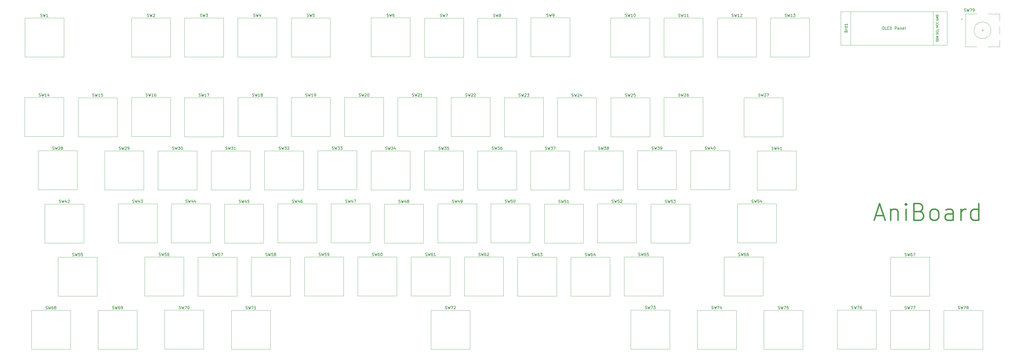
<source format=gbr>
%TF.GenerationSoftware,KiCad,Pcbnew,9.0.2*%
%TF.CreationDate,2025-06-22T22:51:19+05:30*%
%TF.ProjectId,hackboard,6861636b-626f-4617-9264-2e6b69636164,rev?*%
%TF.SameCoordinates,Original*%
%TF.FileFunction,Legend,Top*%
%TF.FilePolarity,Positive*%
%FSLAX46Y46*%
G04 Gerber Fmt 4.6, Leading zero omitted, Abs format (unit mm)*
G04 Created by KiCad (PCBNEW 9.0.2) date 2025-06-22 22:51:19*
%MOMM*%
%LPD*%
G01*
G04 APERTURE LIST*
%ADD10C,0.500000*%
%ADD11C,0.150000*%
%ADD12C,0.120000*%
%ADD13C,0.040000*%
G04 APERTURE END LIST*
D10*
X371181804Y-295835428D02*
X374038947Y-295835428D01*
X370610375Y-297549714D02*
X372610375Y-291549714D01*
X372610375Y-291549714D02*
X374610375Y-297549714D01*
X376610375Y-293549714D02*
X376610375Y-297549714D01*
X376610375Y-294121142D02*
X376896089Y-293835428D01*
X376896089Y-293835428D02*
X377467518Y-293549714D01*
X377467518Y-293549714D02*
X378324661Y-293549714D01*
X378324661Y-293549714D02*
X378896089Y-293835428D01*
X378896089Y-293835428D02*
X379181804Y-294406857D01*
X379181804Y-294406857D02*
X379181804Y-297549714D01*
X382038946Y-297549714D02*
X382038946Y-293549714D01*
X382038946Y-291549714D02*
X381753232Y-291835428D01*
X381753232Y-291835428D02*
X382038946Y-292121142D01*
X382038946Y-292121142D02*
X382324660Y-291835428D01*
X382324660Y-291835428D02*
X382038946Y-291549714D01*
X382038946Y-291549714D02*
X382038946Y-292121142D01*
X386896089Y-294406857D02*
X387753232Y-294692571D01*
X387753232Y-294692571D02*
X388038946Y-294978285D01*
X388038946Y-294978285D02*
X388324660Y-295549714D01*
X388324660Y-295549714D02*
X388324660Y-296406857D01*
X388324660Y-296406857D02*
X388038946Y-296978285D01*
X388038946Y-296978285D02*
X387753232Y-297264000D01*
X387753232Y-297264000D02*
X387181803Y-297549714D01*
X387181803Y-297549714D02*
X384896089Y-297549714D01*
X384896089Y-297549714D02*
X384896089Y-291549714D01*
X384896089Y-291549714D02*
X386896089Y-291549714D01*
X386896089Y-291549714D02*
X387467518Y-291835428D01*
X387467518Y-291835428D02*
X387753232Y-292121142D01*
X387753232Y-292121142D02*
X388038946Y-292692571D01*
X388038946Y-292692571D02*
X388038946Y-293264000D01*
X388038946Y-293264000D02*
X387753232Y-293835428D01*
X387753232Y-293835428D02*
X387467518Y-294121142D01*
X387467518Y-294121142D02*
X386896089Y-294406857D01*
X386896089Y-294406857D02*
X384896089Y-294406857D01*
X391753232Y-297549714D02*
X391181803Y-297264000D01*
X391181803Y-297264000D02*
X390896089Y-296978285D01*
X390896089Y-296978285D02*
X390610375Y-296406857D01*
X390610375Y-296406857D02*
X390610375Y-294692571D01*
X390610375Y-294692571D02*
X390896089Y-294121142D01*
X390896089Y-294121142D02*
X391181803Y-293835428D01*
X391181803Y-293835428D02*
X391753232Y-293549714D01*
X391753232Y-293549714D02*
X392610375Y-293549714D01*
X392610375Y-293549714D02*
X393181803Y-293835428D01*
X393181803Y-293835428D02*
X393467518Y-294121142D01*
X393467518Y-294121142D02*
X393753232Y-294692571D01*
X393753232Y-294692571D02*
X393753232Y-296406857D01*
X393753232Y-296406857D02*
X393467518Y-296978285D01*
X393467518Y-296978285D02*
X393181803Y-297264000D01*
X393181803Y-297264000D02*
X392610375Y-297549714D01*
X392610375Y-297549714D02*
X391753232Y-297549714D01*
X398896089Y-297549714D02*
X398896089Y-294406857D01*
X398896089Y-294406857D02*
X398610374Y-293835428D01*
X398610374Y-293835428D02*
X398038946Y-293549714D01*
X398038946Y-293549714D02*
X396896089Y-293549714D01*
X396896089Y-293549714D02*
X396324660Y-293835428D01*
X398896089Y-297264000D02*
X398324660Y-297549714D01*
X398324660Y-297549714D02*
X396896089Y-297549714D01*
X396896089Y-297549714D02*
X396324660Y-297264000D01*
X396324660Y-297264000D02*
X396038946Y-296692571D01*
X396038946Y-296692571D02*
X396038946Y-296121142D01*
X396038946Y-296121142D02*
X396324660Y-295549714D01*
X396324660Y-295549714D02*
X396896089Y-295264000D01*
X396896089Y-295264000D02*
X398324660Y-295264000D01*
X398324660Y-295264000D02*
X398896089Y-294978285D01*
X401753231Y-297549714D02*
X401753231Y-293549714D01*
X401753231Y-294692571D02*
X402038945Y-294121142D01*
X402038945Y-294121142D02*
X402324660Y-293835428D01*
X402324660Y-293835428D02*
X402896088Y-293549714D01*
X402896088Y-293549714D02*
X403467517Y-293549714D01*
X408038946Y-297549714D02*
X408038946Y-291549714D01*
X408038946Y-297264000D02*
X407467517Y-297549714D01*
X407467517Y-297549714D02*
X406324660Y-297549714D01*
X406324660Y-297549714D02*
X405753231Y-297264000D01*
X405753231Y-297264000D02*
X405467517Y-296978285D01*
X405467517Y-296978285D02*
X405181803Y-296406857D01*
X405181803Y-296406857D02*
X405181803Y-294692571D01*
X405181803Y-294692571D02*
X405467517Y-294121142D01*
X405467517Y-294121142D02*
X405753231Y-293835428D01*
X405753231Y-293835428D02*
X406324660Y-293549714D01*
X406324660Y-293549714D02*
X407467517Y-293549714D01*
X407467517Y-293549714D02*
X408038946Y-293835428D01*
D11*
X124475476Y-291153200D02*
X124618333Y-291200819D01*
X124618333Y-291200819D02*
X124856428Y-291200819D01*
X124856428Y-291200819D02*
X124951666Y-291153200D01*
X124951666Y-291153200D02*
X124999285Y-291105580D01*
X124999285Y-291105580D02*
X125046904Y-291010342D01*
X125046904Y-291010342D02*
X125046904Y-290915104D01*
X125046904Y-290915104D02*
X124999285Y-290819866D01*
X124999285Y-290819866D02*
X124951666Y-290772247D01*
X124951666Y-290772247D02*
X124856428Y-290724628D01*
X124856428Y-290724628D02*
X124665952Y-290677009D01*
X124665952Y-290677009D02*
X124570714Y-290629390D01*
X124570714Y-290629390D02*
X124523095Y-290581771D01*
X124523095Y-290581771D02*
X124475476Y-290486533D01*
X124475476Y-290486533D02*
X124475476Y-290391295D01*
X124475476Y-290391295D02*
X124523095Y-290296057D01*
X124523095Y-290296057D02*
X124570714Y-290248438D01*
X124570714Y-290248438D02*
X124665952Y-290200819D01*
X124665952Y-290200819D02*
X124904047Y-290200819D01*
X124904047Y-290200819D02*
X125046904Y-290248438D01*
X125380238Y-290200819D02*
X125618333Y-291200819D01*
X125618333Y-291200819D02*
X125808809Y-290486533D01*
X125808809Y-290486533D02*
X125999285Y-291200819D01*
X125999285Y-291200819D02*
X126237381Y-290200819D01*
X127046904Y-290534152D02*
X127046904Y-291200819D01*
X126808809Y-290153200D02*
X126570714Y-290867485D01*
X126570714Y-290867485D02*
X127189761Y-290867485D01*
X127999285Y-290534152D02*
X127999285Y-291200819D01*
X127761190Y-290153200D02*
X127523095Y-290867485D01*
X127523095Y-290867485D02*
X128142142Y-290867485D01*
X105440476Y-291153200D02*
X105583333Y-291200819D01*
X105583333Y-291200819D02*
X105821428Y-291200819D01*
X105821428Y-291200819D02*
X105916666Y-291153200D01*
X105916666Y-291153200D02*
X105964285Y-291105580D01*
X105964285Y-291105580D02*
X106011904Y-291010342D01*
X106011904Y-291010342D02*
X106011904Y-290915104D01*
X106011904Y-290915104D02*
X105964285Y-290819866D01*
X105964285Y-290819866D02*
X105916666Y-290772247D01*
X105916666Y-290772247D02*
X105821428Y-290724628D01*
X105821428Y-290724628D02*
X105630952Y-290677009D01*
X105630952Y-290677009D02*
X105535714Y-290629390D01*
X105535714Y-290629390D02*
X105488095Y-290581771D01*
X105488095Y-290581771D02*
X105440476Y-290486533D01*
X105440476Y-290486533D02*
X105440476Y-290391295D01*
X105440476Y-290391295D02*
X105488095Y-290296057D01*
X105488095Y-290296057D02*
X105535714Y-290248438D01*
X105535714Y-290248438D02*
X105630952Y-290200819D01*
X105630952Y-290200819D02*
X105869047Y-290200819D01*
X105869047Y-290200819D02*
X106011904Y-290248438D01*
X106345238Y-290200819D02*
X106583333Y-291200819D01*
X106583333Y-291200819D02*
X106773809Y-290486533D01*
X106773809Y-290486533D02*
X106964285Y-291200819D01*
X106964285Y-291200819D02*
X107202381Y-290200819D01*
X108011904Y-290534152D02*
X108011904Y-291200819D01*
X107773809Y-290153200D02*
X107535714Y-290867485D01*
X107535714Y-290867485D02*
X108154761Y-290867485D01*
X108440476Y-290200819D02*
X109059523Y-290200819D01*
X109059523Y-290200819D02*
X108726190Y-290581771D01*
X108726190Y-290581771D02*
X108869047Y-290581771D01*
X108869047Y-290581771D02*
X108964285Y-290629390D01*
X108964285Y-290629390D02*
X109011904Y-290677009D01*
X109011904Y-290677009D02*
X109059523Y-290772247D01*
X109059523Y-290772247D02*
X109059523Y-291010342D01*
X109059523Y-291010342D02*
X109011904Y-291105580D01*
X109011904Y-291105580D02*
X108964285Y-291153200D01*
X108964285Y-291153200D02*
X108869047Y-291200819D01*
X108869047Y-291200819D02*
X108583333Y-291200819D01*
X108583333Y-291200819D02*
X108488095Y-291153200D01*
X108488095Y-291153200D02*
X108440476Y-291105580D01*
X276870476Y-291153200D02*
X277013333Y-291200819D01*
X277013333Y-291200819D02*
X277251428Y-291200819D01*
X277251428Y-291200819D02*
X277346666Y-291153200D01*
X277346666Y-291153200D02*
X277394285Y-291105580D01*
X277394285Y-291105580D02*
X277441904Y-291010342D01*
X277441904Y-291010342D02*
X277441904Y-290915104D01*
X277441904Y-290915104D02*
X277394285Y-290819866D01*
X277394285Y-290819866D02*
X277346666Y-290772247D01*
X277346666Y-290772247D02*
X277251428Y-290724628D01*
X277251428Y-290724628D02*
X277060952Y-290677009D01*
X277060952Y-290677009D02*
X276965714Y-290629390D01*
X276965714Y-290629390D02*
X276918095Y-290581771D01*
X276918095Y-290581771D02*
X276870476Y-290486533D01*
X276870476Y-290486533D02*
X276870476Y-290391295D01*
X276870476Y-290391295D02*
X276918095Y-290296057D01*
X276918095Y-290296057D02*
X276965714Y-290248438D01*
X276965714Y-290248438D02*
X277060952Y-290200819D01*
X277060952Y-290200819D02*
X277299047Y-290200819D01*
X277299047Y-290200819D02*
X277441904Y-290248438D01*
X277775238Y-290200819D02*
X278013333Y-291200819D01*
X278013333Y-291200819D02*
X278203809Y-290486533D01*
X278203809Y-290486533D02*
X278394285Y-291200819D01*
X278394285Y-291200819D02*
X278632381Y-290200819D01*
X279489523Y-290200819D02*
X279013333Y-290200819D01*
X279013333Y-290200819D02*
X278965714Y-290677009D01*
X278965714Y-290677009D02*
X279013333Y-290629390D01*
X279013333Y-290629390D02*
X279108571Y-290581771D01*
X279108571Y-290581771D02*
X279346666Y-290581771D01*
X279346666Y-290581771D02*
X279441904Y-290629390D01*
X279441904Y-290629390D02*
X279489523Y-290677009D01*
X279489523Y-290677009D02*
X279537142Y-290772247D01*
X279537142Y-290772247D02*
X279537142Y-291010342D01*
X279537142Y-291010342D02*
X279489523Y-291105580D01*
X279489523Y-291105580D02*
X279441904Y-291153200D01*
X279441904Y-291153200D02*
X279346666Y-291200819D01*
X279346666Y-291200819D02*
X279108571Y-291200819D01*
X279108571Y-291200819D02*
X279013333Y-291153200D01*
X279013333Y-291153200D02*
X278965714Y-291105580D01*
X279918095Y-290296057D02*
X279965714Y-290248438D01*
X279965714Y-290248438D02*
X280060952Y-290200819D01*
X280060952Y-290200819D02*
X280299047Y-290200819D01*
X280299047Y-290200819D02*
X280394285Y-290248438D01*
X280394285Y-290248438D02*
X280441904Y-290296057D01*
X280441904Y-290296057D02*
X280489523Y-290391295D01*
X280489523Y-290391295D02*
X280489523Y-290486533D01*
X280489523Y-290486533D02*
X280441904Y-290629390D01*
X280441904Y-290629390D02*
X279870476Y-291200819D01*
X279870476Y-291200819D02*
X280489523Y-291200819D01*
X224530476Y-253053200D02*
X224673333Y-253100819D01*
X224673333Y-253100819D02*
X224911428Y-253100819D01*
X224911428Y-253100819D02*
X225006666Y-253053200D01*
X225006666Y-253053200D02*
X225054285Y-253005580D01*
X225054285Y-253005580D02*
X225101904Y-252910342D01*
X225101904Y-252910342D02*
X225101904Y-252815104D01*
X225101904Y-252815104D02*
X225054285Y-252719866D01*
X225054285Y-252719866D02*
X225006666Y-252672247D01*
X225006666Y-252672247D02*
X224911428Y-252624628D01*
X224911428Y-252624628D02*
X224720952Y-252577009D01*
X224720952Y-252577009D02*
X224625714Y-252529390D01*
X224625714Y-252529390D02*
X224578095Y-252481771D01*
X224578095Y-252481771D02*
X224530476Y-252386533D01*
X224530476Y-252386533D02*
X224530476Y-252291295D01*
X224530476Y-252291295D02*
X224578095Y-252196057D01*
X224578095Y-252196057D02*
X224625714Y-252148438D01*
X224625714Y-252148438D02*
X224720952Y-252100819D01*
X224720952Y-252100819D02*
X224959047Y-252100819D01*
X224959047Y-252100819D02*
X225101904Y-252148438D01*
X225435238Y-252100819D02*
X225673333Y-253100819D01*
X225673333Y-253100819D02*
X225863809Y-252386533D01*
X225863809Y-252386533D02*
X226054285Y-253100819D01*
X226054285Y-253100819D02*
X226292381Y-252100819D01*
X226625714Y-252196057D02*
X226673333Y-252148438D01*
X226673333Y-252148438D02*
X226768571Y-252100819D01*
X226768571Y-252100819D02*
X227006666Y-252100819D01*
X227006666Y-252100819D02*
X227101904Y-252148438D01*
X227101904Y-252148438D02*
X227149523Y-252196057D01*
X227149523Y-252196057D02*
X227197142Y-252291295D01*
X227197142Y-252291295D02*
X227197142Y-252386533D01*
X227197142Y-252386533D02*
X227149523Y-252529390D01*
X227149523Y-252529390D02*
X226578095Y-253100819D01*
X226578095Y-253100819D02*
X227197142Y-253100819D01*
X227578095Y-252196057D02*
X227625714Y-252148438D01*
X227625714Y-252148438D02*
X227720952Y-252100819D01*
X227720952Y-252100819D02*
X227959047Y-252100819D01*
X227959047Y-252100819D02*
X228054285Y-252148438D01*
X228054285Y-252148438D02*
X228101904Y-252196057D01*
X228101904Y-252196057D02*
X228149523Y-252291295D01*
X228149523Y-252291295D02*
X228149523Y-252386533D01*
X228149523Y-252386533D02*
X228101904Y-252529390D01*
X228101904Y-252529390D02*
X227530476Y-253100819D01*
X227530476Y-253100819D02*
X228149523Y-253100819D01*
X148310476Y-253053200D02*
X148453333Y-253100819D01*
X148453333Y-253100819D02*
X148691428Y-253100819D01*
X148691428Y-253100819D02*
X148786666Y-253053200D01*
X148786666Y-253053200D02*
X148834285Y-253005580D01*
X148834285Y-253005580D02*
X148881904Y-252910342D01*
X148881904Y-252910342D02*
X148881904Y-252815104D01*
X148881904Y-252815104D02*
X148834285Y-252719866D01*
X148834285Y-252719866D02*
X148786666Y-252672247D01*
X148786666Y-252672247D02*
X148691428Y-252624628D01*
X148691428Y-252624628D02*
X148500952Y-252577009D01*
X148500952Y-252577009D02*
X148405714Y-252529390D01*
X148405714Y-252529390D02*
X148358095Y-252481771D01*
X148358095Y-252481771D02*
X148310476Y-252386533D01*
X148310476Y-252386533D02*
X148310476Y-252291295D01*
X148310476Y-252291295D02*
X148358095Y-252196057D01*
X148358095Y-252196057D02*
X148405714Y-252148438D01*
X148405714Y-252148438D02*
X148500952Y-252100819D01*
X148500952Y-252100819D02*
X148739047Y-252100819D01*
X148739047Y-252100819D02*
X148881904Y-252148438D01*
X149215238Y-252100819D02*
X149453333Y-253100819D01*
X149453333Y-253100819D02*
X149643809Y-252386533D01*
X149643809Y-252386533D02*
X149834285Y-253100819D01*
X149834285Y-253100819D02*
X150072381Y-252100819D01*
X150977142Y-253100819D02*
X150405714Y-253100819D01*
X150691428Y-253100819D02*
X150691428Y-252100819D01*
X150691428Y-252100819D02*
X150596190Y-252243676D01*
X150596190Y-252243676D02*
X150500952Y-252338914D01*
X150500952Y-252338914D02*
X150405714Y-252386533D01*
X151548571Y-252529390D02*
X151453333Y-252481771D01*
X151453333Y-252481771D02*
X151405714Y-252434152D01*
X151405714Y-252434152D02*
X151358095Y-252338914D01*
X151358095Y-252338914D02*
X151358095Y-252291295D01*
X151358095Y-252291295D02*
X151405714Y-252196057D01*
X151405714Y-252196057D02*
X151453333Y-252148438D01*
X151453333Y-252148438D02*
X151548571Y-252100819D01*
X151548571Y-252100819D02*
X151739047Y-252100819D01*
X151739047Y-252100819D02*
X151834285Y-252148438D01*
X151834285Y-252148438D02*
X151881904Y-252196057D01*
X151881904Y-252196057D02*
X151929523Y-252291295D01*
X151929523Y-252291295D02*
X151929523Y-252338914D01*
X151929523Y-252338914D02*
X151881904Y-252434152D01*
X151881904Y-252434152D02*
X151834285Y-252481771D01*
X151834285Y-252481771D02*
X151739047Y-252529390D01*
X151739047Y-252529390D02*
X151548571Y-252529390D01*
X151548571Y-252529390D02*
X151453333Y-252577009D01*
X151453333Y-252577009D02*
X151405714Y-252624628D01*
X151405714Y-252624628D02*
X151358095Y-252719866D01*
X151358095Y-252719866D02*
X151358095Y-252910342D01*
X151358095Y-252910342D02*
X151405714Y-253005580D01*
X151405714Y-253005580D02*
X151453333Y-253053200D01*
X151453333Y-253053200D02*
X151548571Y-253100819D01*
X151548571Y-253100819D02*
X151739047Y-253100819D01*
X151739047Y-253100819D02*
X151834285Y-253053200D01*
X151834285Y-253053200D02*
X151881904Y-253005580D01*
X151881904Y-253005580D02*
X151929523Y-252910342D01*
X151929523Y-252910342D02*
X151929523Y-252719866D01*
X151929523Y-252719866D02*
X151881904Y-252624628D01*
X151881904Y-252624628D02*
X151834285Y-252577009D01*
X151834285Y-252577009D02*
X151739047Y-252529390D01*
X291160476Y-272113200D02*
X291303333Y-272160819D01*
X291303333Y-272160819D02*
X291541428Y-272160819D01*
X291541428Y-272160819D02*
X291636666Y-272113200D01*
X291636666Y-272113200D02*
X291684285Y-272065580D01*
X291684285Y-272065580D02*
X291731904Y-271970342D01*
X291731904Y-271970342D02*
X291731904Y-271875104D01*
X291731904Y-271875104D02*
X291684285Y-271779866D01*
X291684285Y-271779866D02*
X291636666Y-271732247D01*
X291636666Y-271732247D02*
X291541428Y-271684628D01*
X291541428Y-271684628D02*
X291350952Y-271637009D01*
X291350952Y-271637009D02*
X291255714Y-271589390D01*
X291255714Y-271589390D02*
X291208095Y-271541771D01*
X291208095Y-271541771D02*
X291160476Y-271446533D01*
X291160476Y-271446533D02*
X291160476Y-271351295D01*
X291160476Y-271351295D02*
X291208095Y-271256057D01*
X291208095Y-271256057D02*
X291255714Y-271208438D01*
X291255714Y-271208438D02*
X291350952Y-271160819D01*
X291350952Y-271160819D02*
X291589047Y-271160819D01*
X291589047Y-271160819D02*
X291731904Y-271208438D01*
X292065238Y-271160819D02*
X292303333Y-272160819D01*
X292303333Y-272160819D02*
X292493809Y-271446533D01*
X292493809Y-271446533D02*
X292684285Y-272160819D01*
X292684285Y-272160819D02*
X292922381Y-271160819D01*
X293208095Y-271160819D02*
X293827142Y-271160819D01*
X293827142Y-271160819D02*
X293493809Y-271541771D01*
X293493809Y-271541771D02*
X293636666Y-271541771D01*
X293636666Y-271541771D02*
X293731904Y-271589390D01*
X293731904Y-271589390D02*
X293779523Y-271637009D01*
X293779523Y-271637009D02*
X293827142Y-271732247D01*
X293827142Y-271732247D02*
X293827142Y-271970342D01*
X293827142Y-271970342D02*
X293779523Y-272065580D01*
X293779523Y-272065580D02*
X293731904Y-272113200D01*
X293731904Y-272113200D02*
X293636666Y-272160819D01*
X293636666Y-272160819D02*
X293350952Y-272160819D01*
X293350952Y-272160819D02*
X293255714Y-272113200D01*
X293255714Y-272113200D02*
X293208095Y-272065580D01*
X294303333Y-272160819D02*
X294493809Y-272160819D01*
X294493809Y-272160819D02*
X294589047Y-272113200D01*
X294589047Y-272113200D02*
X294636666Y-272065580D01*
X294636666Y-272065580D02*
X294731904Y-271922723D01*
X294731904Y-271922723D02*
X294779523Y-271732247D01*
X294779523Y-271732247D02*
X294779523Y-271351295D01*
X294779523Y-271351295D02*
X294731904Y-271256057D01*
X294731904Y-271256057D02*
X294684285Y-271208438D01*
X294684285Y-271208438D02*
X294589047Y-271160819D01*
X294589047Y-271160819D02*
X294398571Y-271160819D01*
X294398571Y-271160819D02*
X294303333Y-271208438D01*
X294303333Y-271208438D02*
X294255714Y-271256057D01*
X294255714Y-271256057D02*
X294208095Y-271351295D01*
X294208095Y-271351295D02*
X294208095Y-271589390D01*
X294208095Y-271589390D02*
X294255714Y-271684628D01*
X294255714Y-271684628D02*
X294303333Y-271732247D01*
X294303333Y-271732247D02*
X294398571Y-271779866D01*
X294398571Y-271779866D02*
X294589047Y-271779866D01*
X294589047Y-271779866D02*
X294684285Y-271732247D01*
X294684285Y-271732247D02*
X294731904Y-271684628D01*
X294731904Y-271684628D02*
X294779523Y-271589390D01*
X312570476Y-329273200D02*
X312713333Y-329320819D01*
X312713333Y-329320819D02*
X312951428Y-329320819D01*
X312951428Y-329320819D02*
X313046666Y-329273200D01*
X313046666Y-329273200D02*
X313094285Y-329225580D01*
X313094285Y-329225580D02*
X313141904Y-329130342D01*
X313141904Y-329130342D02*
X313141904Y-329035104D01*
X313141904Y-329035104D02*
X313094285Y-328939866D01*
X313094285Y-328939866D02*
X313046666Y-328892247D01*
X313046666Y-328892247D02*
X312951428Y-328844628D01*
X312951428Y-328844628D02*
X312760952Y-328797009D01*
X312760952Y-328797009D02*
X312665714Y-328749390D01*
X312665714Y-328749390D02*
X312618095Y-328701771D01*
X312618095Y-328701771D02*
X312570476Y-328606533D01*
X312570476Y-328606533D02*
X312570476Y-328511295D01*
X312570476Y-328511295D02*
X312618095Y-328416057D01*
X312618095Y-328416057D02*
X312665714Y-328368438D01*
X312665714Y-328368438D02*
X312760952Y-328320819D01*
X312760952Y-328320819D02*
X312999047Y-328320819D01*
X312999047Y-328320819D02*
X313141904Y-328368438D01*
X313475238Y-328320819D02*
X313713333Y-329320819D01*
X313713333Y-329320819D02*
X313903809Y-328606533D01*
X313903809Y-328606533D02*
X314094285Y-329320819D01*
X314094285Y-329320819D02*
X314332381Y-328320819D01*
X314618095Y-328320819D02*
X315284761Y-328320819D01*
X315284761Y-328320819D02*
X314856190Y-329320819D01*
X316094285Y-328654152D02*
X316094285Y-329320819D01*
X315856190Y-328273200D02*
X315618095Y-328987485D01*
X315618095Y-328987485D02*
X316237142Y-328987485D01*
X79250476Y-291173200D02*
X79393333Y-291220819D01*
X79393333Y-291220819D02*
X79631428Y-291220819D01*
X79631428Y-291220819D02*
X79726666Y-291173200D01*
X79726666Y-291173200D02*
X79774285Y-291125580D01*
X79774285Y-291125580D02*
X79821904Y-291030342D01*
X79821904Y-291030342D02*
X79821904Y-290935104D01*
X79821904Y-290935104D02*
X79774285Y-290839866D01*
X79774285Y-290839866D02*
X79726666Y-290792247D01*
X79726666Y-290792247D02*
X79631428Y-290744628D01*
X79631428Y-290744628D02*
X79440952Y-290697009D01*
X79440952Y-290697009D02*
X79345714Y-290649390D01*
X79345714Y-290649390D02*
X79298095Y-290601771D01*
X79298095Y-290601771D02*
X79250476Y-290506533D01*
X79250476Y-290506533D02*
X79250476Y-290411295D01*
X79250476Y-290411295D02*
X79298095Y-290316057D01*
X79298095Y-290316057D02*
X79345714Y-290268438D01*
X79345714Y-290268438D02*
X79440952Y-290220819D01*
X79440952Y-290220819D02*
X79679047Y-290220819D01*
X79679047Y-290220819D02*
X79821904Y-290268438D01*
X80155238Y-290220819D02*
X80393333Y-291220819D01*
X80393333Y-291220819D02*
X80583809Y-290506533D01*
X80583809Y-290506533D02*
X80774285Y-291220819D01*
X80774285Y-291220819D02*
X81012381Y-290220819D01*
X81821904Y-290554152D02*
X81821904Y-291220819D01*
X81583809Y-290173200D02*
X81345714Y-290887485D01*
X81345714Y-290887485D02*
X81964761Y-290887485D01*
X82298095Y-290316057D02*
X82345714Y-290268438D01*
X82345714Y-290268438D02*
X82440952Y-290220819D01*
X82440952Y-290220819D02*
X82679047Y-290220819D01*
X82679047Y-290220819D02*
X82774285Y-290268438D01*
X82774285Y-290268438D02*
X82821904Y-290316057D01*
X82821904Y-290316057D02*
X82869523Y-290411295D01*
X82869523Y-290411295D02*
X82869523Y-290506533D01*
X82869523Y-290506533D02*
X82821904Y-290649390D01*
X82821904Y-290649390D02*
X82250476Y-291220819D01*
X82250476Y-291220819D02*
X82869523Y-291220819D01*
X329290476Y-253073200D02*
X329433333Y-253120819D01*
X329433333Y-253120819D02*
X329671428Y-253120819D01*
X329671428Y-253120819D02*
X329766666Y-253073200D01*
X329766666Y-253073200D02*
X329814285Y-253025580D01*
X329814285Y-253025580D02*
X329861904Y-252930342D01*
X329861904Y-252930342D02*
X329861904Y-252835104D01*
X329861904Y-252835104D02*
X329814285Y-252739866D01*
X329814285Y-252739866D02*
X329766666Y-252692247D01*
X329766666Y-252692247D02*
X329671428Y-252644628D01*
X329671428Y-252644628D02*
X329480952Y-252597009D01*
X329480952Y-252597009D02*
X329385714Y-252549390D01*
X329385714Y-252549390D02*
X329338095Y-252501771D01*
X329338095Y-252501771D02*
X329290476Y-252406533D01*
X329290476Y-252406533D02*
X329290476Y-252311295D01*
X329290476Y-252311295D02*
X329338095Y-252216057D01*
X329338095Y-252216057D02*
X329385714Y-252168438D01*
X329385714Y-252168438D02*
X329480952Y-252120819D01*
X329480952Y-252120819D02*
X329719047Y-252120819D01*
X329719047Y-252120819D02*
X329861904Y-252168438D01*
X330195238Y-252120819D02*
X330433333Y-253120819D01*
X330433333Y-253120819D02*
X330623809Y-252406533D01*
X330623809Y-252406533D02*
X330814285Y-253120819D01*
X330814285Y-253120819D02*
X331052381Y-252120819D01*
X331385714Y-252216057D02*
X331433333Y-252168438D01*
X331433333Y-252168438D02*
X331528571Y-252120819D01*
X331528571Y-252120819D02*
X331766666Y-252120819D01*
X331766666Y-252120819D02*
X331861904Y-252168438D01*
X331861904Y-252168438D02*
X331909523Y-252216057D01*
X331909523Y-252216057D02*
X331957142Y-252311295D01*
X331957142Y-252311295D02*
X331957142Y-252406533D01*
X331957142Y-252406533D02*
X331909523Y-252549390D01*
X331909523Y-252549390D02*
X331338095Y-253120819D01*
X331338095Y-253120819D02*
X331957142Y-253120819D01*
X332290476Y-252120819D02*
X332957142Y-252120819D01*
X332957142Y-252120819D02*
X332528571Y-253120819D01*
X300670476Y-253063200D02*
X300813333Y-253110819D01*
X300813333Y-253110819D02*
X301051428Y-253110819D01*
X301051428Y-253110819D02*
X301146666Y-253063200D01*
X301146666Y-253063200D02*
X301194285Y-253015580D01*
X301194285Y-253015580D02*
X301241904Y-252920342D01*
X301241904Y-252920342D02*
X301241904Y-252825104D01*
X301241904Y-252825104D02*
X301194285Y-252729866D01*
X301194285Y-252729866D02*
X301146666Y-252682247D01*
X301146666Y-252682247D02*
X301051428Y-252634628D01*
X301051428Y-252634628D02*
X300860952Y-252587009D01*
X300860952Y-252587009D02*
X300765714Y-252539390D01*
X300765714Y-252539390D02*
X300718095Y-252491771D01*
X300718095Y-252491771D02*
X300670476Y-252396533D01*
X300670476Y-252396533D02*
X300670476Y-252301295D01*
X300670476Y-252301295D02*
X300718095Y-252206057D01*
X300718095Y-252206057D02*
X300765714Y-252158438D01*
X300765714Y-252158438D02*
X300860952Y-252110819D01*
X300860952Y-252110819D02*
X301099047Y-252110819D01*
X301099047Y-252110819D02*
X301241904Y-252158438D01*
X301575238Y-252110819D02*
X301813333Y-253110819D01*
X301813333Y-253110819D02*
X302003809Y-252396533D01*
X302003809Y-252396533D02*
X302194285Y-253110819D01*
X302194285Y-253110819D02*
X302432381Y-252110819D01*
X302765714Y-252206057D02*
X302813333Y-252158438D01*
X302813333Y-252158438D02*
X302908571Y-252110819D01*
X302908571Y-252110819D02*
X303146666Y-252110819D01*
X303146666Y-252110819D02*
X303241904Y-252158438D01*
X303241904Y-252158438D02*
X303289523Y-252206057D01*
X303289523Y-252206057D02*
X303337142Y-252301295D01*
X303337142Y-252301295D02*
X303337142Y-252396533D01*
X303337142Y-252396533D02*
X303289523Y-252539390D01*
X303289523Y-252539390D02*
X302718095Y-253110819D01*
X302718095Y-253110819D02*
X303337142Y-253110819D01*
X304194285Y-252110819D02*
X304003809Y-252110819D01*
X304003809Y-252110819D02*
X303908571Y-252158438D01*
X303908571Y-252158438D02*
X303860952Y-252206057D01*
X303860952Y-252206057D02*
X303765714Y-252348914D01*
X303765714Y-252348914D02*
X303718095Y-252539390D01*
X303718095Y-252539390D02*
X303718095Y-252920342D01*
X303718095Y-252920342D02*
X303765714Y-253015580D01*
X303765714Y-253015580D02*
X303813333Y-253063200D01*
X303813333Y-253063200D02*
X303908571Y-253110819D01*
X303908571Y-253110819D02*
X304099047Y-253110819D01*
X304099047Y-253110819D02*
X304194285Y-253063200D01*
X304194285Y-253063200D02*
X304241904Y-253015580D01*
X304241904Y-253015580D02*
X304289523Y-252920342D01*
X304289523Y-252920342D02*
X304289523Y-252682247D01*
X304289523Y-252682247D02*
X304241904Y-252587009D01*
X304241904Y-252587009D02*
X304194285Y-252539390D01*
X304194285Y-252539390D02*
X304099047Y-252491771D01*
X304099047Y-252491771D02*
X303908571Y-252491771D01*
X303908571Y-252491771D02*
X303813333Y-252539390D01*
X303813333Y-252539390D02*
X303765714Y-252587009D01*
X303765714Y-252587009D02*
X303718095Y-252682247D01*
X74460476Y-329323200D02*
X74603333Y-329370819D01*
X74603333Y-329370819D02*
X74841428Y-329370819D01*
X74841428Y-329370819D02*
X74936666Y-329323200D01*
X74936666Y-329323200D02*
X74984285Y-329275580D01*
X74984285Y-329275580D02*
X75031904Y-329180342D01*
X75031904Y-329180342D02*
X75031904Y-329085104D01*
X75031904Y-329085104D02*
X74984285Y-328989866D01*
X74984285Y-328989866D02*
X74936666Y-328942247D01*
X74936666Y-328942247D02*
X74841428Y-328894628D01*
X74841428Y-328894628D02*
X74650952Y-328847009D01*
X74650952Y-328847009D02*
X74555714Y-328799390D01*
X74555714Y-328799390D02*
X74508095Y-328751771D01*
X74508095Y-328751771D02*
X74460476Y-328656533D01*
X74460476Y-328656533D02*
X74460476Y-328561295D01*
X74460476Y-328561295D02*
X74508095Y-328466057D01*
X74508095Y-328466057D02*
X74555714Y-328418438D01*
X74555714Y-328418438D02*
X74650952Y-328370819D01*
X74650952Y-328370819D02*
X74889047Y-328370819D01*
X74889047Y-328370819D02*
X75031904Y-328418438D01*
X75365238Y-328370819D02*
X75603333Y-329370819D01*
X75603333Y-329370819D02*
X75793809Y-328656533D01*
X75793809Y-328656533D02*
X75984285Y-329370819D01*
X75984285Y-329370819D02*
X76222381Y-328370819D01*
X77031904Y-328370819D02*
X76841428Y-328370819D01*
X76841428Y-328370819D02*
X76746190Y-328418438D01*
X76746190Y-328418438D02*
X76698571Y-328466057D01*
X76698571Y-328466057D02*
X76603333Y-328608914D01*
X76603333Y-328608914D02*
X76555714Y-328799390D01*
X76555714Y-328799390D02*
X76555714Y-329180342D01*
X76555714Y-329180342D02*
X76603333Y-329275580D01*
X76603333Y-329275580D02*
X76650952Y-329323200D01*
X76650952Y-329323200D02*
X76746190Y-329370819D01*
X76746190Y-329370819D02*
X76936666Y-329370819D01*
X76936666Y-329370819D02*
X77031904Y-329323200D01*
X77031904Y-329323200D02*
X77079523Y-329275580D01*
X77079523Y-329275580D02*
X77127142Y-329180342D01*
X77127142Y-329180342D02*
X77127142Y-328942247D01*
X77127142Y-328942247D02*
X77079523Y-328847009D01*
X77079523Y-328847009D02*
X77031904Y-328799390D01*
X77031904Y-328799390D02*
X76936666Y-328751771D01*
X76936666Y-328751771D02*
X76746190Y-328751771D01*
X76746190Y-328751771D02*
X76650952Y-328799390D01*
X76650952Y-328799390D02*
X76603333Y-328847009D01*
X76603333Y-328847009D02*
X76555714Y-328942247D01*
X77698571Y-328799390D02*
X77603333Y-328751771D01*
X77603333Y-328751771D02*
X77555714Y-328704152D01*
X77555714Y-328704152D02*
X77508095Y-328608914D01*
X77508095Y-328608914D02*
X77508095Y-328561295D01*
X77508095Y-328561295D02*
X77555714Y-328466057D01*
X77555714Y-328466057D02*
X77603333Y-328418438D01*
X77603333Y-328418438D02*
X77698571Y-328370819D01*
X77698571Y-328370819D02*
X77889047Y-328370819D01*
X77889047Y-328370819D02*
X77984285Y-328418438D01*
X77984285Y-328418438D02*
X78031904Y-328466057D01*
X78031904Y-328466057D02*
X78079523Y-328561295D01*
X78079523Y-328561295D02*
X78079523Y-328608914D01*
X78079523Y-328608914D02*
X78031904Y-328704152D01*
X78031904Y-328704152D02*
X77984285Y-328751771D01*
X77984285Y-328751771D02*
X77889047Y-328799390D01*
X77889047Y-328799390D02*
X77698571Y-328799390D01*
X77698571Y-328799390D02*
X77603333Y-328847009D01*
X77603333Y-328847009D02*
X77555714Y-328894628D01*
X77555714Y-328894628D02*
X77508095Y-328989866D01*
X77508095Y-328989866D02*
X77508095Y-329180342D01*
X77508095Y-329180342D02*
X77555714Y-329275580D01*
X77555714Y-329275580D02*
X77603333Y-329323200D01*
X77603333Y-329323200D02*
X77698571Y-329370819D01*
X77698571Y-329370819D02*
X77889047Y-329370819D01*
X77889047Y-329370819D02*
X77984285Y-329323200D01*
X77984285Y-329323200D02*
X78031904Y-329275580D01*
X78031904Y-329275580D02*
X78079523Y-329180342D01*
X78079523Y-329180342D02*
X78079523Y-328989866D01*
X78079523Y-328989866D02*
X78031904Y-328894628D01*
X78031904Y-328894628D02*
X77984285Y-328847009D01*
X77984285Y-328847009D02*
X77889047Y-328799390D01*
X253000476Y-272143200D02*
X253143333Y-272190819D01*
X253143333Y-272190819D02*
X253381428Y-272190819D01*
X253381428Y-272190819D02*
X253476666Y-272143200D01*
X253476666Y-272143200D02*
X253524285Y-272095580D01*
X253524285Y-272095580D02*
X253571904Y-272000342D01*
X253571904Y-272000342D02*
X253571904Y-271905104D01*
X253571904Y-271905104D02*
X253524285Y-271809866D01*
X253524285Y-271809866D02*
X253476666Y-271762247D01*
X253476666Y-271762247D02*
X253381428Y-271714628D01*
X253381428Y-271714628D02*
X253190952Y-271667009D01*
X253190952Y-271667009D02*
X253095714Y-271619390D01*
X253095714Y-271619390D02*
X253048095Y-271571771D01*
X253048095Y-271571771D02*
X253000476Y-271476533D01*
X253000476Y-271476533D02*
X253000476Y-271381295D01*
X253000476Y-271381295D02*
X253048095Y-271286057D01*
X253048095Y-271286057D02*
X253095714Y-271238438D01*
X253095714Y-271238438D02*
X253190952Y-271190819D01*
X253190952Y-271190819D02*
X253429047Y-271190819D01*
X253429047Y-271190819D02*
X253571904Y-271238438D01*
X253905238Y-271190819D02*
X254143333Y-272190819D01*
X254143333Y-272190819D02*
X254333809Y-271476533D01*
X254333809Y-271476533D02*
X254524285Y-272190819D01*
X254524285Y-272190819D02*
X254762381Y-271190819D01*
X255048095Y-271190819D02*
X255667142Y-271190819D01*
X255667142Y-271190819D02*
X255333809Y-271571771D01*
X255333809Y-271571771D02*
X255476666Y-271571771D01*
X255476666Y-271571771D02*
X255571904Y-271619390D01*
X255571904Y-271619390D02*
X255619523Y-271667009D01*
X255619523Y-271667009D02*
X255667142Y-271762247D01*
X255667142Y-271762247D02*
X255667142Y-272000342D01*
X255667142Y-272000342D02*
X255619523Y-272095580D01*
X255619523Y-272095580D02*
X255571904Y-272143200D01*
X255571904Y-272143200D02*
X255476666Y-272190819D01*
X255476666Y-272190819D02*
X255190952Y-272190819D01*
X255190952Y-272190819D02*
X255095714Y-272143200D01*
X255095714Y-272143200D02*
X255048095Y-272095580D01*
X256000476Y-271190819D02*
X256667142Y-271190819D01*
X256667142Y-271190819D02*
X256238571Y-272190819D01*
X219760476Y-291163200D02*
X219903333Y-291210819D01*
X219903333Y-291210819D02*
X220141428Y-291210819D01*
X220141428Y-291210819D02*
X220236666Y-291163200D01*
X220236666Y-291163200D02*
X220284285Y-291115580D01*
X220284285Y-291115580D02*
X220331904Y-291020342D01*
X220331904Y-291020342D02*
X220331904Y-290925104D01*
X220331904Y-290925104D02*
X220284285Y-290829866D01*
X220284285Y-290829866D02*
X220236666Y-290782247D01*
X220236666Y-290782247D02*
X220141428Y-290734628D01*
X220141428Y-290734628D02*
X219950952Y-290687009D01*
X219950952Y-290687009D02*
X219855714Y-290639390D01*
X219855714Y-290639390D02*
X219808095Y-290591771D01*
X219808095Y-290591771D02*
X219760476Y-290496533D01*
X219760476Y-290496533D02*
X219760476Y-290401295D01*
X219760476Y-290401295D02*
X219808095Y-290306057D01*
X219808095Y-290306057D02*
X219855714Y-290258438D01*
X219855714Y-290258438D02*
X219950952Y-290210819D01*
X219950952Y-290210819D02*
X220189047Y-290210819D01*
X220189047Y-290210819D02*
X220331904Y-290258438D01*
X220665238Y-290210819D02*
X220903333Y-291210819D01*
X220903333Y-291210819D02*
X221093809Y-290496533D01*
X221093809Y-290496533D02*
X221284285Y-291210819D01*
X221284285Y-291210819D02*
X221522381Y-290210819D01*
X222331904Y-290544152D02*
X222331904Y-291210819D01*
X222093809Y-290163200D02*
X221855714Y-290877485D01*
X221855714Y-290877485D02*
X222474761Y-290877485D01*
X222903333Y-291210819D02*
X223093809Y-291210819D01*
X223093809Y-291210819D02*
X223189047Y-291163200D01*
X223189047Y-291163200D02*
X223236666Y-291115580D01*
X223236666Y-291115580D02*
X223331904Y-290972723D01*
X223331904Y-290972723D02*
X223379523Y-290782247D01*
X223379523Y-290782247D02*
X223379523Y-290401295D01*
X223379523Y-290401295D02*
X223331904Y-290306057D01*
X223331904Y-290306057D02*
X223284285Y-290258438D01*
X223284285Y-290258438D02*
X223189047Y-290210819D01*
X223189047Y-290210819D02*
X222998571Y-290210819D01*
X222998571Y-290210819D02*
X222903333Y-290258438D01*
X222903333Y-290258438D02*
X222855714Y-290306057D01*
X222855714Y-290306057D02*
X222808095Y-290401295D01*
X222808095Y-290401295D02*
X222808095Y-290639390D01*
X222808095Y-290639390D02*
X222855714Y-290734628D01*
X222855714Y-290734628D02*
X222903333Y-290782247D01*
X222903333Y-290782247D02*
X222998571Y-290829866D01*
X222998571Y-290829866D02*
X223189047Y-290829866D01*
X223189047Y-290829866D02*
X223284285Y-290782247D01*
X223284285Y-290782247D02*
X223331904Y-290734628D01*
X223331904Y-290734628D02*
X223379523Y-290639390D01*
X360561009Y-229756666D02*
X360608628Y-229613809D01*
X360608628Y-229613809D02*
X360656247Y-229566190D01*
X360656247Y-229566190D02*
X360751485Y-229518571D01*
X360751485Y-229518571D02*
X360894342Y-229518571D01*
X360894342Y-229518571D02*
X360989580Y-229566190D01*
X360989580Y-229566190D02*
X361037200Y-229613809D01*
X361037200Y-229613809D02*
X361084819Y-229709047D01*
X361084819Y-229709047D02*
X361084819Y-230089999D01*
X361084819Y-230089999D02*
X360084819Y-230089999D01*
X360084819Y-230089999D02*
X360084819Y-229756666D01*
X360084819Y-229756666D02*
X360132438Y-229661428D01*
X360132438Y-229661428D02*
X360180057Y-229613809D01*
X360180057Y-229613809D02*
X360275295Y-229566190D01*
X360275295Y-229566190D02*
X360370533Y-229566190D01*
X360370533Y-229566190D02*
X360465771Y-229613809D01*
X360465771Y-229613809D02*
X360513390Y-229661428D01*
X360513390Y-229661428D02*
X360561009Y-229756666D01*
X360561009Y-229756666D02*
X360561009Y-230089999D01*
X361084819Y-229089999D02*
X360418152Y-229089999D01*
X360608628Y-229089999D02*
X360513390Y-229042380D01*
X360513390Y-229042380D02*
X360465771Y-228994761D01*
X360465771Y-228994761D02*
X360418152Y-228899523D01*
X360418152Y-228899523D02*
X360418152Y-228804285D01*
X361084819Y-228042380D02*
X360084819Y-228042380D01*
X361037200Y-228042380D02*
X361084819Y-228137618D01*
X361084819Y-228137618D02*
X361084819Y-228328094D01*
X361084819Y-228328094D02*
X361037200Y-228423332D01*
X361037200Y-228423332D02*
X360989580Y-228470951D01*
X360989580Y-228470951D02*
X360894342Y-228518570D01*
X360894342Y-228518570D02*
X360608628Y-228518570D01*
X360608628Y-228518570D02*
X360513390Y-228470951D01*
X360513390Y-228470951D02*
X360465771Y-228423332D01*
X360465771Y-228423332D02*
X360418152Y-228328094D01*
X360418152Y-228328094D02*
X360418152Y-228137618D01*
X360418152Y-228137618D02*
X360465771Y-228042380D01*
X361084819Y-227042380D02*
X361084819Y-227613808D01*
X361084819Y-227328094D02*
X360084819Y-227328094D01*
X360084819Y-227328094D02*
X360227676Y-227423332D01*
X360227676Y-227423332D02*
X360322914Y-227518570D01*
X360322914Y-227518570D02*
X360370533Y-227613808D01*
X373801428Y-228134819D02*
X373991904Y-228134819D01*
X373991904Y-228134819D02*
X374087142Y-228182438D01*
X374087142Y-228182438D02*
X374182380Y-228277676D01*
X374182380Y-228277676D02*
X374229999Y-228468152D01*
X374229999Y-228468152D02*
X374229999Y-228801485D01*
X374229999Y-228801485D02*
X374182380Y-228991961D01*
X374182380Y-228991961D02*
X374087142Y-229087200D01*
X374087142Y-229087200D02*
X373991904Y-229134819D01*
X373991904Y-229134819D02*
X373801428Y-229134819D01*
X373801428Y-229134819D02*
X373706190Y-229087200D01*
X373706190Y-229087200D02*
X373610952Y-228991961D01*
X373610952Y-228991961D02*
X373563333Y-228801485D01*
X373563333Y-228801485D02*
X373563333Y-228468152D01*
X373563333Y-228468152D02*
X373610952Y-228277676D01*
X373610952Y-228277676D02*
X373706190Y-228182438D01*
X373706190Y-228182438D02*
X373801428Y-228134819D01*
X375134761Y-229134819D02*
X374658571Y-229134819D01*
X374658571Y-229134819D02*
X374658571Y-228134819D01*
X375468095Y-228611009D02*
X375801428Y-228611009D01*
X375944285Y-229134819D02*
X375468095Y-229134819D01*
X375468095Y-229134819D02*
X375468095Y-228134819D01*
X375468095Y-228134819D02*
X375944285Y-228134819D01*
X376372857Y-229134819D02*
X376372857Y-228134819D01*
X376372857Y-228134819D02*
X376610952Y-228134819D01*
X376610952Y-228134819D02*
X376753809Y-228182438D01*
X376753809Y-228182438D02*
X376849047Y-228277676D01*
X376849047Y-228277676D02*
X376896666Y-228372914D01*
X376896666Y-228372914D02*
X376944285Y-228563390D01*
X376944285Y-228563390D02*
X376944285Y-228706247D01*
X376944285Y-228706247D02*
X376896666Y-228896723D01*
X376896666Y-228896723D02*
X376849047Y-228991961D01*
X376849047Y-228991961D02*
X376753809Y-229087200D01*
X376753809Y-229087200D02*
X376610952Y-229134819D01*
X376610952Y-229134819D02*
X376372857Y-229134819D01*
X378134762Y-229134819D02*
X378134762Y-228134819D01*
X378134762Y-228134819D02*
X378515714Y-228134819D01*
X378515714Y-228134819D02*
X378610952Y-228182438D01*
X378610952Y-228182438D02*
X378658571Y-228230057D01*
X378658571Y-228230057D02*
X378706190Y-228325295D01*
X378706190Y-228325295D02*
X378706190Y-228468152D01*
X378706190Y-228468152D02*
X378658571Y-228563390D01*
X378658571Y-228563390D02*
X378610952Y-228611009D01*
X378610952Y-228611009D02*
X378515714Y-228658628D01*
X378515714Y-228658628D02*
X378134762Y-228658628D01*
X379563333Y-229134819D02*
X379563333Y-228611009D01*
X379563333Y-228611009D02*
X379515714Y-228515771D01*
X379515714Y-228515771D02*
X379420476Y-228468152D01*
X379420476Y-228468152D02*
X379230000Y-228468152D01*
X379230000Y-228468152D02*
X379134762Y-228515771D01*
X379563333Y-229087200D02*
X379468095Y-229134819D01*
X379468095Y-229134819D02*
X379230000Y-229134819D01*
X379230000Y-229134819D02*
X379134762Y-229087200D01*
X379134762Y-229087200D02*
X379087143Y-228991961D01*
X379087143Y-228991961D02*
X379087143Y-228896723D01*
X379087143Y-228896723D02*
X379134762Y-228801485D01*
X379134762Y-228801485D02*
X379230000Y-228753866D01*
X379230000Y-228753866D02*
X379468095Y-228753866D01*
X379468095Y-228753866D02*
X379563333Y-228706247D01*
X380039524Y-228468152D02*
X380039524Y-229134819D01*
X380039524Y-228563390D02*
X380087143Y-228515771D01*
X380087143Y-228515771D02*
X380182381Y-228468152D01*
X380182381Y-228468152D02*
X380325238Y-228468152D01*
X380325238Y-228468152D02*
X380420476Y-228515771D01*
X380420476Y-228515771D02*
X380468095Y-228611009D01*
X380468095Y-228611009D02*
X380468095Y-229134819D01*
X381325238Y-229087200D02*
X381230000Y-229134819D01*
X381230000Y-229134819D02*
X381039524Y-229134819D01*
X381039524Y-229134819D02*
X380944286Y-229087200D01*
X380944286Y-229087200D02*
X380896667Y-228991961D01*
X380896667Y-228991961D02*
X380896667Y-228611009D01*
X380896667Y-228611009D02*
X380944286Y-228515771D01*
X380944286Y-228515771D02*
X381039524Y-228468152D01*
X381039524Y-228468152D02*
X381230000Y-228468152D01*
X381230000Y-228468152D02*
X381325238Y-228515771D01*
X381325238Y-228515771D02*
X381372857Y-228611009D01*
X381372857Y-228611009D02*
X381372857Y-228706247D01*
X381372857Y-228706247D02*
X380896667Y-228801485D01*
X381944286Y-229134819D02*
X381849048Y-229087200D01*
X381849048Y-229087200D02*
X381801429Y-228991961D01*
X381801429Y-228991961D02*
X381801429Y-228134819D01*
X393533450Y-230842856D02*
X393569164Y-230735714D01*
X393569164Y-230735714D02*
X393569164Y-230557142D01*
X393569164Y-230557142D02*
X393533450Y-230485714D01*
X393533450Y-230485714D02*
X393497735Y-230449999D01*
X393497735Y-230449999D02*
X393426307Y-230414285D01*
X393426307Y-230414285D02*
X393354878Y-230414285D01*
X393354878Y-230414285D02*
X393283450Y-230449999D01*
X393283450Y-230449999D02*
X393247735Y-230485714D01*
X393247735Y-230485714D02*
X393212021Y-230557142D01*
X393212021Y-230557142D02*
X393176307Y-230699999D01*
X393176307Y-230699999D02*
X393140592Y-230771428D01*
X393140592Y-230771428D02*
X393104878Y-230807142D01*
X393104878Y-230807142D02*
X393033450Y-230842856D01*
X393033450Y-230842856D02*
X392962021Y-230842856D01*
X392962021Y-230842856D02*
X392890592Y-230807142D01*
X392890592Y-230807142D02*
X392854878Y-230771428D01*
X392854878Y-230771428D02*
X392819164Y-230699999D01*
X392819164Y-230699999D02*
X392819164Y-230521428D01*
X392819164Y-230521428D02*
X392854878Y-230414285D01*
X393497735Y-229664285D02*
X393533450Y-229699999D01*
X393533450Y-229699999D02*
X393569164Y-229807142D01*
X393569164Y-229807142D02*
X393569164Y-229878570D01*
X393569164Y-229878570D02*
X393533450Y-229985713D01*
X393533450Y-229985713D02*
X393462021Y-230057142D01*
X393462021Y-230057142D02*
X393390592Y-230092856D01*
X393390592Y-230092856D02*
X393247735Y-230128570D01*
X393247735Y-230128570D02*
X393140592Y-230128570D01*
X393140592Y-230128570D02*
X392997735Y-230092856D01*
X392997735Y-230092856D02*
X392926307Y-230057142D01*
X392926307Y-230057142D02*
X392854878Y-229985713D01*
X392854878Y-229985713D02*
X392819164Y-229878570D01*
X392819164Y-229878570D02*
X392819164Y-229807142D01*
X392819164Y-229807142D02*
X392854878Y-229699999D01*
X392854878Y-229699999D02*
X392890592Y-229664285D01*
X393569164Y-228985713D02*
X393569164Y-229342856D01*
X393569164Y-229342856D02*
X392819164Y-229342856D01*
X392819164Y-228409999D02*
X393569164Y-228159999D01*
X393569164Y-228159999D02*
X392819164Y-227909999D01*
X393497735Y-227231428D02*
X393533450Y-227267142D01*
X393533450Y-227267142D02*
X393569164Y-227374285D01*
X393569164Y-227374285D02*
X393569164Y-227445713D01*
X393569164Y-227445713D02*
X393533450Y-227552856D01*
X393533450Y-227552856D02*
X393462021Y-227624285D01*
X393462021Y-227624285D02*
X393390592Y-227659999D01*
X393390592Y-227659999D02*
X393247735Y-227695713D01*
X393247735Y-227695713D02*
X393140592Y-227695713D01*
X393140592Y-227695713D02*
X392997735Y-227659999D01*
X392997735Y-227659999D02*
X392926307Y-227624285D01*
X392926307Y-227624285D02*
X392854878Y-227552856D01*
X392854878Y-227552856D02*
X392819164Y-227445713D01*
X392819164Y-227445713D02*
X392819164Y-227374285D01*
X392819164Y-227374285D02*
X392854878Y-227267142D01*
X392854878Y-227267142D02*
X392890592Y-227231428D01*
X393497735Y-226481428D02*
X393533450Y-226517142D01*
X393533450Y-226517142D02*
X393569164Y-226624285D01*
X393569164Y-226624285D02*
X393569164Y-226695713D01*
X393569164Y-226695713D02*
X393533450Y-226802856D01*
X393533450Y-226802856D02*
X393462021Y-226874285D01*
X393462021Y-226874285D02*
X393390592Y-226909999D01*
X393390592Y-226909999D02*
X393247735Y-226945713D01*
X393247735Y-226945713D02*
X393140592Y-226945713D01*
X393140592Y-226945713D02*
X392997735Y-226909999D01*
X392997735Y-226909999D02*
X392926307Y-226874285D01*
X392926307Y-226874285D02*
X392854878Y-226802856D01*
X392854878Y-226802856D02*
X392819164Y-226695713D01*
X392819164Y-226695713D02*
X392819164Y-226624285D01*
X392819164Y-226624285D02*
X392854878Y-226517142D01*
X392854878Y-226517142D02*
X392890592Y-226481428D01*
X393533450Y-233400713D02*
X393569164Y-233293571D01*
X393569164Y-233293571D02*
X393569164Y-233114999D01*
X393569164Y-233114999D02*
X393533450Y-233043571D01*
X393533450Y-233043571D02*
X393497735Y-233007856D01*
X393497735Y-233007856D02*
X393426307Y-232972142D01*
X393426307Y-232972142D02*
X393354878Y-232972142D01*
X393354878Y-232972142D02*
X393283450Y-233007856D01*
X393283450Y-233007856D02*
X393247735Y-233043571D01*
X393247735Y-233043571D02*
X393212021Y-233114999D01*
X393212021Y-233114999D02*
X393176307Y-233257856D01*
X393176307Y-233257856D02*
X393140592Y-233329285D01*
X393140592Y-233329285D02*
X393104878Y-233364999D01*
X393104878Y-233364999D02*
X393033450Y-233400713D01*
X393033450Y-233400713D02*
X392962021Y-233400713D01*
X392962021Y-233400713D02*
X392890592Y-233364999D01*
X392890592Y-233364999D02*
X392854878Y-233329285D01*
X392854878Y-233329285D02*
X392819164Y-233257856D01*
X392819164Y-233257856D02*
X392819164Y-233079285D01*
X392819164Y-233079285D02*
X392854878Y-232972142D01*
X393569164Y-232650713D02*
X392819164Y-232650713D01*
X392819164Y-232650713D02*
X392819164Y-232472142D01*
X392819164Y-232472142D02*
X392854878Y-232364999D01*
X392854878Y-232364999D02*
X392926307Y-232293570D01*
X392926307Y-232293570D02*
X392997735Y-232257856D01*
X392997735Y-232257856D02*
X393140592Y-232222142D01*
X393140592Y-232222142D02*
X393247735Y-232222142D01*
X393247735Y-232222142D02*
X393390592Y-232257856D01*
X393390592Y-232257856D02*
X393462021Y-232293570D01*
X393462021Y-232293570D02*
X393533450Y-232364999D01*
X393533450Y-232364999D02*
X393569164Y-232472142D01*
X393569164Y-232472142D02*
X393569164Y-232650713D01*
X393354878Y-231936427D02*
X393354878Y-231579285D01*
X393569164Y-232007856D02*
X392819164Y-231757856D01*
X392819164Y-231757856D02*
X393569164Y-231507856D01*
X392854878Y-225441428D02*
X392819164Y-225512857D01*
X392819164Y-225512857D02*
X392819164Y-225619999D01*
X392819164Y-225619999D02*
X392854878Y-225727142D01*
X392854878Y-225727142D02*
X392926307Y-225798571D01*
X392926307Y-225798571D02*
X392997735Y-225834285D01*
X392997735Y-225834285D02*
X393140592Y-225869999D01*
X393140592Y-225869999D02*
X393247735Y-225869999D01*
X393247735Y-225869999D02*
X393390592Y-225834285D01*
X393390592Y-225834285D02*
X393462021Y-225798571D01*
X393462021Y-225798571D02*
X393533450Y-225727142D01*
X393533450Y-225727142D02*
X393569164Y-225619999D01*
X393569164Y-225619999D02*
X393569164Y-225548571D01*
X393569164Y-225548571D02*
X393533450Y-225441428D01*
X393533450Y-225441428D02*
X393497735Y-225405714D01*
X393497735Y-225405714D02*
X393247735Y-225405714D01*
X393247735Y-225405714D02*
X393247735Y-225548571D01*
X393569164Y-225084285D02*
X392819164Y-225084285D01*
X392819164Y-225084285D02*
X393569164Y-224655714D01*
X393569164Y-224655714D02*
X392819164Y-224655714D01*
X393569164Y-224298571D02*
X392819164Y-224298571D01*
X392819164Y-224298571D02*
X392819164Y-224120000D01*
X392819164Y-224120000D02*
X392854878Y-224012857D01*
X392854878Y-224012857D02*
X392926307Y-223941428D01*
X392926307Y-223941428D02*
X392997735Y-223905714D01*
X392997735Y-223905714D02*
X393140592Y-223870000D01*
X393140592Y-223870000D02*
X393247735Y-223870000D01*
X393247735Y-223870000D02*
X393390592Y-223905714D01*
X393390592Y-223905714D02*
X393462021Y-223941428D01*
X393462021Y-223941428D02*
X393533450Y-224012857D01*
X393533450Y-224012857D02*
X393569164Y-224120000D01*
X393569164Y-224120000D02*
X393569164Y-224298571D01*
X181630476Y-291153200D02*
X181773333Y-291200819D01*
X181773333Y-291200819D02*
X182011428Y-291200819D01*
X182011428Y-291200819D02*
X182106666Y-291153200D01*
X182106666Y-291153200D02*
X182154285Y-291105580D01*
X182154285Y-291105580D02*
X182201904Y-291010342D01*
X182201904Y-291010342D02*
X182201904Y-290915104D01*
X182201904Y-290915104D02*
X182154285Y-290819866D01*
X182154285Y-290819866D02*
X182106666Y-290772247D01*
X182106666Y-290772247D02*
X182011428Y-290724628D01*
X182011428Y-290724628D02*
X181820952Y-290677009D01*
X181820952Y-290677009D02*
X181725714Y-290629390D01*
X181725714Y-290629390D02*
X181678095Y-290581771D01*
X181678095Y-290581771D02*
X181630476Y-290486533D01*
X181630476Y-290486533D02*
X181630476Y-290391295D01*
X181630476Y-290391295D02*
X181678095Y-290296057D01*
X181678095Y-290296057D02*
X181725714Y-290248438D01*
X181725714Y-290248438D02*
X181820952Y-290200819D01*
X181820952Y-290200819D02*
X182059047Y-290200819D01*
X182059047Y-290200819D02*
X182201904Y-290248438D01*
X182535238Y-290200819D02*
X182773333Y-291200819D01*
X182773333Y-291200819D02*
X182963809Y-290486533D01*
X182963809Y-290486533D02*
X183154285Y-291200819D01*
X183154285Y-291200819D02*
X183392381Y-290200819D01*
X184201904Y-290534152D02*
X184201904Y-291200819D01*
X183963809Y-290153200D02*
X183725714Y-290867485D01*
X183725714Y-290867485D02*
X184344761Y-290867485D01*
X184630476Y-290200819D02*
X185297142Y-290200819D01*
X185297142Y-290200819D02*
X184868571Y-291200819D01*
X143530476Y-291183200D02*
X143673333Y-291230819D01*
X143673333Y-291230819D02*
X143911428Y-291230819D01*
X143911428Y-291230819D02*
X144006666Y-291183200D01*
X144006666Y-291183200D02*
X144054285Y-291135580D01*
X144054285Y-291135580D02*
X144101904Y-291040342D01*
X144101904Y-291040342D02*
X144101904Y-290945104D01*
X144101904Y-290945104D02*
X144054285Y-290849866D01*
X144054285Y-290849866D02*
X144006666Y-290802247D01*
X144006666Y-290802247D02*
X143911428Y-290754628D01*
X143911428Y-290754628D02*
X143720952Y-290707009D01*
X143720952Y-290707009D02*
X143625714Y-290659390D01*
X143625714Y-290659390D02*
X143578095Y-290611771D01*
X143578095Y-290611771D02*
X143530476Y-290516533D01*
X143530476Y-290516533D02*
X143530476Y-290421295D01*
X143530476Y-290421295D02*
X143578095Y-290326057D01*
X143578095Y-290326057D02*
X143625714Y-290278438D01*
X143625714Y-290278438D02*
X143720952Y-290230819D01*
X143720952Y-290230819D02*
X143959047Y-290230819D01*
X143959047Y-290230819D02*
X144101904Y-290278438D01*
X144435238Y-290230819D02*
X144673333Y-291230819D01*
X144673333Y-291230819D02*
X144863809Y-290516533D01*
X144863809Y-290516533D02*
X145054285Y-291230819D01*
X145054285Y-291230819D02*
X145292381Y-290230819D01*
X146101904Y-290564152D02*
X146101904Y-291230819D01*
X145863809Y-290183200D02*
X145625714Y-290897485D01*
X145625714Y-290897485D02*
X146244761Y-290897485D01*
X147101904Y-290230819D02*
X146625714Y-290230819D01*
X146625714Y-290230819D02*
X146578095Y-290707009D01*
X146578095Y-290707009D02*
X146625714Y-290659390D01*
X146625714Y-290659390D02*
X146720952Y-290611771D01*
X146720952Y-290611771D02*
X146959047Y-290611771D01*
X146959047Y-290611771D02*
X147054285Y-290659390D01*
X147054285Y-290659390D02*
X147101904Y-290707009D01*
X147101904Y-290707009D02*
X147149523Y-290802247D01*
X147149523Y-290802247D02*
X147149523Y-291040342D01*
X147149523Y-291040342D02*
X147101904Y-291135580D01*
X147101904Y-291135580D02*
X147054285Y-291183200D01*
X147054285Y-291183200D02*
X146959047Y-291230819D01*
X146959047Y-291230819D02*
X146720952Y-291230819D01*
X146720952Y-291230819D02*
X146625714Y-291183200D01*
X146625714Y-291183200D02*
X146578095Y-291135580D01*
X195890476Y-272133200D02*
X196033333Y-272180819D01*
X196033333Y-272180819D02*
X196271428Y-272180819D01*
X196271428Y-272180819D02*
X196366666Y-272133200D01*
X196366666Y-272133200D02*
X196414285Y-272085580D01*
X196414285Y-272085580D02*
X196461904Y-271990342D01*
X196461904Y-271990342D02*
X196461904Y-271895104D01*
X196461904Y-271895104D02*
X196414285Y-271799866D01*
X196414285Y-271799866D02*
X196366666Y-271752247D01*
X196366666Y-271752247D02*
X196271428Y-271704628D01*
X196271428Y-271704628D02*
X196080952Y-271657009D01*
X196080952Y-271657009D02*
X195985714Y-271609390D01*
X195985714Y-271609390D02*
X195938095Y-271561771D01*
X195938095Y-271561771D02*
X195890476Y-271466533D01*
X195890476Y-271466533D02*
X195890476Y-271371295D01*
X195890476Y-271371295D02*
X195938095Y-271276057D01*
X195938095Y-271276057D02*
X195985714Y-271228438D01*
X195985714Y-271228438D02*
X196080952Y-271180819D01*
X196080952Y-271180819D02*
X196319047Y-271180819D01*
X196319047Y-271180819D02*
X196461904Y-271228438D01*
X196795238Y-271180819D02*
X197033333Y-272180819D01*
X197033333Y-272180819D02*
X197223809Y-271466533D01*
X197223809Y-271466533D02*
X197414285Y-272180819D01*
X197414285Y-272180819D02*
X197652381Y-271180819D01*
X197938095Y-271180819D02*
X198557142Y-271180819D01*
X198557142Y-271180819D02*
X198223809Y-271561771D01*
X198223809Y-271561771D02*
X198366666Y-271561771D01*
X198366666Y-271561771D02*
X198461904Y-271609390D01*
X198461904Y-271609390D02*
X198509523Y-271657009D01*
X198509523Y-271657009D02*
X198557142Y-271752247D01*
X198557142Y-271752247D02*
X198557142Y-271990342D01*
X198557142Y-271990342D02*
X198509523Y-272085580D01*
X198509523Y-272085580D02*
X198461904Y-272133200D01*
X198461904Y-272133200D02*
X198366666Y-272180819D01*
X198366666Y-272180819D02*
X198080952Y-272180819D01*
X198080952Y-272180819D02*
X197985714Y-272133200D01*
X197985714Y-272133200D02*
X197938095Y-272085580D01*
X199414285Y-271514152D02*
X199414285Y-272180819D01*
X199176190Y-271133200D02*
X198938095Y-271847485D01*
X198938095Y-271847485D02*
X199557142Y-271847485D01*
X319770476Y-224503200D02*
X319913333Y-224550819D01*
X319913333Y-224550819D02*
X320151428Y-224550819D01*
X320151428Y-224550819D02*
X320246666Y-224503200D01*
X320246666Y-224503200D02*
X320294285Y-224455580D01*
X320294285Y-224455580D02*
X320341904Y-224360342D01*
X320341904Y-224360342D02*
X320341904Y-224265104D01*
X320341904Y-224265104D02*
X320294285Y-224169866D01*
X320294285Y-224169866D02*
X320246666Y-224122247D01*
X320246666Y-224122247D02*
X320151428Y-224074628D01*
X320151428Y-224074628D02*
X319960952Y-224027009D01*
X319960952Y-224027009D02*
X319865714Y-223979390D01*
X319865714Y-223979390D02*
X319818095Y-223931771D01*
X319818095Y-223931771D02*
X319770476Y-223836533D01*
X319770476Y-223836533D02*
X319770476Y-223741295D01*
X319770476Y-223741295D02*
X319818095Y-223646057D01*
X319818095Y-223646057D02*
X319865714Y-223598438D01*
X319865714Y-223598438D02*
X319960952Y-223550819D01*
X319960952Y-223550819D02*
X320199047Y-223550819D01*
X320199047Y-223550819D02*
X320341904Y-223598438D01*
X320675238Y-223550819D02*
X320913333Y-224550819D01*
X320913333Y-224550819D02*
X321103809Y-223836533D01*
X321103809Y-223836533D02*
X321294285Y-224550819D01*
X321294285Y-224550819D02*
X321532381Y-223550819D01*
X322437142Y-224550819D02*
X321865714Y-224550819D01*
X322151428Y-224550819D02*
X322151428Y-223550819D01*
X322151428Y-223550819D02*
X322056190Y-223693676D01*
X322056190Y-223693676D02*
X321960952Y-223788914D01*
X321960952Y-223788914D02*
X321865714Y-223836533D01*
X322818095Y-223646057D02*
X322865714Y-223598438D01*
X322865714Y-223598438D02*
X322960952Y-223550819D01*
X322960952Y-223550819D02*
X323199047Y-223550819D01*
X323199047Y-223550819D02*
X323294285Y-223598438D01*
X323294285Y-223598438D02*
X323341904Y-223646057D01*
X323341904Y-223646057D02*
X323389523Y-223741295D01*
X323389523Y-223741295D02*
X323389523Y-223836533D01*
X323389523Y-223836533D02*
X323341904Y-223979390D01*
X323341904Y-223979390D02*
X322770476Y-224550819D01*
X322770476Y-224550819D02*
X323389523Y-224550819D01*
X281610476Y-224473200D02*
X281753333Y-224520819D01*
X281753333Y-224520819D02*
X281991428Y-224520819D01*
X281991428Y-224520819D02*
X282086666Y-224473200D01*
X282086666Y-224473200D02*
X282134285Y-224425580D01*
X282134285Y-224425580D02*
X282181904Y-224330342D01*
X282181904Y-224330342D02*
X282181904Y-224235104D01*
X282181904Y-224235104D02*
X282134285Y-224139866D01*
X282134285Y-224139866D02*
X282086666Y-224092247D01*
X282086666Y-224092247D02*
X281991428Y-224044628D01*
X281991428Y-224044628D02*
X281800952Y-223997009D01*
X281800952Y-223997009D02*
X281705714Y-223949390D01*
X281705714Y-223949390D02*
X281658095Y-223901771D01*
X281658095Y-223901771D02*
X281610476Y-223806533D01*
X281610476Y-223806533D02*
X281610476Y-223711295D01*
X281610476Y-223711295D02*
X281658095Y-223616057D01*
X281658095Y-223616057D02*
X281705714Y-223568438D01*
X281705714Y-223568438D02*
X281800952Y-223520819D01*
X281800952Y-223520819D02*
X282039047Y-223520819D01*
X282039047Y-223520819D02*
X282181904Y-223568438D01*
X282515238Y-223520819D02*
X282753333Y-224520819D01*
X282753333Y-224520819D02*
X282943809Y-223806533D01*
X282943809Y-223806533D02*
X283134285Y-224520819D01*
X283134285Y-224520819D02*
X283372381Y-223520819D01*
X284277142Y-224520819D02*
X283705714Y-224520819D01*
X283991428Y-224520819D02*
X283991428Y-223520819D01*
X283991428Y-223520819D02*
X283896190Y-223663676D01*
X283896190Y-223663676D02*
X283800952Y-223758914D01*
X283800952Y-223758914D02*
X283705714Y-223806533D01*
X284896190Y-223520819D02*
X284991428Y-223520819D01*
X284991428Y-223520819D02*
X285086666Y-223568438D01*
X285086666Y-223568438D02*
X285134285Y-223616057D01*
X285134285Y-223616057D02*
X285181904Y-223711295D01*
X285181904Y-223711295D02*
X285229523Y-223901771D01*
X285229523Y-223901771D02*
X285229523Y-224139866D01*
X285229523Y-224139866D02*
X285181904Y-224330342D01*
X285181904Y-224330342D02*
X285134285Y-224425580D01*
X285134285Y-224425580D02*
X285086666Y-224473200D01*
X285086666Y-224473200D02*
X284991428Y-224520819D01*
X284991428Y-224520819D02*
X284896190Y-224520819D01*
X284896190Y-224520819D02*
X284800952Y-224473200D01*
X284800952Y-224473200D02*
X284753333Y-224425580D01*
X284753333Y-224425580D02*
X284705714Y-224330342D01*
X284705714Y-224330342D02*
X284658095Y-224139866D01*
X284658095Y-224139866D02*
X284658095Y-223901771D01*
X284658095Y-223901771D02*
X284705714Y-223711295D01*
X284705714Y-223711295D02*
X284753333Y-223616057D01*
X284753333Y-223616057D02*
X284800952Y-223568438D01*
X284800952Y-223568438D02*
X284896190Y-223520819D01*
X148736667Y-224463200D02*
X148879524Y-224510819D01*
X148879524Y-224510819D02*
X149117619Y-224510819D01*
X149117619Y-224510819D02*
X149212857Y-224463200D01*
X149212857Y-224463200D02*
X149260476Y-224415580D01*
X149260476Y-224415580D02*
X149308095Y-224320342D01*
X149308095Y-224320342D02*
X149308095Y-224225104D01*
X149308095Y-224225104D02*
X149260476Y-224129866D01*
X149260476Y-224129866D02*
X149212857Y-224082247D01*
X149212857Y-224082247D02*
X149117619Y-224034628D01*
X149117619Y-224034628D02*
X148927143Y-223987009D01*
X148927143Y-223987009D02*
X148831905Y-223939390D01*
X148831905Y-223939390D02*
X148784286Y-223891771D01*
X148784286Y-223891771D02*
X148736667Y-223796533D01*
X148736667Y-223796533D02*
X148736667Y-223701295D01*
X148736667Y-223701295D02*
X148784286Y-223606057D01*
X148784286Y-223606057D02*
X148831905Y-223558438D01*
X148831905Y-223558438D02*
X148927143Y-223510819D01*
X148927143Y-223510819D02*
X149165238Y-223510819D01*
X149165238Y-223510819D02*
X149308095Y-223558438D01*
X149641429Y-223510819D02*
X149879524Y-224510819D01*
X149879524Y-224510819D02*
X150070000Y-223796533D01*
X150070000Y-223796533D02*
X150260476Y-224510819D01*
X150260476Y-224510819D02*
X150498572Y-223510819D01*
X151308095Y-223844152D02*
X151308095Y-224510819D01*
X151070000Y-223463200D02*
X150831905Y-224177485D01*
X150831905Y-224177485D02*
X151450952Y-224177485D01*
X157800476Y-272123200D02*
X157943333Y-272170819D01*
X157943333Y-272170819D02*
X158181428Y-272170819D01*
X158181428Y-272170819D02*
X158276666Y-272123200D01*
X158276666Y-272123200D02*
X158324285Y-272075580D01*
X158324285Y-272075580D02*
X158371904Y-271980342D01*
X158371904Y-271980342D02*
X158371904Y-271885104D01*
X158371904Y-271885104D02*
X158324285Y-271789866D01*
X158324285Y-271789866D02*
X158276666Y-271742247D01*
X158276666Y-271742247D02*
X158181428Y-271694628D01*
X158181428Y-271694628D02*
X157990952Y-271647009D01*
X157990952Y-271647009D02*
X157895714Y-271599390D01*
X157895714Y-271599390D02*
X157848095Y-271551771D01*
X157848095Y-271551771D02*
X157800476Y-271456533D01*
X157800476Y-271456533D02*
X157800476Y-271361295D01*
X157800476Y-271361295D02*
X157848095Y-271266057D01*
X157848095Y-271266057D02*
X157895714Y-271218438D01*
X157895714Y-271218438D02*
X157990952Y-271170819D01*
X157990952Y-271170819D02*
X158229047Y-271170819D01*
X158229047Y-271170819D02*
X158371904Y-271218438D01*
X158705238Y-271170819D02*
X158943333Y-272170819D01*
X158943333Y-272170819D02*
X159133809Y-271456533D01*
X159133809Y-271456533D02*
X159324285Y-272170819D01*
X159324285Y-272170819D02*
X159562381Y-271170819D01*
X159848095Y-271170819D02*
X160467142Y-271170819D01*
X160467142Y-271170819D02*
X160133809Y-271551771D01*
X160133809Y-271551771D02*
X160276666Y-271551771D01*
X160276666Y-271551771D02*
X160371904Y-271599390D01*
X160371904Y-271599390D02*
X160419523Y-271647009D01*
X160419523Y-271647009D02*
X160467142Y-271742247D01*
X160467142Y-271742247D02*
X160467142Y-271980342D01*
X160467142Y-271980342D02*
X160419523Y-272075580D01*
X160419523Y-272075580D02*
X160371904Y-272123200D01*
X160371904Y-272123200D02*
X160276666Y-272170819D01*
X160276666Y-272170819D02*
X159990952Y-272170819D01*
X159990952Y-272170819D02*
X159895714Y-272123200D01*
X159895714Y-272123200D02*
X159848095Y-272075580D01*
X160848095Y-271266057D02*
X160895714Y-271218438D01*
X160895714Y-271218438D02*
X160990952Y-271170819D01*
X160990952Y-271170819D02*
X161229047Y-271170819D01*
X161229047Y-271170819D02*
X161324285Y-271218438D01*
X161324285Y-271218438D02*
X161371904Y-271266057D01*
X161371904Y-271266057D02*
X161419523Y-271361295D01*
X161419523Y-271361295D02*
X161419523Y-271456533D01*
X161419523Y-271456533D02*
X161371904Y-271599390D01*
X161371904Y-271599390D02*
X160800476Y-272170819D01*
X160800476Y-272170819D02*
X161419523Y-272170819D01*
X214960476Y-272133200D02*
X215103333Y-272180819D01*
X215103333Y-272180819D02*
X215341428Y-272180819D01*
X215341428Y-272180819D02*
X215436666Y-272133200D01*
X215436666Y-272133200D02*
X215484285Y-272085580D01*
X215484285Y-272085580D02*
X215531904Y-271990342D01*
X215531904Y-271990342D02*
X215531904Y-271895104D01*
X215531904Y-271895104D02*
X215484285Y-271799866D01*
X215484285Y-271799866D02*
X215436666Y-271752247D01*
X215436666Y-271752247D02*
X215341428Y-271704628D01*
X215341428Y-271704628D02*
X215150952Y-271657009D01*
X215150952Y-271657009D02*
X215055714Y-271609390D01*
X215055714Y-271609390D02*
X215008095Y-271561771D01*
X215008095Y-271561771D02*
X214960476Y-271466533D01*
X214960476Y-271466533D02*
X214960476Y-271371295D01*
X214960476Y-271371295D02*
X215008095Y-271276057D01*
X215008095Y-271276057D02*
X215055714Y-271228438D01*
X215055714Y-271228438D02*
X215150952Y-271180819D01*
X215150952Y-271180819D02*
X215389047Y-271180819D01*
X215389047Y-271180819D02*
X215531904Y-271228438D01*
X215865238Y-271180819D02*
X216103333Y-272180819D01*
X216103333Y-272180819D02*
X216293809Y-271466533D01*
X216293809Y-271466533D02*
X216484285Y-272180819D01*
X216484285Y-272180819D02*
X216722381Y-271180819D01*
X217008095Y-271180819D02*
X217627142Y-271180819D01*
X217627142Y-271180819D02*
X217293809Y-271561771D01*
X217293809Y-271561771D02*
X217436666Y-271561771D01*
X217436666Y-271561771D02*
X217531904Y-271609390D01*
X217531904Y-271609390D02*
X217579523Y-271657009D01*
X217579523Y-271657009D02*
X217627142Y-271752247D01*
X217627142Y-271752247D02*
X217627142Y-271990342D01*
X217627142Y-271990342D02*
X217579523Y-272085580D01*
X217579523Y-272085580D02*
X217531904Y-272133200D01*
X217531904Y-272133200D02*
X217436666Y-272180819D01*
X217436666Y-272180819D02*
X217150952Y-272180819D01*
X217150952Y-272180819D02*
X217055714Y-272133200D01*
X217055714Y-272133200D02*
X217008095Y-272085580D01*
X218531904Y-271180819D02*
X218055714Y-271180819D01*
X218055714Y-271180819D02*
X218008095Y-271657009D01*
X218008095Y-271657009D02*
X218055714Y-271609390D01*
X218055714Y-271609390D02*
X218150952Y-271561771D01*
X218150952Y-271561771D02*
X218389047Y-271561771D01*
X218389047Y-271561771D02*
X218484285Y-271609390D01*
X218484285Y-271609390D02*
X218531904Y-271657009D01*
X218531904Y-271657009D02*
X218579523Y-271752247D01*
X218579523Y-271752247D02*
X218579523Y-271990342D01*
X218579523Y-271990342D02*
X218531904Y-272085580D01*
X218531904Y-272085580D02*
X218484285Y-272133200D01*
X218484285Y-272133200D02*
X218389047Y-272180819D01*
X218389047Y-272180819D02*
X218150952Y-272180819D01*
X218150952Y-272180819D02*
X218055714Y-272133200D01*
X218055714Y-272133200D02*
X218008095Y-272085580D01*
X153050476Y-310233200D02*
X153193333Y-310280819D01*
X153193333Y-310280819D02*
X153431428Y-310280819D01*
X153431428Y-310280819D02*
X153526666Y-310233200D01*
X153526666Y-310233200D02*
X153574285Y-310185580D01*
X153574285Y-310185580D02*
X153621904Y-310090342D01*
X153621904Y-310090342D02*
X153621904Y-309995104D01*
X153621904Y-309995104D02*
X153574285Y-309899866D01*
X153574285Y-309899866D02*
X153526666Y-309852247D01*
X153526666Y-309852247D02*
X153431428Y-309804628D01*
X153431428Y-309804628D02*
X153240952Y-309757009D01*
X153240952Y-309757009D02*
X153145714Y-309709390D01*
X153145714Y-309709390D02*
X153098095Y-309661771D01*
X153098095Y-309661771D02*
X153050476Y-309566533D01*
X153050476Y-309566533D02*
X153050476Y-309471295D01*
X153050476Y-309471295D02*
X153098095Y-309376057D01*
X153098095Y-309376057D02*
X153145714Y-309328438D01*
X153145714Y-309328438D02*
X153240952Y-309280819D01*
X153240952Y-309280819D02*
X153479047Y-309280819D01*
X153479047Y-309280819D02*
X153621904Y-309328438D01*
X153955238Y-309280819D02*
X154193333Y-310280819D01*
X154193333Y-310280819D02*
X154383809Y-309566533D01*
X154383809Y-309566533D02*
X154574285Y-310280819D01*
X154574285Y-310280819D02*
X154812381Y-309280819D01*
X155669523Y-309280819D02*
X155193333Y-309280819D01*
X155193333Y-309280819D02*
X155145714Y-309757009D01*
X155145714Y-309757009D02*
X155193333Y-309709390D01*
X155193333Y-309709390D02*
X155288571Y-309661771D01*
X155288571Y-309661771D02*
X155526666Y-309661771D01*
X155526666Y-309661771D02*
X155621904Y-309709390D01*
X155621904Y-309709390D02*
X155669523Y-309757009D01*
X155669523Y-309757009D02*
X155717142Y-309852247D01*
X155717142Y-309852247D02*
X155717142Y-310090342D01*
X155717142Y-310090342D02*
X155669523Y-310185580D01*
X155669523Y-310185580D02*
X155621904Y-310233200D01*
X155621904Y-310233200D02*
X155526666Y-310280819D01*
X155526666Y-310280819D02*
X155288571Y-310280819D01*
X155288571Y-310280819D02*
X155193333Y-310233200D01*
X155193333Y-310233200D02*
X155145714Y-310185580D01*
X156288571Y-309709390D02*
X156193333Y-309661771D01*
X156193333Y-309661771D02*
X156145714Y-309614152D01*
X156145714Y-309614152D02*
X156098095Y-309518914D01*
X156098095Y-309518914D02*
X156098095Y-309471295D01*
X156098095Y-309471295D02*
X156145714Y-309376057D01*
X156145714Y-309376057D02*
X156193333Y-309328438D01*
X156193333Y-309328438D02*
X156288571Y-309280819D01*
X156288571Y-309280819D02*
X156479047Y-309280819D01*
X156479047Y-309280819D02*
X156574285Y-309328438D01*
X156574285Y-309328438D02*
X156621904Y-309376057D01*
X156621904Y-309376057D02*
X156669523Y-309471295D01*
X156669523Y-309471295D02*
X156669523Y-309518914D01*
X156669523Y-309518914D02*
X156621904Y-309614152D01*
X156621904Y-309614152D02*
X156574285Y-309661771D01*
X156574285Y-309661771D02*
X156479047Y-309709390D01*
X156479047Y-309709390D02*
X156288571Y-309709390D01*
X156288571Y-309709390D02*
X156193333Y-309757009D01*
X156193333Y-309757009D02*
X156145714Y-309804628D01*
X156145714Y-309804628D02*
X156098095Y-309899866D01*
X156098095Y-309899866D02*
X156098095Y-310090342D01*
X156098095Y-310090342D02*
X156145714Y-310185580D01*
X156145714Y-310185580D02*
X156193333Y-310233200D01*
X156193333Y-310233200D02*
X156288571Y-310280819D01*
X156288571Y-310280819D02*
X156479047Y-310280819D01*
X156479047Y-310280819D02*
X156574285Y-310233200D01*
X156574285Y-310233200D02*
X156621904Y-310185580D01*
X156621904Y-310185580D02*
X156669523Y-310090342D01*
X156669523Y-310090342D02*
X156669523Y-309899866D01*
X156669523Y-309899866D02*
X156621904Y-309804628D01*
X156621904Y-309804628D02*
X156574285Y-309757009D01*
X156574285Y-309757009D02*
X156479047Y-309709390D01*
X110230476Y-253023200D02*
X110373333Y-253070819D01*
X110373333Y-253070819D02*
X110611428Y-253070819D01*
X110611428Y-253070819D02*
X110706666Y-253023200D01*
X110706666Y-253023200D02*
X110754285Y-252975580D01*
X110754285Y-252975580D02*
X110801904Y-252880342D01*
X110801904Y-252880342D02*
X110801904Y-252785104D01*
X110801904Y-252785104D02*
X110754285Y-252689866D01*
X110754285Y-252689866D02*
X110706666Y-252642247D01*
X110706666Y-252642247D02*
X110611428Y-252594628D01*
X110611428Y-252594628D02*
X110420952Y-252547009D01*
X110420952Y-252547009D02*
X110325714Y-252499390D01*
X110325714Y-252499390D02*
X110278095Y-252451771D01*
X110278095Y-252451771D02*
X110230476Y-252356533D01*
X110230476Y-252356533D02*
X110230476Y-252261295D01*
X110230476Y-252261295D02*
X110278095Y-252166057D01*
X110278095Y-252166057D02*
X110325714Y-252118438D01*
X110325714Y-252118438D02*
X110420952Y-252070819D01*
X110420952Y-252070819D02*
X110659047Y-252070819D01*
X110659047Y-252070819D02*
X110801904Y-252118438D01*
X111135238Y-252070819D02*
X111373333Y-253070819D01*
X111373333Y-253070819D02*
X111563809Y-252356533D01*
X111563809Y-252356533D02*
X111754285Y-253070819D01*
X111754285Y-253070819D02*
X111992381Y-252070819D01*
X112897142Y-253070819D02*
X112325714Y-253070819D01*
X112611428Y-253070819D02*
X112611428Y-252070819D01*
X112611428Y-252070819D02*
X112516190Y-252213676D01*
X112516190Y-252213676D02*
X112420952Y-252308914D01*
X112420952Y-252308914D02*
X112325714Y-252356533D01*
X113754285Y-252070819D02*
X113563809Y-252070819D01*
X113563809Y-252070819D02*
X113468571Y-252118438D01*
X113468571Y-252118438D02*
X113420952Y-252166057D01*
X113420952Y-252166057D02*
X113325714Y-252308914D01*
X113325714Y-252308914D02*
X113278095Y-252499390D01*
X113278095Y-252499390D02*
X113278095Y-252880342D01*
X113278095Y-252880342D02*
X113325714Y-252975580D01*
X113325714Y-252975580D02*
X113373333Y-253023200D01*
X113373333Y-253023200D02*
X113468571Y-253070819D01*
X113468571Y-253070819D02*
X113659047Y-253070819D01*
X113659047Y-253070819D02*
X113754285Y-253023200D01*
X113754285Y-253023200D02*
X113801904Y-252975580D01*
X113801904Y-252975580D02*
X113849523Y-252880342D01*
X113849523Y-252880342D02*
X113849523Y-252642247D01*
X113849523Y-252642247D02*
X113801904Y-252547009D01*
X113801904Y-252547009D02*
X113754285Y-252499390D01*
X113754285Y-252499390D02*
X113659047Y-252451771D01*
X113659047Y-252451771D02*
X113468571Y-252451771D01*
X113468571Y-252451771D02*
X113373333Y-252499390D01*
X113373333Y-252499390D02*
X113325714Y-252547009D01*
X113325714Y-252547009D02*
X113278095Y-252642247D01*
X172100476Y-310203200D02*
X172243333Y-310250819D01*
X172243333Y-310250819D02*
X172481428Y-310250819D01*
X172481428Y-310250819D02*
X172576666Y-310203200D01*
X172576666Y-310203200D02*
X172624285Y-310155580D01*
X172624285Y-310155580D02*
X172671904Y-310060342D01*
X172671904Y-310060342D02*
X172671904Y-309965104D01*
X172671904Y-309965104D02*
X172624285Y-309869866D01*
X172624285Y-309869866D02*
X172576666Y-309822247D01*
X172576666Y-309822247D02*
X172481428Y-309774628D01*
X172481428Y-309774628D02*
X172290952Y-309727009D01*
X172290952Y-309727009D02*
X172195714Y-309679390D01*
X172195714Y-309679390D02*
X172148095Y-309631771D01*
X172148095Y-309631771D02*
X172100476Y-309536533D01*
X172100476Y-309536533D02*
X172100476Y-309441295D01*
X172100476Y-309441295D02*
X172148095Y-309346057D01*
X172148095Y-309346057D02*
X172195714Y-309298438D01*
X172195714Y-309298438D02*
X172290952Y-309250819D01*
X172290952Y-309250819D02*
X172529047Y-309250819D01*
X172529047Y-309250819D02*
X172671904Y-309298438D01*
X173005238Y-309250819D02*
X173243333Y-310250819D01*
X173243333Y-310250819D02*
X173433809Y-309536533D01*
X173433809Y-309536533D02*
X173624285Y-310250819D01*
X173624285Y-310250819D02*
X173862381Y-309250819D01*
X174719523Y-309250819D02*
X174243333Y-309250819D01*
X174243333Y-309250819D02*
X174195714Y-309727009D01*
X174195714Y-309727009D02*
X174243333Y-309679390D01*
X174243333Y-309679390D02*
X174338571Y-309631771D01*
X174338571Y-309631771D02*
X174576666Y-309631771D01*
X174576666Y-309631771D02*
X174671904Y-309679390D01*
X174671904Y-309679390D02*
X174719523Y-309727009D01*
X174719523Y-309727009D02*
X174767142Y-309822247D01*
X174767142Y-309822247D02*
X174767142Y-310060342D01*
X174767142Y-310060342D02*
X174719523Y-310155580D01*
X174719523Y-310155580D02*
X174671904Y-310203200D01*
X174671904Y-310203200D02*
X174576666Y-310250819D01*
X174576666Y-310250819D02*
X174338571Y-310250819D01*
X174338571Y-310250819D02*
X174243333Y-310203200D01*
X174243333Y-310203200D02*
X174195714Y-310155580D01*
X175243333Y-310250819D02*
X175433809Y-310250819D01*
X175433809Y-310250819D02*
X175529047Y-310203200D01*
X175529047Y-310203200D02*
X175576666Y-310155580D01*
X175576666Y-310155580D02*
X175671904Y-310012723D01*
X175671904Y-310012723D02*
X175719523Y-309822247D01*
X175719523Y-309822247D02*
X175719523Y-309441295D01*
X175719523Y-309441295D02*
X175671904Y-309346057D01*
X175671904Y-309346057D02*
X175624285Y-309298438D01*
X175624285Y-309298438D02*
X175529047Y-309250819D01*
X175529047Y-309250819D02*
X175338571Y-309250819D01*
X175338571Y-309250819D02*
X175243333Y-309298438D01*
X175243333Y-309298438D02*
X175195714Y-309346057D01*
X175195714Y-309346057D02*
X175148095Y-309441295D01*
X175148095Y-309441295D02*
X175148095Y-309679390D01*
X175148095Y-309679390D02*
X175195714Y-309774628D01*
X175195714Y-309774628D02*
X175243333Y-309822247D01*
X175243333Y-309822247D02*
X175338571Y-309869866D01*
X175338571Y-309869866D02*
X175529047Y-309869866D01*
X175529047Y-309869866D02*
X175624285Y-309822247D01*
X175624285Y-309822247D02*
X175671904Y-309774628D01*
X175671904Y-309774628D02*
X175719523Y-309679390D01*
X400710476Y-329273200D02*
X400853333Y-329320819D01*
X400853333Y-329320819D02*
X401091428Y-329320819D01*
X401091428Y-329320819D02*
X401186666Y-329273200D01*
X401186666Y-329273200D02*
X401234285Y-329225580D01*
X401234285Y-329225580D02*
X401281904Y-329130342D01*
X401281904Y-329130342D02*
X401281904Y-329035104D01*
X401281904Y-329035104D02*
X401234285Y-328939866D01*
X401234285Y-328939866D02*
X401186666Y-328892247D01*
X401186666Y-328892247D02*
X401091428Y-328844628D01*
X401091428Y-328844628D02*
X400900952Y-328797009D01*
X400900952Y-328797009D02*
X400805714Y-328749390D01*
X400805714Y-328749390D02*
X400758095Y-328701771D01*
X400758095Y-328701771D02*
X400710476Y-328606533D01*
X400710476Y-328606533D02*
X400710476Y-328511295D01*
X400710476Y-328511295D02*
X400758095Y-328416057D01*
X400758095Y-328416057D02*
X400805714Y-328368438D01*
X400805714Y-328368438D02*
X400900952Y-328320819D01*
X400900952Y-328320819D02*
X401139047Y-328320819D01*
X401139047Y-328320819D02*
X401281904Y-328368438D01*
X401615238Y-328320819D02*
X401853333Y-329320819D01*
X401853333Y-329320819D02*
X402043809Y-328606533D01*
X402043809Y-328606533D02*
X402234285Y-329320819D01*
X402234285Y-329320819D02*
X402472381Y-328320819D01*
X402758095Y-328320819D02*
X403424761Y-328320819D01*
X403424761Y-328320819D02*
X402996190Y-329320819D01*
X403948571Y-328749390D02*
X403853333Y-328701771D01*
X403853333Y-328701771D02*
X403805714Y-328654152D01*
X403805714Y-328654152D02*
X403758095Y-328558914D01*
X403758095Y-328558914D02*
X403758095Y-328511295D01*
X403758095Y-328511295D02*
X403805714Y-328416057D01*
X403805714Y-328416057D02*
X403853333Y-328368438D01*
X403853333Y-328368438D02*
X403948571Y-328320819D01*
X403948571Y-328320819D02*
X404139047Y-328320819D01*
X404139047Y-328320819D02*
X404234285Y-328368438D01*
X404234285Y-328368438D02*
X404281904Y-328416057D01*
X404281904Y-328416057D02*
X404329523Y-328511295D01*
X404329523Y-328511295D02*
X404329523Y-328558914D01*
X404329523Y-328558914D02*
X404281904Y-328654152D01*
X404281904Y-328654152D02*
X404234285Y-328701771D01*
X404234285Y-328701771D02*
X404139047Y-328749390D01*
X404139047Y-328749390D02*
X403948571Y-328749390D01*
X403948571Y-328749390D02*
X403853333Y-328797009D01*
X403853333Y-328797009D02*
X403805714Y-328844628D01*
X403805714Y-328844628D02*
X403758095Y-328939866D01*
X403758095Y-328939866D02*
X403758095Y-329130342D01*
X403758095Y-329130342D02*
X403805714Y-329225580D01*
X403805714Y-329225580D02*
X403853333Y-329273200D01*
X403853333Y-329273200D02*
X403948571Y-329320819D01*
X403948571Y-329320819D02*
X404139047Y-329320819D01*
X404139047Y-329320819D02*
X404234285Y-329273200D01*
X404234285Y-329273200D02*
X404281904Y-329225580D01*
X404281904Y-329225580D02*
X404329523Y-329130342D01*
X404329523Y-329130342D02*
X404329523Y-328939866D01*
X404329523Y-328939866D02*
X404281904Y-328844628D01*
X404281904Y-328844628D02*
X404234285Y-328797009D01*
X404234285Y-328797009D02*
X404139047Y-328749390D01*
X215486667Y-224533200D02*
X215629524Y-224580819D01*
X215629524Y-224580819D02*
X215867619Y-224580819D01*
X215867619Y-224580819D02*
X215962857Y-224533200D01*
X215962857Y-224533200D02*
X216010476Y-224485580D01*
X216010476Y-224485580D02*
X216058095Y-224390342D01*
X216058095Y-224390342D02*
X216058095Y-224295104D01*
X216058095Y-224295104D02*
X216010476Y-224199866D01*
X216010476Y-224199866D02*
X215962857Y-224152247D01*
X215962857Y-224152247D02*
X215867619Y-224104628D01*
X215867619Y-224104628D02*
X215677143Y-224057009D01*
X215677143Y-224057009D02*
X215581905Y-224009390D01*
X215581905Y-224009390D02*
X215534286Y-223961771D01*
X215534286Y-223961771D02*
X215486667Y-223866533D01*
X215486667Y-223866533D02*
X215486667Y-223771295D01*
X215486667Y-223771295D02*
X215534286Y-223676057D01*
X215534286Y-223676057D02*
X215581905Y-223628438D01*
X215581905Y-223628438D02*
X215677143Y-223580819D01*
X215677143Y-223580819D02*
X215915238Y-223580819D01*
X215915238Y-223580819D02*
X216058095Y-223628438D01*
X216391429Y-223580819D02*
X216629524Y-224580819D01*
X216629524Y-224580819D02*
X216820000Y-223866533D01*
X216820000Y-223866533D02*
X217010476Y-224580819D01*
X217010476Y-224580819D02*
X217248572Y-223580819D01*
X217534286Y-223580819D02*
X218200952Y-223580819D01*
X218200952Y-223580819D02*
X217772381Y-224580819D01*
X196396667Y-224443200D02*
X196539524Y-224490819D01*
X196539524Y-224490819D02*
X196777619Y-224490819D01*
X196777619Y-224490819D02*
X196872857Y-224443200D01*
X196872857Y-224443200D02*
X196920476Y-224395580D01*
X196920476Y-224395580D02*
X196968095Y-224300342D01*
X196968095Y-224300342D02*
X196968095Y-224205104D01*
X196968095Y-224205104D02*
X196920476Y-224109866D01*
X196920476Y-224109866D02*
X196872857Y-224062247D01*
X196872857Y-224062247D02*
X196777619Y-224014628D01*
X196777619Y-224014628D02*
X196587143Y-223967009D01*
X196587143Y-223967009D02*
X196491905Y-223919390D01*
X196491905Y-223919390D02*
X196444286Y-223871771D01*
X196444286Y-223871771D02*
X196396667Y-223776533D01*
X196396667Y-223776533D02*
X196396667Y-223681295D01*
X196396667Y-223681295D02*
X196444286Y-223586057D01*
X196444286Y-223586057D02*
X196491905Y-223538438D01*
X196491905Y-223538438D02*
X196587143Y-223490819D01*
X196587143Y-223490819D02*
X196825238Y-223490819D01*
X196825238Y-223490819D02*
X196968095Y-223538438D01*
X197301429Y-223490819D02*
X197539524Y-224490819D01*
X197539524Y-224490819D02*
X197730000Y-223776533D01*
X197730000Y-223776533D02*
X197920476Y-224490819D01*
X197920476Y-224490819D02*
X198158572Y-223490819D01*
X198968095Y-223490819D02*
X198777619Y-223490819D01*
X198777619Y-223490819D02*
X198682381Y-223538438D01*
X198682381Y-223538438D02*
X198634762Y-223586057D01*
X198634762Y-223586057D02*
X198539524Y-223728914D01*
X198539524Y-223728914D02*
X198491905Y-223919390D01*
X198491905Y-223919390D02*
X198491905Y-224300342D01*
X198491905Y-224300342D02*
X198539524Y-224395580D01*
X198539524Y-224395580D02*
X198587143Y-224443200D01*
X198587143Y-224443200D02*
X198682381Y-224490819D01*
X198682381Y-224490819D02*
X198872857Y-224490819D01*
X198872857Y-224490819D02*
X198968095Y-224443200D01*
X198968095Y-224443200D02*
X199015714Y-224395580D01*
X199015714Y-224395580D02*
X199063333Y-224300342D01*
X199063333Y-224300342D02*
X199063333Y-224062247D01*
X199063333Y-224062247D02*
X199015714Y-223967009D01*
X199015714Y-223967009D02*
X198968095Y-223919390D01*
X198968095Y-223919390D02*
X198872857Y-223871771D01*
X198872857Y-223871771D02*
X198682381Y-223871771D01*
X198682381Y-223871771D02*
X198587143Y-223919390D01*
X198587143Y-223919390D02*
X198539524Y-223967009D01*
X198539524Y-223967009D02*
X198491905Y-224062247D01*
X167340476Y-253053200D02*
X167483333Y-253100819D01*
X167483333Y-253100819D02*
X167721428Y-253100819D01*
X167721428Y-253100819D02*
X167816666Y-253053200D01*
X167816666Y-253053200D02*
X167864285Y-253005580D01*
X167864285Y-253005580D02*
X167911904Y-252910342D01*
X167911904Y-252910342D02*
X167911904Y-252815104D01*
X167911904Y-252815104D02*
X167864285Y-252719866D01*
X167864285Y-252719866D02*
X167816666Y-252672247D01*
X167816666Y-252672247D02*
X167721428Y-252624628D01*
X167721428Y-252624628D02*
X167530952Y-252577009D01*
X167530952Y-252577009D02*
X167435714Y-252529390D01*
X167435714Y-252529390D02*
X167388095Y-252481771D01*
X167388095Y-252481771D02*
X167340476Y-252386533D01*
X167340476Y-252386533D02*
X167340476Y-252291295D01*
X167340476Y-252291295D02*
X167388095Y-252196057D01*
X167388095Y-252196057D02*
X167435714Y-252148438D01*
X167435714Y-252148438D02*
X167530952Y-252100819D01*
X167530952Y-252100819D02*
X167769047Y-252100819D01*
X167769047Y-252100819D02*
X167911904Y-252148438D01*
X168245238Y-252100819D02*
X168483333Y-253100819D01*
X168483333Y-253100819D02*
X168673809Y-252386533D01*
X168673809Y-252386533D02*
X168864285Y-253100819D01*
X168864285Y-253100819D02*
X169102381Y-252100819D01*
X170007142Y-253100819D02*
X169435714Y-253100819D01*
X169721428Y-253100819D02*
X169721428Y-252100819D01*
X169721428Y-252100819D02*
X169626190Y-252243676D01*
X169626190Y-252243676D02*
X169530952Y-252338914D01*
X169530952Y-252338914D02*
X169435714Y-252386533D01*
X170483333Y-253100819D02*
X170673809Y-253100819D01*
X170673809Y-253100819D02*
X170769047Y-253053200D01*
X170769047Y-253053200D02*
X170816666Y-253005580D01*
X170816666Y-253005580D02*
X170911904Y-252862723D01*
X170911904Y-252862723D02*
X170959523Y-252672247D01*
X170959523Y-252672247D02*
X170959523Y-252291295D01*
X170959523Y-252291295D02*
X170911904Y-252196057D01*
X170911904Y-252196057D02*
X170864285Y-252148438D01*
X170864285Y-252148438D02*
X170769047Y-252100819D01*
X170769047Y-252100819D02*
X170578571Y-252100819D01*
X170578571Y-252100819D02*
X170483333Y-252148438D01*
X170483333Y-252148438D02*
X170435714Y-252196057D01*
X170435714Y-252196057D02*
X170388095Y-252291295D01*
X170388095Y-252291295D02*
X170388095Y-252529390D01*
X170388095Y-252529390D02*
X170435714Y-252624628D01*
X170435714Y-252624628D02*
X170483333Y-252672247D01*
X170483333Y-252672247D02*
X170578571Y-252719866D01*
X170578571Y-252719866D02*
X170769047Y-252719866D01*
X170769047Y-252719866D02*
X170864285Y-252672247D01*
X170864285Y-252672247D02*
X170911904Y-252624628D01*
X170911904Y-252624628D02*
X170959523Y-252529390D01*
X76840476Y-272113200D02*
X76983333Y-272160819D01*
X76983333Y-272160819D02*
X77221428Y-272160819D01*
X77221428Y-272160819D02*
X77316666Y-272113200D01*
X77316666Y-272113200D02*
X77364285Y-272065580D01*
X77364285Y-272065580D02*
X77411904Y-271970342D01*
X77411904Y-271970342D02*
X77411904Y-271875104D01*
X77411904Y-271875104D02*
X77364285Y-271779866D01*
X77364285Y-271779866D02*
X77316666Y-271732247D01*
X77316666Y-271732247D02*
X77221428Y-271684628D01*
X77221428Y-271684628D02*
X77030952Y-271637009D01*
X77030952Y-271637009D02*
X76935714Y-271589390D01*
X76935714Y-271589390D02*
X76888095Y-271541771D01*
X76888095Y-271541771D02*
X76840476Y-271446533D01*
X76840476Y-271446533D02*
X76840476Y-271351295D01*
X76840476Y-271351295D02*
X76888095Y-271256057D01*
X76888095Y-271256057D02*
X76935714Y-271208438D01*
X76935714Y-271208438D02*
X77030952Y-271160819D01*
X77030952Y-271160819D02*
X77269047Y-271160819D01*
X77269047Y-271160819D02*
X77411904Y-271208438D01*
X77745238Y-271160819D02*
X77983333Y-272160819D01*
X77983333Y-272160819D02*
X78173809Y-271446533D01*
X78173809Y-271446533D02*
X78364285Y-272160819D01*
X78364285Y-272160819D02*
X78602381Y-271160819D01*
X78935714Y-271256057D02*
X78983333Y-271208438D01*
X78983333Y-271208438D02*
X79078571Y-271160819D01*
X79078571Y-271160819D02*
X79316666Y-271160819D01*
X79316666Y-271160819D02*
X79411904Y-271208438D01*
X79411904Y-271208438D02*
X79459523Y-271256057D01*
X79459523Y-271256057D02*
X79507142Y-271351295D01*
X79507142Y-271351295D02*
X79507142Y-271446533D01*
X79507142Y-271446533D02*
X79459523Y-271589390D01*
X79459523Y-271589390D02*
X78888095Y-272160819D01*
X78888095Y-272160819D02*
X79507142Y-272160819D01*
X80078571Y-271589390D02*
X79983333Y-271541771D01*
X79983333Y-271541771D02*
X79935714Y-271494152D01*
X79935714Y-271494152D02*
X79888095Y-271398914D01*
X79888095Y-271398914D02*
X79888095Y-271351295D01*
X79888095Y-271351295D02*
X79935714Y-271256057D01*
X79935714Y-271256057D02*
X79983333Y-271208438D01*
X79983333Y-271208438D02*
X80078571Y-271160819D01*
X80078571Y-271160819D02*
X80269047Y-271160819D01*
X80269047Y-271160819D02*
X80364285Y-271208438D01*
X80364285Y-271208438D02*
X80411904Y-271256057D01*
X80411904Y-271256057D02*
X80459523Y-271351295D01*
X80459523Y-271351295D02*
X80459523Y-271398914D01*
X80459523Y-271398914D02*
X80411904Y-271494152D01*
X80411904Y-271494152D02*
X80364285Y-271541771D01*
X80364285Y-271541771D02*
X80269047Y-271589390D01*
X80269047Y-271589390D02*
X80078571Y-271589390D01*
X80078571Y-271589390D02*
X79983333Y-271637009D01*
X79983333Y-271637009D02*
X79935714Y-271684628D01*
X79935714Y-271684628D02*
X79888095Y-271779866D01*
X79888095Y-271779866D02*
X79888095Y-271970342D01*
X79888095Y-271970342D02*
X79935714Y-272065580D01*
X79935714Y-272065580D02*
X79983333Y-272113200D01*
X79983333Y-272113200D02*
X80078571Y-272160819D01*
X80078571Y-272160819D02*
X80269047Y-272160819D01*
X80269047Y-272160819D02*
X80364285Y-272113200D01*
X80364285Y-272113200D02*
X80411904Y-272065580D01*
X80411904Y-272065580D02*
X80459523Y-271970342D01*
X80459523Y-271970342D02*
X80459523Y-271779866D01*
X80459523Y-271779866D02*
X80411904Y-271684628D01*
X80411904Y-271684628D02*
X80364285Y-271637009D01*
X80364285Y-271637009D02*
X80269047Y-271589390D01*
X243570476Y-253093200D02*
X243713333Y-253140819D01*
X243713333Y-253140819D02*
X243951428Y-253140819D01*
X243951428Y-253140819D02*
X244046666Y-253093200D01*
X244046666Y-253093200D02*
X244094285Y-253045580D01*
X244094285Y-253045580D02*
X244141904Y-252950342D01*
X244141904Y-252950342D02*
X244141904Y-252855104D01*
X244141904Y-252855104D02*
X244094285Y-252759866D01*
X244094285Y-252759866D02*
X244046666Y-252712247D01*
X244046666Y-252712247D02*
X243951428Y-252664628D01*
X243951428Y-252664628D02*
X243760952Y-252617009D01*
X243760952Y-252617009D02*
X243665714Y-252569390D01*
X243665714Y-252569390D02*
X243618095Y-252521771D01*
X243618095Y-252521771D02*
X243570476Y-252426533D01*
X243570476Y-252426533D02*
X243570476Y-252331295D01*
X243570476Y-252331295D02*
X243618095Y-252236057D01*
X243618095Y-252236057D02*
X243665714Y-252188438D01*
X243665714Y-252188438D02*
X243760952Y-252140819D01*
X243760952Y-252140819D02*
X243999047Y-252140819D01*
X243999047Y-252140819D02*
X244141904Y-252188438D01*
X244475238Y-252140819D02*
X244713333Y-253140819D01*
X244713333Y-253140819D02*
X244903809Y-252426533D01*
X244903809Y-252426533D02*
X245094285Y-253140819D01*
X245094285Y-253140819D02*
X245332381Y-252140819D01*
X245665714Y-252236057D02*
X245713333Y-252188438D01*
X245713333Y-252188438D02*
X245808571Y-252140819D01*
X245808571Y-252140819D02*
X246046666Y-252140819D01*
X246046666Y-252140819D02*
X246141904Y-252188438D01*
X246141904Y-252188438D02*
X246189523Y-252236057D01*
X246189523Y-252236057D02*
X246237142Y-252331295D01*
X246237142Y-252331295D02*
X246237142Y-252426533D01*
X246237142Y-252426533D02*
X246189523Y-252569390D01*
X246189523Y-252569390D02*
X245618095Y-253140819D01*
X245618095Y-253140819D02*
X246237142Y-253140819D01*
X246570476Y-252140819D02*
X247189523Y-252140819D01*
X247189523Y-252140819D02*
X246856190Y-252521771D01*
X246856190Y-252521771D02*
X246999047Y-252521771D01*
X246999047Y-252521771D02*
X247094285Y-252569390D01*
X247094285Y-252569390D02*
X247141904Y-252617009D01*
X247141904Y-252617009D02*
X247189523Y-252712247D01*
X247189523Y-252712247D02*
X247189523Y-252950342D01*
X247189523Y-252950342D02*
X247141904Y-253045580D01*
X247141904Y-253045580D02*
X247094285Y-253093200D01*
X247094285Y-253093200D02*
X246999047Y-253140819D01*
X246999047Y-253140819D02*
X246713333Y-253140819D01*
X246713333Y-253140819D02*
X246618095Y-253093200D01*
X246618095Y-253093200D02*
X246570476Y-253045580D01*
X110726667Y-224483200D02*
X110869524Y-224530819D01*
X110869524Y-224530819D02*
X111107619Y-224530819D01*
X111107619Y-224530819D02*
X111202857Y-224483200D01*
X111202857Y-224483200D02*
X111250476Y-224435580D01*
X111250476Y-224435580D02*
X111298095Y-224340342D01*
X111298095Y-224340342D02*
X111298095Y-224245104D01*
X111298095Y-224245104D02*
X111250476Y-224149866D01*
X111250476Y-224149866D02*
X111202857Y-224102247D01*
X111202857Y-224102247D02*
X111107619Y-224054628D01*
X111107619Y-224054628D02*
X110917143Y-224007009D01*
X110917143Y-224007009D02*
X110821905Y-223959390D01*
X110821905Y-223959390D02*
X110774286Y-223911771D01*
X110774286Y-223911771D02*
X110726667Y-223816533D01*
X110726667Y-223816533D02*
X110726667Y-223721295D01*
X110726667Y-223721295D02*
X110774286Y-223626057D01*
X110774286Y-223626057D02*
X110821905Y-223578438D01*
X110821905Y-223578438D02*
X110917143Y-223530819D01*
X110917143Y-223530819D02*
X111155238Y-223530819D01*
X111155238Y-223530819D02*
X111298095Y-223578438D01*
X111631429Y-223530819D02*
X111869524Y-224530819D01*
X111869524Y-224530819D02*
X112060000Y-223816533D01*
X112060000Y-223816533D02*
X112250476Y-224530819D01*
X112250476Y-224530819D02*
X112488572Y-223530819D01*
X112821905Y-223626057D02*
X112869524Y-223578438D01*
X112869524Y-223578438D02*
X112964762Y-223530819D01*
X112964762Y-223530819D02*
X113202857Y-223530819D01*
X113202857Y-223530819D02*
X113298095Y-223578438D01*
X113298095Y-223578438D02*
X113345714Y-223626057D01*
X113345714Y-223626057D02*
X113393333Y-223721295D01*
X113393333Y-223721295D02*
X113393333Y-223816533D01*
X113393333Y-223816533D02*
X113345714Y-223959390D01*
X113345714Y-223959390D02*
X112774286Y-224530819D01*
X112774286Y-224530819D02*
X113393333Y-224530819D01*
X217330476Y-329273200D02*
X217473333Y-329320819D01*
X217473333Y-329320819D02*
X217711428Y-329320819D01*
X217711428Y-329320819D02*
X217806666Y-329273200D01*
X217806666Y-329273200D02*
X217854285Y-329225580D01*
X217854285Y-329225580D02*
X217901904Y-329130342D01*
X217901904Y-329130342D02*
X217901904Y-329035104D01*
X217901904Y-329035104D02*
X217854285Y-328939866D01*
X217854285Y-328939866D02*
X217806666Y-328892247D01*
X217806666Y-328892247D02*
X217711428Y-328844628D01*
X217711428Y-328844628D02*
X217520952Y-328797009D01*
X217520952Y-328797009D02*
X217425714Y-328749390D01*
X217425714Y-328749390D02*
X217378095Y-328701771D01*
X217378095Y-328701771D02*
X217330476Y-328606533D01*
X217330476Y-328606533D02*
X217330476Y-328511295D01*
X217330476Y-328511295D02*
X217378095Y-328416057D01*
X217378095Y-328416057D02*
X217425714Y-328368438D01*
X217425714Y-328368438D02*
X217520952Y-328320819D01*
X217520952Y-328320819D02*
X217759047Y-328320819D01*
X217759047Y-328320819D02*
X217901904Y-328368438D01*
X218235238Y-328320819D02*
X218473333Y-329320819D01*
X218473333Y-329320819D02*
X218663809Y-328606533D01*
X218663809Y-328606533D02*
X218854285Y-329320819D01*
X218854285Y-329320819D02*
X219092381Y-328320819D01*
X219378095Y-328320819D02*
X220044761Y-328320819D01*
X220044761Y-328320819D02*
X219616190Y-329320819D01*
X220378095Y-328416057D02*
X220425714Y-328368438D01*
X220425714Y-328368438D02*
X220520952Y-328320819D01*
X220520952Y-328320819D02*
X220759047Y-328320819D01*
X220759047Y-328320819D02*
X220854285Y-328368438D01*
X220854285Y-328368438D02*
X220901904Y-328416057D01*
X220901904Y-328416057D02*
X220949523Y-328511295D01*
X220949523Y-328511295D02*
X220949523Y-328606533D01*
X220949523Y-328606533D02*
X220901904Y-328749390D01*
X220901904Y-328749390D02*
X220330476Y-329320819D01*
X220330476Y-329320819D02*
X220949523Y-329320819D01*
X84000476Y-310233200D02*
X84143333Y-310280819D01*
X84143333Y-310280819D02*
X84381428Y-310280819D01*
X84381428Y-310280819D02*
X84476666Y-310233200D01*
X84476666Y-310233200D02*
X84524285Y-310185580D01*
X84524285Y-310185580D02*
X84571904Y-310090342D01*
X84571904Y-310090342D02*
X84571904Y-309995104D01*
X84571904Y-309995104D02*
X84524285Y-309899866D01*
X84524285Y-309899866D02*
X84476666Y-309852247D01*
X84476666Y-309852247D02*
X84381428Y-309804628D01*
X84381428Y-309804628D02*
X84190952Y-309757009D01*
X84190952Y-309757009D02*
X84095714Y-309709390D01*
X84095714Y-309709390D02*
X84048095Y-309661771D01*
X84048095Y-309661771D02*
X84000476Y-309566533D01*
X84000476Y-309566533D02*
X84000476Y-309471295D01*
X84000476Y-309471295D02*
X84048095Y-309376057D01*
X84048095Y-309376057D02*
X84095714Y-309328438D01*
X84095714Y-309328438D02*
X84190952Y-309280819D01*
X84190952Y-309280819D02*
X84429047Y-309280819D01*
X84429047Y-309280819D02*
X84571904Y-309328438D01*
X84905238Y-309280819D02*
X85143333Y-310280819D01*
X85143333Y-310280819D02*
X85333809Y-309566533D01*
X85333809Y-309566533D02*
X85524285Y-310280819D01*
X85524285Y-310280819D02*
X85762381Y-309280819D01*
X86619523Y-309280819D02*
X86143333Y-309280819D01*
X86143333Y-309280819D02*
X86095714Y-309757009D01*
X86095714Y-309757009D02*
X86143333Y-309709390D01*
X86143333Y-309709390D02*
X86238571Y-309661771D01*
X86238571Y-309661771D02*
X86476666Y-309661771D01*
X86476666Y-309661771D02*
X86571904Y-309709390D01*
X86571904Y-309709390D02*
X86619523Y-309757009D01*
X86619523Y-309757009D02*
X86667142Y-309852247D01*
X86667142Y-309852247D02*
X86667142Y-310090342D01*
X86667142Y-310090342D02*
X86619523Y-310185580D01*
X86619523Y-310185580D02*
X86571904Y-310233200D01*
X86571904Y-310233200D02*
X86476666Y-310280819D01*
X86476666Y-310280819D02*
X86238571Y-310280819D01*
X86238571Y-310280819D02*
X86143333Y-310233200D01*
X86143333Y-310233200D02*
X86095714Y-310185580D01*
X87571904Y-309280819D02*
X87095714Y-309280819D01*
X87095714Y-309280819D02*
X87048095Y-309757009D01*
X87048095Y-309757009D02*
X87095714Y-309709390D01*
X87095714Y-309709390D02*
X87190952Y-309661771D01*
X87190952Y-309661771D02*
X87429047Y-309661771D01*
X87429047Y-309661771D02*
X87524285Y-309709390D01*
X87524285Y-309709390D02*
X87571904Y-309757009D01*
X87571904Y-309757009D02*
X87619523Y-309852247D01*
X87619523Y-309852247D02*
X87619523Y-310090342D01*
X87619523Y-310090342D02*
X87571904Y-310185580D01*
X87571904Y-310185580D02*
X87524285Y-310233200D01*
X87524285Y-310233200D02*
X87429047Y-310280819D01*
X87429047Y-310280819D02*
X87190952Y-310280819D01*
X87190952Y-310280819D02*
X87095714Y-310233200D01*
X87095714Y-310233200D02*
X87048095Y-310185580D01*
X186420476Y-253053200D02*
X186563333Y-253100819D01*
X186563333Y-253100819D02*
X186801428Y-253100819D01*
X186801428Y-253100819D02*
X186896666Y-253053200D01*
X186896666Y-253053200D02*
X186944285Y-253005580D01*
X186944285Y-253005580D02*
X186991904Y-252910342D01*
X186991904Y-252910342D02*
X186991904Y-252815104D01*
X186991904Y-252815104D02*
X186944285Y-252719866D01*
X186944285Y-252719866D02*
X186896666Y-252672247D01*
X186896666Y-252672247D02*
X186801428Y-252624628D01*
X186801428Y-252624628D02*
X186610952Y-252577009D01*
X186610952Y-252577009D02*
X186515714Y-252529390D01*
X186515714Y-252529390D02*
X186468095Y-252481771D01*
X186468095Y-252481771D02*
X186420476Y-252386533D01*
X186420476Y-252386533D02*
X186420476Y-252291295D01*
X186420476Y-252291295D02*
X186468095Y-252196057D01*
X186468095Y-252196057D02*
X186515714Y-252148438D01*
X186515714Y-252148438D02*
X186610952Y-252100819D01*
X186610952Y-252100819D02*
X186849047Y-252100819D01*
X186849047Y-252100819D02*
X186991904Y-252148438D01*
X187325238Y-252100819D02*
X187563333Y-253100819D01*
X187563333Y-253100819D02*
X187753809Y-252386533D01*
X187753809Y-252386533D02*
X187944285Y-253100819D01*
X187944285Y-253100819D02*
X188182381Y-252100819D01*
X188515714Y-252196057D02*
X188563333Y-252148438D01*
X188563333Y-252148438D02*
X188658571Y-252100819D01*
X188658571Y-252100819D02*
X188896666Y-252100819D01*
X188896666Y-252100819D02*
X188991904Y-252148438D01*
X188991904Y-252148438D02*
X189039523Y-252196057D01*
X189039523Y-252196057D02*
X189087142Y-252291295D01*
X189087142Y-252291295D02*
X189087142Y-252386533D01*
X189087142Y-252386533D02*
X189039523Y-252529390D01*
X189039523Y-252529390D02*
X188468095Y-253100819D01*
X188468095Y-253100819D02*
X189087142Y-253100819D01*
X189706190Y-252100819D02*
X189801428Y-252100819D01*
X189801428Y-252100819D02*
X189896666Y-252148438D01*
X189896666Y-252148438D02*
X189944285Y-252196057D01*
X189944285Y-252196057D02*
X189991904Y-252291295D01*
X189991904Y-252291295D02*
X190039523Y-252481771D01*
X190039523Y-252481771D02*
X190039523Y-252719866D01*
X190039523Y-252719866D02*
X189991904Y-252910342D01*
X189991904Y-252910342D02*
X189944285Y-253005580D01*
X189944285Y-253005580D02*
X189896666Y-253053200D01*
X189896666Y-253053200D02*
X189801428Y-253100819D01*
X189801428Y-253100819D02*
X189706190Y-253100819D01*
X189706190Y-253100819D02*
X189610952Y-253053200D01*
X189610952Y-253053200D02*
X189563333Y-253005580D01*
X189563333Y-253005580D02*
X189515714Y-252910342D01*
X189515714Y-252910342D02*
X189468095Y-252719866D01*
X189468095Y-252719866D02*
X189468095Y-252481771D01*
X189468095Y-252481771D02*
X189515714Y-252291295D01*
X189515714Y-252291295D02*
X189563333Y-252196057D01*
X189563333Y-252196057D02*
X189610952Y-252148438D01*
X189610952Y-252148438D02*
X189706190Y-252100819D01*
X233990476Y-272123200D02*
X234133333Y-272170819D01*
X234133333Y-272170819D02*
X234371428Y-272170819D01*
X234371428Y-272170819D02*
X234466666Y-272123200D01*
X234466666Y-272123200D02*
X234514285Y-272075580D01*
X234514285Y-272075580D02*
X234561904Y-271980342D01*
X234561904Y-271980342D02*
X234561904Y-271885104D01*
X234561904Y-271885104D02*
X234514285Y-271789866D01*
X234514285Y-271789866D02*
X234466666Y-271742247D01*
X234466666Y-271742247D02*
X234371428Y-271694628D01*
X234371428Y-271694628D02*
X234180952Y-271647009D01*
X234180952Y-271647009D02*
X234085714Y-271599390D01*
X234085714Y-271599390D02*
X234038095Y-271551771D01*
X234038095Y-271551771D02*
X233990476Y-271456533D01*
X233990476Y-271456533D02*
X233990476Y-271361295D01*
X233990476Y-271361295D02*
X234038095Y-271266057D01*
X234038095Y-271266057D02*
X234085714Y-271218438D01*
X234085714Y-271218438D02*
X234180952Y-271170819D01*
X234180952Y-271170819D02*
X234419047Y-271170819D01*
X234419047Y-271170819D02*
X234561904Y-271218438D01*
X234895238Y-271170819D02*
X235133333Y-272170819D01*
X235133333Y-272170819D02*
X235323809Y-271456533D01*
X235323809Y-271456533D02*
X235514285Y-272170819D01*
X235514285Y-272170819D02*
X235752381Y-271170819D01*
X236038095Y-271170819D02*
X236657142Y-271170819D01*
X236657142Y-271170819D02*
X236323809Y-271551771D01*
X236323809Y-271551771D02*
X236466666Y-271551771D01*
X236466666Y-271551771D02*
X236561904Y-271599390D01*
X236561904Y-271599390D02*
X236609523Y-271647009D01*
X236609523Y-271647009D02*
X236657142Y-271742247D01*
X236657142Y-271742247D02*
X236657142Y-271980342D01*
X236657142Y-271980342D02*
X236609523Y-272075580D01*
X236609523Y-272075580D02*
X236561904Y-272123200D01*
X236561904Y-272123200D02*
X236466666Y-272170819D01*
X236466666Y-272170819D02*
X236180952Y-272170819D01*
X236180952Y-272170819D02*
X236085714Y-272123200D01*
X236085714Y-272123200D02*
X236038095Y-272075580D01*
X237514285Y-271170819D02*
X237323809Y-271170819D01*
X237323809Y-271170819D02*
X237228571Y-271218438D01*
X237228571Y-271218438D02*
X237180952Y-271266057D01*
X237180952Y-271266057D02*
X237085714Y-271408914D01*
X237085714Y-271408914D02*
X237038095Y-271599390D01*
X237038095Y-271599390D02*
X237038095Y-271980342D01*
X237038095Y-271980342D02*
X237085714Y-272075580D01*
X237085714Y-272075580D02*
X237133333Y-272123200D01*
X237133333Y-272123200D02*
X237228571Y-272170819D01*
X237228571Y-272170819D02*
X237419047Y-272170819D01*
X237419047Y-272170819D02*
X237514285Y-272123200D01*
X237514285Y-272123200D02*
X237561904Y-272075580D01*
X237561904Y-272075580D02*
X237609523Y-271980342D01*
X237609523Y-271980342D02*
X237609523Y-271742247D01*
X237609523Y-271742247D02*
X237561904Y-271647009D01*
X237561904Y-271647009D02*
X237514285Y-271599390D01*
X237514285Y-271599390D02*
X237419047Y-271551771D01*
X237419047Y-271551771D02*
X237228571Y-271551771D01*
X237228571Y-271551771D02*
X237133333Y-271599390D01*
X237133333Y-271599390D02*
X237085714Y-271647009D01*
X237085714Y-271647009D02*
X237038095Y-271742247D01*
X267360476Y-310243200D02*
X267503333Y-310290819D01*
X267503333Y-310290819D02*
X267741428Y-310290819D01*
X267741428Y-310290819D02*
X267836666Y-310243200D01*
X267836666Y-310243200D02*
X267884285Y-310195580D01*
X267884285Y-310195580D02*
X267931904Y-310100342D01*
X267931904Y-310100342D02*
X267931904Y-310005104D01*
X267931904Y-310005104D02*
X267884285Y-309909866D01*
X267884285Y-309909866D02*
X267836666Y-309862247D01*
X267836666Y-309862247D02*
X267741428Y-309814628D01*
X267741428Y-309814628D02*
X267550952Y-309767009D01*
X267550952Y-309767009D02*
X267455714Y-309719390D01*
X267455714Y-309719390D02*
X267408095Y-309671771D01*
X267408095Y-309671771D02*
X267360476Y-309576533D01*
X267360476Y-309576533D02*
X267360476Y-309481295D01*
X267360476Y-309481295D02*
X267408095Y-309386057D01*
X267408095Y-309386057D02*
X267455714Y-309338438D01*
X267455714Y-309338438D02*
X267550952Y-309290819D01*
X267550952Y-309290819D02*
X267789047Y-309290819D01*
X267789047Y-309290819D02*
X267931904Y-309338438D01*
X268265238Y-309290819D02*
X268503333Y-310290819D01*
X268503333Y-310290819D02*
X268693809Y-309576533D01*
X268693809Y-309576533D02*
X268884285Y-310290819D01*
X268884285Y-310290819D02*
X269122381Y-309290819D01*
X269931904Y-309290819D02*
X269741428Y-309290819D01*
X269741428Y-309290819D02*
X269646190Y-309338438D01*
X269646190Y-309338438D02*
X269598571Y-309386057D01*
X269598571Y-309386057D02*
X269503333Y-309528914D01*
X269503333Y-309528914D02*
X269455714Y-309719390D01*
X269455714Y-309719390D02*
X269455714Y-310100342D01*
X269455714Y-310100342D02*
X269503333Y-310195580D01*
X269503333Y-310195580D02*
X269550952Y-310243200D01*
X269550952Y-310243200D02*
X269646190Y-310290819D01*
X269646190Y-310290819D02*
X269836666Y-310290819D01*
X269836666Y-310290819D02*
X269931904Y-310243200D01*
X269931904Y-310243200D02*
X269979523Y-310195580D01*
X269979523Y-310195580D02*
X270027142Y-310100342D01*
X270027142Y-310100342D02*
X270027142Y-309862247D01*
X270027142Y-309862247D02*
X269979523Y-309767009D01*
X269979523Y-309767009D02*
X269931904Y-309719390D01*
X269931904Y-309719390D02*
X269836666Y-309671771D01*
X269836666Y-309671771D02*
X269646190Y-309671771D01*
X269646190Y-309671771D02*
X269550952Y-309719390D01*
X269550952Y-309719390D02*
X269503333Y-309767009D01*
X269503333Y-309767009D02*
X269455714Y-309862247D01*
X270884285Y-309624152D02*
X270884285Y-310290819D01*
X270646190Y-309243200D02*
X270408095Y-309957485D01*
X270408095Y-309957485D02*
X271027142Y-309957485D01*
X234466667Y-224543200D02*
X234609524Y-224590819D01*
X234609524Y-224590819D02*
X234847619Y-224590819D01*
X234847619Y-224590819D02*
X234942857Y-224543200D01*
X234942857Y-224543200D02*
X234990476Y-224495580D01*
X234990476Y-224495580D02*
X235038095Y-224400342D01*
X235038095Y-224400342D02*
X235038095Y-224305104D01*
X235038095Y-224305104D02*
X234990476Y-224209866D01*
X234990476Y-224209866D02*
X234942857Y-224162247D01*
X234942857Y-224162247D02*
X234847619Y-224114628D01*
X234847619Y-224114628D02*
X234657143Y-224067009D01*
X234657143Y-224067009D02*
X234561905Y-224019390D01*
X234561905Y-224019390D02*
X234514286Y-223971771D01*
X234514286Y-223971771D02*
X234466667Y-223876533D01*
X234466667Y-223876533D02*
X234466667Y-223781295D01*
X234466667Y-223781295D02*
X234514286Y-223686057D01*
X234514286Y-223686057D02*
X234561905Y-223638438D01*
X234561905Y-223638438D02*
X234657143Y-223590819D01*
X234657143Y-223590819D02*
X234895238Y-223590819D01*
X234895238Y-223590819D02*
X235038095Y-223638438D01*
X235371429Y-223590819D02*
X235609524Y-224590819D01*
X235609524Y-224590819D02*
X235800000Y-223876533D01*
X235800000Y-223876533D02*
X235990476Y-224590819D01*
X235990476Y-224590819D02*
X236228572Y-223590819D01*
X236752381Y-224019390D02*
X236657143Y-223971771D01*
X236657143Y-223971771D02*
X236609524Y-223924152D01*
X236609524Y-223924152D02*
X236561905Y-223828914D01*
X236561905Y-223828914D02*
X236561905Y-223781295D01*
X236561905Y-223781295D02*
X236609524Y-223686057D01*
X236609524Y-223686057D02*
X236657143Y-223638438D01*
X236657143Y-223638438D02*
X236752381Y-223590819D01*
X236752381Y-223590819D02*
X236942857Y-223590819D01*
X236942857Y-223590819D02*
X237038095Y-223638438D01*
X237038095Y-223638438D02*
X237085714Y-223686057D01*
X237085714Y-223686057D02*
X237133333Y-223781295D01*
X237133333Y-223781295D02*
X237133333Y-223828914D01*
X237133333Y-223828914D02*
X237085714Y-223924152D01*
X237085714Y-223924152D02*
X237038095Y-223971771D01*
X237038095Y-223971771D02*
X236942857Y-224019390D01*
X236942857Y-224019390D02*
X236752381Y-224019390D01*
X236752381Y-224019390D02*
X236657143Y-224067009D01*
X236657143Y-224067009D02*
X236609524Y-224114628D01*
X236609524Y-224114628D02*
X236561905Y-224209866D01*
X236561905Y-224209866D02*
X236561905Y-224400342D01*
X236561905Y-224400342D02*
X236609524Y-224495580D01*
X236609524Y-224495580D02*
X236657143Y-224543200D01*
X236657143Y-224543200D02*
X236752381Y-224590819D01*
X236752381Y-224590819D02*
X236942857Y-224590819D01*
X236942857Y-224590819D02*
X237038095Y-224543200D01*
X237038095Y-224543200D02*
X237085714Y-224495580D01*
X237085714Y-224495580D02*
X237133333Y-224400342D01*
X237133333Y-224400342D02*
X237133333Y-224209866D01*
X237133333Y-224209866D02*
X237085714Y-224114628D01*
X237085714Y-224114628D02*
X237038095Y-224067009D01*
X237038095Y-224067009D02*
X236942857Y-224019390D01*
X238710476Y-291133200D02*
X238853333Y-291180819D01*
X238853333Y-291180819D02*
X239091428Y-291180819D01*
X239091428Y-291180819D02*
X239186666Y-291133200D01*
X239186666Y-291133200D02*
X239234285Y-291085580D01*
X239234285Y-291085580D02*
X239281904Y-290990342D01*
X239281904Y-290990342D02*
X239281904Y-290895104D01*
X239281904Y-290895104D02*
X239234285Y-290799866D01*
X239234285Y-290799866D02*
X239186666Y-290752247D01*
X239186666Y-290752247D02*
X239091428Y-290704628D01*
X239091428Y-290704628D02*
X238900952Y-290657009D01*
X238900952Y-290657009D02*
X238805714Y-290609390D01*
X238805714Y-290609390D02*
X238758095Y-290561771D01*
X238758095Y-290561771D02*
X238710476Y-290466533D01*
X238710476Y-290466533D02*
X238710476Y-290371295D01*
X238710476Y-290371295D02*
X238758095Y-290276057D01*
X238758095Y-290276057D02*
X238805714Y-290228438D01*
X238805714Y-290228438D02*
X238900952Y-290180819D01*
X238900952Y-290180819D02*
X239139047Y-290180819D01*
X239139047Y-290180819D02*
X239281904Y-290228438D01*
X239615238Y-290180819D02*
X239853333Y-291180819D01*
X239853333Y-291180819D02*
X240043809Y-290466533D01*
X240043809Y-290466533D02*
X240234285Y-291180819D01*
X240234285Y-291180819D02*
X240472381Y-290180819D01*
X241329523Y-290180819D02*
X240853333Y-290180819D01*
X240853333Y-290180819D02*
X240805714Y-290657009D01*
X240805714Y-290657009D02*
X240853333Y-290609390D01*
X240853333Y-290609390D02*
X240948571Y-290561771D01*
X240948571Y-290561771D02*
X241186666Y-290561771D01*
X241186666Y-290561771D02*
X241281904Y-290609390D01*
X241281904Y-290609390D02*
X241329523Y-290657009D01*
X241329523Y-290657009D02*
X241377142Y-290752247D01*
X241377142Y-290752247D02*
X241377142Y-290990342D01*
X241377142Y-290990342D02*
X241329523Y-291085580D01*
X241329523Y-291085580D02*
X241281904Y-291133200D01*
X241281904Y-291133200D02*
X241186666Y-291180819D01*
X241186666Y-291180819D02*
X240948571Y-291180819D01*
X240948571Y-291180819D02*
X240853333Y-291133200D01*
X240853333Y-291133200D02*
X240805714Y-291085580D01*
X241996190Y-290180819D02*
X242091428Y-290180819D01*
X242091428Y-290180819D02*
X242186666Y-290228438D01*
X242186666Y-290228438D02*
X242234285Y-290276057D01*
X242234285Y-290276057D02*
X242281904Y-290371295D01*
X242281904Y-290371295D02*
X242329523Y-290561771D01*
X242329523Y-290561771D02*
X242329523Y-290799866D01*
X242329523Y-290799866D02*
X242281904Y-290990342D01*
X242281904Y-290990342D02*
X242234285Y-291085580D01*
X242234285Y-291085580D02*
X242186666Y-291133200D01*
X242186666Y-291133200D02*
X242091428Y-291180819D01*
X242091428Y-291180819D02*
X241996190Y-291180819D01*
X241996190Y-291180819D02*
X241900952Y-291133200D01*
X241900952Y-291133200D02*
X241853333Y-291085580D01*
X241853333Y-291085580D02*
X241805714Y-290990342D01*
X241805714Y-290990342D02*
X241758095Y-290799866D01*
X241758095Y-290799866D02*
X241758095Y-290561771D01*
X241758095Y-290561771D02*
X241805714Y-290371295D01*
X241805714Y-290371295D02*
X241853333Y-290276057D01*
X241853333Y-290276057D02*
X241900952Y-290228438D01*
X241900952Y-290228438D02*
X241996190Y-290180819D01*
X326880476Y-291155700D02*
X327023333Y-291203319D01*
X327023333Y-291203319D02*
X327261428Y-291203319D01*
X327261428Y-291203319D02*
X327356666Y-291155700D01*
X327356666Y-291155700D02*
X327404285Y-291108080D01*
X327404285Y-291108080D02*
X327451904Y-291012842D01*
X327451904Y-291012842D02*
X327451904Y-290917604D01*
X327451904Y-290917604D02*
X327404285Y-290822366D01*
X327404285Y-290822366D02*
X327356666Y-290774747D01*
X327356666Y-290774747D02*
X327261428Y-290727128D01*
X327261428Y-290727128D02*
X327070952Y-290679509D01*
X327070952Y-290679509D02*
X326975714Y-290631890D01*
X326975714Y-290631890D02*
X326928095Y-290584271D01*
X326928095Y-290584271D02*
X326880476Y-290489033D01*
X326880476Y-290489033D02*
X326880476Y-290393795D01*
X326880476Y-290393795D02*
X326928095Y-290298557D01*
X326928095Y-290298557D02*
X326975714Y-290250938D01*
X326975714Y-290250938D02*
X327070952Y-290203319D01*
X327070952Y-290203319D02*
X327309047Y-290203319D01*
X327309047Y-290203319D02*
X327451904Y-290250938D01*
X327785238Y-290203319D02*
X328023333Y-291203319D01*
X328023333Y-291203319D02*
X328213809Y-290489033D01*
X328213809Y-290489033D02*
X328404285Y-291203319D01*
X328404285Y-291203319D02*
X328642381Y-290203319D01*
X329499523Y-290203319D02*
X329023333Y-290203319D01*
X329023333Y-290203319D02*
X328975714Y-290679509D01*
X328975714Y-290679509D02*
X329023333Y-290631890D01*
X329023333Y-290631890D02*
X329118571Y-290584271D01*
X329118571Y-290584271D02*
X329356666Y-290584271D01*
X329356666Y-290584271D02*
X329451904Y-290631890D01*
X329451904Y-290631890D02*
X329499523Y-290679509D01*
X329499523Y-290679509D02*
X329547142Y-290774747D01*
X329547142Y-290774747D02*
X329547142Y-291012842D01*
X329547142Y-291012842D02*
X329499523Y-291108080D01*
X329499523Y-291108080D02*
X329451904Y-291155700D01*
X329451904Y-291155700D02*
X329356666Y-291203319D01*
X329356666Y-291203319D02*
X329118571Y-291203319D01*
X329118571Y-291203319D02*
X329023333Y-291155700D01*
X329023333Y-291155700D02*
X328975714Y-291108080D01*
X330404285Y-290536652D02*
X330404285Y-291203319D01*
X330166190Y-290155700D02*
X329928095Y-290869985D01*
X329928095Y-290869985D02*
X330547142Y-290869985D01*
X138740476Y-272123200D02*
X138883333Y-272170819D01*
X138883333Y-272170819D02*
X139121428Y-272170819D01*
X139121428Y-272170819D02*
X139216666Y-272123200D01*
X139216666Y-272123200D02*
X139264285Y-272075580D01*
X139264285Y-272075580D02*
X139311904Y-271980342D01*
X139311904Y-271980342D02*
X139311904Y-271885104D01*
X139311904Y-271885104D02*
X139264285Y-271789866D01*
X139264285Y-271789866D02*
X139216666Y-271742247D01*
X139216666Y-271742247D02*
X139121428Y-271694628D01*
X139121428Y-271694628D02*
X138930952Y-271647009D01*
X138930952Y-271647009D02*
X138835714Y-271599390D01*
X138835714Y-271599390D02*
X138788095Y-271551771D01*
X138788095Y-271551771D02*
X138740476Y-271456533D01*
X138740476Y-271456533D02*
X138740476Y-271361295D01*
X138740476Y-271361295D02*
X138788095Y-271266057D01*
X138788095Y-271266057D02*
X138835714Y-271218438D01*
X138835714Y-271218438D02*
X138930952Y-271170819D01*
X138930952Y-271170819D02*
X139169047Y-271170819D01*
X139169047Y-271170819D02*
X139311904Y-271218438D01*
X139645238Y-271170819D02*
X139883333Y-272170819D01*
X139883333Y-272170819D02*
X140073809Y-271456533D01*
X140073809Y-271456533D02*
X140264285Y-272170819D01*
X140264285Y-272170819D02*
X140502381Y-271170819D01*
X140788095Y-271170819D02*
X141407142Y-271170819D01*
X141407142Y-271170819D02*
X141073809Y-271551771D01*
X141073809Y-271551771D02*
X141216666Y-271551771D01*
X141216666Y-271551771D02*
X141311904Y-271599390D01*
X141311904Y-271599390D02*
X141359523Y-271647009D01*
X141359523Y-271647009D02*
X141407142Y-271742247D01*
X141407142Y-271742247D02*
X141407142Y-271980342D01*
X141407142Y-271980342D02*
X141359523Y-272075580D01*
X141359523Y-272075580D02*
X141311904Y-272123200D01*
X141311904Y-272123200D02*
X141216666Y-272170819D01*
X141216666Y-272170819D02*
X140930952Y-272170819D01*
X140930952Y-272170819D02*
X140835714Y-272123200D01*
X140835714Y-272123200D02*
X140788095Y-272075580D01*
X142359523Y-272170819D02*
X141788095Y-272170819D01*
X142073809Y-272170819D02*
X142073809Y-271170819D01*
X142073809Y-271170819D02*
X141978571Y-271313676D01*
X141978571Y-271313676D02*
X141883333Y-271408914D01*
X141883333Y-271408914D02*
X141788095Y-271456533D01*
X129170476Y-253093200D02*
X129313333Y-253140819D01*
X129313333Y-253140819D02*
X129551428Y-253140819D01*
X129551428Y-253140819D02*
X129646666Y-253093200D01*
X129646666Y-253093200D02*
X129694285Y-253045580D01*
X129694285Y-253045580D02*
X129741904Y-252950342D01*
X129741904Y-252950342D02*
X129741904Y-252855104D01*
X129741904Y-252855104D02*
X129694285Y-252759866D01*
X129694285Y-252759866D02*
X129646666Y-252712247D01*
X129646666Y-252712247D02*
X129551428Y-252664628D01*
X129551428Y-252664628D02*
X129360952Y-252617009D01*
X129360952Y-252617009D02*
X129265714Y-252569390D01*
X129265714Y-252569390D02*
X129218095Y-252521771D01*
X129218095Y-252521771D02*
X129170476Y-252426533D01*
X129170476Y-252426533D02*
X129170476Y-252331295D01*
X129170476Y-252331295D02*
X129218095Y-252236057D01*
X129218095Y-252236057D02*
X129265714Y-252188438D01*
X129265714Y-252188438D02*
X129360952Y-252140819D01*
X129360952Y-252140819D02*
X129599047Y-252140819D01*
X129599047Y-252140819D02*
X129741904Y-252188438D01*
X130075238Y-252140819D02*
X130313333Y-253140819D01*
X130313333Y-253140819D02*
X130503809Y-252426533D01*
X130503809Y-252426533D02*
X130694285Y-253140819D01*
X130694285Y-253140819D02*
X130932381Y-252140819D01*
X131837142Y-253140819D02*
X131265714Y-253140819D01*
X131551428Y-253140819D02*
X131551428Y-252140819D01*
X131551428Y-252140819D02*
X131456190Y-252283676D01*
X131456190Y-252283676D02*
X131360952Y-252378914D01*
X131360952Y-252378914D02*
X131265714Y-252426533D01*
X132170476Y-252140819D02*
X132837142Y-252140819D01*
X132837142Y-252140819D02*
X132408571Y-253140819D01*
X205460476Y-253053200D02*
X205603333Y-253100819D01*
X205603333Y-253100819D02*
X205841428Y-253100819D01*
X205841428Y-253100819D02*
X205936666Y-253053200D01*
X205936666Y-253053200D02*
X205984285Y-253005580D01*
X205984285Y-253005580D02*
X206031904Y-252910342D01*
X206031904Y-252910342D02*
X206031904Y-252815104D01*
X206031904Y-252815104D02*
X205984285Y-252719866D01*
X205984285Y-252719866D02*
X205936666Y-252672247D01*
X205936666Y-252672247D02*
X205841428Y-252624628D01*
X205841428Y-252624628D02*
X205650952Y-252577009D01*
X205650952Y-252577009D02*
X205555714Y-252529390D01*
X205555714Y-252529390D02*
X205508095Y-252481771D01*
X205508095Y-252481771D02*
X205460476Y-252386533D01*
X205460476Y-252386533D02*
X205460476Y-252291295D01*
X205460476Y-252291295D02*
X205508095Y-252196057D01*
X205508095Y-252196057D02*
X205555714Y-252148438D01*
X205555714Y-252148438D02*
X205650952Y-252100819D01*
X205650952Y-252100819D02*
X205889047Y-252100819D01*
X205889047Y-252100819D02*
X206031904Y-252148438D01*
X206365238Y-252100819D02*
X206603333Y-253100819D01*
X206603333Y-253100819D02*
X206793809Y-252386533D01*
X206793809Y-252386533D02*
X206984285Y-253100819D01*
X206984285Y-253100819D02*
X207222381Y-252100819D01*
X207555714Y-252196057D02*
X207603333Y-252148438D01*
X207603333Y-252148438D02*
X207698571Y-252100819D01*
X207698571Y-252100819D02*
X207936666Y-252100819D01*
X207936666Y-252100819D02*
X208031904Y-252148438D01*
X208031904Y-252148438D02*
X208079523Y-252196057D01*
X208079523Y-252196057D02*
X208127142Y-252291295D01*
X208127142Y-252291295D02*
X208127142Y-252386533D01*
X208127142Y-252386533D02*
X208079523Y-252529390D01*
X208079523Y-252529390D02*
X207508095Y-253100819D01*
X207508095Y-253100819D02*
X208127142Y-253100819D01*
X209079523Y-253100819D02*
X208508095Y-253100819D01*
X208793809Y-253100819D02*
X208793809Y-252100819D01*
X208793809Y-252100819D02*
X208698571Y-252243676D01*
X208698571Y-252243676D02*
X208603333Y-252338914D01*
X208603333Y-252338914D02*
X208508095Y-252386533D01*
X402900476Y-222607200D02*
X403043333Y-222654819D01*
X403043333Y-222654819D02*
X403281428Y-222654819D01*
X403281428Y-222654819D02*
X403376666Y-222607200D01*
X403376666Y-222607200D02*
X403424285Y-222559580D01*
X403424285Y-222559580D02*
X403471904Y-222464342D01*
X403471904Y-222464342D02*
X403471904Y-222369104D01*
X403471904Y-222369104D02*
X403424285Y-222273866D01*
X403424285Y-222273866D02*
X403376666Y-222226247D01*
X403376666Y-222226247D02*
X403281428Y-222178628D01*
X403281428Y-222178628D02*
X403090952Y-222131009D01*
X403090952Y-222131009D02*
X402995714Y-222083390D01*
X402995714Y-222083390D02*
X402948095Y-222035771D01*
X402948095Y-222035771D02*
X402900476Y-221940533D01*
X402900476Y-221940533D02*
X402900476Y-221845295D01*
X402900476Y-221845295D02*
X402948095Y-221750057D01*
X402948095Y-221750057D02*
X402995714Y-221702438D01*
X402995714Y-221702438D02*
X403090952Y-221654819D01*
X403090952Y-221654819D02*
X403329047Y-221654819D01*
X403329047Y-221654819D02*
X403471904Y-221702438D01*
X403805238Y-221654819D02*
X404043333Y-222654819D01*
X404043333Y-222654819D02*
X404233809Y-221940533D01*
X404233809Y-221940533D02*
X404424285Y-222654819D01*
X404424285Y-222654819D02*
X404662381Y-221654819D01*
X404948095Y-221654819D02*
X405614761Y-221654819D01*
X405614761Y-221654819D02*
X405186190Y-222654819D01*
X406043333Y-222654819D02*
X406233809Y-222654819D01*
X406233809Y-222654819D02*
X406329047Y-222607200D01*
X406329047Y-222607200D02*
X406376666Y-222559580D01*
X406376666Y-222559580D02*
X406471904Y-222416723D01*
X406471904Y-222416723D02*
X406519523Y-222226247D01*
X406519523Y-222226247D02*
X406519523Y-221845295D01*
X406519523Y-221845295D02*
X406471904Y-221750057D01*
X406471904Y-221750057D02*
X406424285Y-221702438D01*
X406424285Y-221702438D02*
X406329047Y-221654819D01*
X406329047Y-221654819D02*
X406138571Y-221654819D01*
X406138571Y-221654819D02*
X406043333Y-221702438D01*
X406043333Y-221702438D02*
X405995714Y-221750057D01*
X405995714Y-221750057D02*
X405948095Y-221845295D01*
X405948095Y-221845295D02*
X405948095Y-222083390D01*
X405948095Y-222083390D02*
X405995714Y-222178628D01*
X405995714Y-222178628D02*
X406043333Y-222226247D01*
X406043333Y-222226247D02*
X406138571Y-222273866D01*
X406138571Y-222273866D02*
X406329047Y-222273866D01*
X406329047Y-222273866D02*
X406424285Y-222226247D01*
X406424285Y-222226247D02*
X406471904Y-222178628D01*
X406471904Y-222178628D02*
X406519523Y-222083390D01*
X191150476Y-310203200D02*
X191293333Y-310250819D01*
X191293333Y-310250819D02*
X191531428Y-310250819D01*
X191531428Y-310250819D02*
X191626666Y-310203200D01*
X191626666Y-310203200D02*
X191674285Y-310155580D01*
X191674285Y-310155580D02*
X191721904Y-310060342D01*
X191721904Y-310060342D02*
X191721904Y-309965104D01*
X191721904Y-309965104D02*
X191674285Y-309869866D01*
X191674285Y-309869866D02*
X191626666Y-309822247D01*
X191626666Y-309822247D02*
X191531428Y-309774628D01*
X191531428Y-309774628D02*
X191340952Y-309727009D01*
X191340952Y-309727009D02*
X191245714Y-309679390D01*
X191245714Y-309679390D02*
X191198095Y-309631771D01*
X191198095Y-309631771D02*
X191150476Y-309536533D01*
X191150476Y-309536533D02*
X191150476Y-309441295D01*
X191150476Y-309441295D02*
X191198095Y-309346057D01*
X191198095Y-309346057D02*
X191245714Y-309298438D01*
X191245714Y-309298438D02*
X191340952Y-309250819D01*
X191340952Y-309250819D02*
X191579047Y-309250819D01*
X191579047Y-309250819D02*
X191721904Y-309298438D01*
X192055238Y-309250819D02*
X192293333Y-310250819D01*
X192293333Y-310250819D02*
X192483809Y-309536533D01*
X192483809Y-309536533D02*
X192674285Y-310250819D01*
X192674285Y-310250819D02*
X192912381Y-309250819D01*
X193721904Y-309250819D02*
X193531428Y-309250819D01*
X193531428Y-309250819D02*
X193436190Y-309298438D01*
X193436190Y-309298438D02*
X193388571Y-309346057D01*
X193388571Y-309346057D02*
X193293333Y-309488914D01*
X193293333Y-309488914D02*
X193245714Y-309679390D01*
X193245714Y-309679390D02*
X193245714Y-310060342D01*
X193245714Y-310060342D02*
X193293333Y-310155580D01*
X193293333Y-310155580D02*
X193340952Y-310203200D01*
X193340952Y-310203200D02*
X193436190Y-310250819D01*
X193436190Y-310250819D02*
X193626666Y-310250819D01*
X193626666Y-310250819D02*
X193721904Y-310203200D01*
X193721904Y-310203200D02*
X193769523Y-310155580D01*
X193769523Y-310155580D02*
X193817142Y-310060342D01*
X193817142Y-310060342D02*
X193817142Y-309822247D01*
X193817142Y-309822247D02*
X193769523Y-309727009D01*
X193769523Y-309727009D02*
X193721904Y-309679390D01*
X193721904Y-309679390D02*
X193626666Y-309631771D01*
X193626666Y-309631771D02*
X193436190Y-309631771D01*
X193436190Y-309631771D02*
X193340952Y-309679390D01*
X193340952Y-309679390D02*
X193293333Y-309727009D01*
X193293333Y-309727009D02*
X193245714Y-309822247D01*
X194436190Y-309250819D02*
X194531428Y-309250819D01*
X194531428Y-309250819D02*
X194626666Y-309298438D01*
X194626666Y-309298438D02*
X194674285Y-309346057D01*
X194674285Y-309346057D02*
X194721904Y-309441295D01*
X194721904Y-309441295D02*
X194769523Y-309631771D01*
X194769523Y-309631771D02*
X194769523Y-309869866D01*
X194769523Y-309869866D02*
X194721904Y-310060342D01*
X194721904Y-310060342D02*
X194674285Y-310155580D01*
X194674285Y-310155580D02*
X194626666Y-310203200D01*
X194626666Y-310203200D02*
X194531428Y-310250819D01*
X194531428Y-310250819D02*
X194436190Y-310250819D01*
X194436190Y-310250819D02*
X194340952Y-310203200D01*
X194340952Y-310203200D02*
X194293333Y-310155580D01*
X194293333Y-310155580D02*
X194245714Y-310060342D01*
X194245714Y-310060342D02*
X194198095Y-309869866D01*
X194198095Y-309869866D02*
X194198095Y-309631771D01*
X194198095Y-309631771D02*
X194245714Y-309441295D01*
X194245714Y-309441295D02*
X194293333Y-309346057D01*
X194293333Y-309346057D02*
X194340952Y-309298438D01*
X194340952Y-309298438D02*
X194436190Y-309250819D01*
X145950476Y-329323200D02*
X146093333Y-329370819D01*
X146093333Y-329370819D02*
X146331428Y-329370819D01*
X146331428Y-329370819D02*
X146426666Y-329323200D01*
X146426666Y-329323200D02*
X146474285Y-329275580D01*
X146474285Y-329275580D02*
X146521904Y-329180342D01*
X146521904Y-329180342D02*
X146521904Y-329085104D01*
X146521904Y-329085104D02*
X146474285Y-328989866D01*
X146474285Y-328989866D02*
X146426666Y-328942247D01*
X146426666Y-328942247D02*
X146331428Y-328894628D01*
X146331428Y-328894628D02*
X146140952Y-328847009D01*
X146140952Y-328847009D02*
X146045714Y-328799390D01*
X146045714Y-328799390D02*
X145998095Y-328751771D01*
X145998095Y-328751771D02*
X145950476Y-328656533D01*
X145950476Y-328656533D02*
X145950476Y-328561295D01*
X145950476Y-328561295D02*
X145998095Y-328466057D01*
X145998095Y-328466057D02*
X146045714Y-328418438D01*
X146045714Y-328418438D02*
X146140952Y-328370819D01*
X146140952Y-328370819D02*
X146379047Y-328370819D01*
X146379047Y-328370819D02*
X146521904Y-328418438D01*
X146855238Y-328370819D02*
X147093333Y-329370819D01*
X147093333Y-329370819D02*
X147283809Y-328656533D01*
X147283809Y-328656533D02*
X147474285Y-329370819D01*
X147474285Y-329370819D02*
X147712381Y-328370819D01*
X147998095Y-328370819D02*
X148664761Y-328370819D01*
X148664761Y-328370819D02*
X148236190Y-329370819D01*
X149569523Y-329370819D02*
X148998095Y-329370819D01*
X149283809Y-329370819D02*
X149283809Y-328370819D01*
X149283809Y-328370819D02*
X149188571Y-328513676D01*
X149188571Y-328513676D02*
X149093333Y-328608914D01*
X149093333Y-328608914D02*
X148998095Y-328656533D01*
X362610476Y-329233200D02*
X362753333Y-329280819D01*
X362753333Y-329280819D02*
X362991428Y-329280819D01*
X362991428Y-329280819D02*
X363086666Y-329233200D01*
X363086666Y-329233200D02*
X363134285Y-329185580D01*
X363134285Y-329185580D02*
X363181904Y-329090342D01*
X363181904Y-329090342D02*
X363181904Y-328995104D01*
X363181904Y-328995104D02*
X363134285Y-328899866D01*
X363134285Y-328899866D02*
X363086666Y-328852247D01*
X363086666Y-328852247D02*
X362991428Y-328804628D01*
X362991428Y-328804628D02*
X362800952Y-328757009D01*
X362800952Y-328757009D02*
X362705714Y-328709390D01*
X362705714Y-328709390D02*
X362658095Y-328661771D01*
X362658095Y-328661771D02*
X362610476Y-328566533D01*
X362610476Y-328566533D02*
X362610476Y-328471295D01*
X362610476Y-328471295D02*
X362658095Y-328376057D01*
X362658095Y-328376057D02*
X362705714Y-328328438D01*
X362705714Y-328328438D02*
X362800952Y-328280819D01*
X362800952Y-328280819D02*
X363039047Y-328280819D01*
X363039047Y-328280819D02*
X363181904Y-328328438D01*
X363515238Y-328280819D02*
X363753333Y-329280819D01*
X363753333Y-329280819D02*
X363943809Y-328566533D01*
X363943809Y-328566533D02*
X364134285Y-329280819D01*
X364134285Y-329280819D02*
X364372381Y-328280819D01*
X364658095Y-328280819D02*
X365324761Y-328280819D01*
X365324761Y-328280819D02*
X364896190Y-329280819D01*
X366134285Y-328280819D02*
X365943809Y-328280819D01*
X365943809Y-328280819D02*
X365848571Y-328328438D01*
X365848571Y-328328438D02*
X365800952Y-328376057D01*
X365800952Y-328376057D02*
X365705714Y-328518914D01*
X365705714Y-328518914D02*
X365658095Y-328709390D01*
X365658095Y-328709390D02*
X365658095Y-329090342D01*
X365658095Y-329090342D02*
X365705714Y-329185580D01*
X365705714Y-329185580D02*
X365753333Y-329233200D01*
X365753333Y-329233200D02*
X365848571Y-329280819D01*
X365848571Y-329280819D02*
X366039047Y-329280819D01*
X366039047Y-329280819D02*
X366134285Y-329233200D01*
X366134285Y-329233200D02*
X366181904Y-329185580D01*
X366181904Y-329185580D02*
X366229523Y-329090342D01*
X366229523Y-329090342D02*
X366229523Y-328852247D01*
X366229523Y-328852247D02*
X366181904Y-328757009D01*
X366181904Y-328757009D02*
X366134285Y-328709390D01*
X366134285Y-328709390D02*
X366039047Y-328661771D01*
X366039047Y-328661771D02*
X365848571Y-328661771D01*
X365848571Y-328661771D02*
X365753333Y-328709390D01*
X365753333Y-328709390D02*
X365705714Y-328757009D01*
X365705714Y-328757009D02*
X365658095Y-328852247D01*
X98280476Y-329283200D02*
X98423333Y-329330819D01*
X98423333Y-329330819D02*
X98661428Y-329330819D01*
X98661428Y-329330819D02*
X98756666Y-329283200D01*
X98756666Y-329283200D02*
X98804285Y-329235580D01*
X98804285Y-329235580D02*
X98851904Y-329140342D01*
X98851904Y-329140342D02*
X98851904Y-329045104D01*
X98851904Y-329045104D02*
X98804285Y-328949866D01*
X98804285Y-328949866D02*
X98756666Y-328902247D01*
X98756666Y-328902247D02*
X98661428Y-328854628D01*
X98661428Y-328854628D02*
X98470952Y-328807009D01*
X98470952Y-328807009D02*
X98375714Y-328759390D01*
X98375714Y-328759390D02*
X98328095Y-328711771D01*
X98328095Y-328711771D02*
X98280476Y-328616533D01*
X98280476Y-328616533D02*
X98280476Y-328521295D01*
X98280476Y-328521295D02*
X98328095Y-328426057D01*
X98328095Y-328426057D02*
X98375714Y-328378438D01*
X98375714Y-328378438D02*
X98470952Y-328330819D01*
X98470952Y-328330819D02*
X98709047Y-328330819D01*
X98709047Y-328330819D02*
X98851904Y-328378438D01*
X99185238Y-328330819D02*
X99423333Y-329330819D01*
X99423333Y-329330819D02*
X99613809Y-328616533D01*
X99613809Y-328616533D02*
X99804285Y-329330819D01*
X99804285Y-329330819D02*
X100042381Y-328330819D01*
X100851904Y-328330819D02*
X100661428Y-328330819D01*
X100661428Y-328330819D02*
X100566190Y-328378438D01*
X100566190Y-328378438D02*
X100518571Y-328426057D01*
X100518571Y-328426057D02*
X100423333Y-328568914D01*
X100423333Y-328568914D02*
X100375714Y-328759390D01*
X100375714Y-328759390D02*
X100375714Y-329140342D01*
X100375714Y-329140342D02*
X100423333Y-329235580D01*
X100423333Y-329235580D02*
X100470952Y-329283200D01*
X100470952Y-329283200D02*
X100566190Y-329330819D01*
X100566190Y-329330819D02*
X100756666Y-329330819D01*
X100756666Y-329330819D02*
X100851904Y-329283200D01*
X100851904Y-329283200D02*
X100899523Y-329235580D01*
X100899523Y-329235580D02*
X100947142Y-329140342D01*
X100947142Y-329140342D02*
X100947142Y-328902247D01*
X100947142Y-328902247D02*
X100899523Y-328807009D01*
X100899523Y-328807009D02*
X100851904Y-328759390D01*
X100851904Y-328759390D02*
X100756666Y-328711771D01*
X100756666Y-328711771D02*
X100566190Y-328711771D01*
X100566190Y-328711771D02*
X100470952Y-328759390D01*
X100470952Y-328759390D02*
X100423333Y-328807009D01*
X100423333Y-328807009D02*
X100375714Y-328902247D01*
X101423333Y-329330819D02*
X101613809Y-329330819D01*
X101613809Y-329330819D02*
X101709047Y-329283200D01*
X101709047Y-329283200D02*
X101756666Y-329235580D01*
X101756666Y-329235580D02*
X101851904Y-329092723D01*
X101851904Y-329092723D02*
X101899523Y-328902247D01*
X101899523Y-328902247D02*
X101899523Y-328521295D01*
X101899523Y-328521295D02*
X101851904Y-328426057D01*
X101851904Y-328426057D02*
X101804285Y-328378438D01*
X101804285Y-328378438D02*
X101709047Y-328330819D01*
X101709047Y-328330819D02*
X101518571Y-328330819D01*
X101518571Y-328330819D02*
X101423333Y-328378438D01*
X101423333Y-328378438D02*
X101375714Y-328426057D01*
X101375714Y-328426057D02*
X101328095Y-328521295D01*
X101328095Y-328521295D02*
X101328095Y-328759390D01*
X101328095Y-328759390D02*
X101375714Y-328854628D01*
X101375714Y-328854628D02*
X101423333Y-328902247D01*
X101423333Y-328902247D02*
X101518571Y-328949866D01*
X101518571Y-328949866D02*
X101709047Y-328949866D01*
X101709047Y-328949866D02*
X101804285Y-328902247D01*
X101804285Y-328902247D02*
X101851904Y-328854628D01*
X101851904Y-328854628D02*
X101899523Y-328759390D01*
X200660476Y-291183200D02*
X200803333Y-291230819D01*
X200803333Y-291230819D02*
X201041428Y-291230819D01*
X201041428Y-291230819D02*
X201136666Y-291183200D01*
X201136666Y-291183200D02*
X201184285Y-291135580D01*
X201184285Y-291135580D02*
X201231904Y-291040342D01*
X201231904Y-291040342D02*
X201231904Y-290945104D01*
X201231904Y-290945104D02*
X201184285Y-290849866D01*
X201184285Y-290849866D02*
X201136666Y-290802247D01*
X201136666Y-290802247D02*
X201041428Y-290754628D01*
X201041428Y-290754628D02*
X200850952Y-290707009D01*
X200850952Y-290707009D02*
X200755714Y-290659390D01*
X200755714Y-290659390D02*
X200708095Y-290611771D01*
X200708095Y-290611771D02*
X200660476Y-290516533D01*
X200660476Y-290516533D02*
X200660476Y-290421295D01*
X200660476Y-290421295D02*
X200708095Y-290326057D01*
X200708095Y-290326057D02*
X200755714Y-290278438D01*
X200755714Y-290278438D02*
X200850952Y-290230819D01*
X200850952Y-290230819D02*
X201089047Y-290230819D01*
X201089047Y-290230819D02*
X201231904Y-290278438D01*
X201565238Y-290230819D02*
X201803333Y-291230819D01*
X201803333Y-291230819D02*
X201993809Y-290516533D01*
X201993809Y-290516533D02*
X202184285Y-291230819D01*
X202184285Y-291230819D02*
X202422381Y-290230819D01*
X203231904Y-290564152D02*
X203231904Y-291230819D01*
X202993809Y-290183200D02*
X202755714Y-290897485D01*
X202755714Y-290897485D02*
X203374761Y-290897485D01*
X203898571Y-290659390D02*
X203803333Y-290611771D01*
X203803333Y-290611771D02*
X203755714Y-290564152D01*
X203755714Y-290564152D02*
X203708095Y-290468914D01*
X203708095Y-290468914D02*
X203708095Y-290421295D01*
X203708095Y-290421295D02*
X203755714Y-290326057D01*
X203755714Y-290326057D02*
X203803333Y-290278438D01*
X203803333Y-290278438D02*
X203898571Y-290230819D01*
X203898571Y-290230819D02*
X204089047Y-290230819D01*
X204089047Y-290230819D02*
X204184285Y-290278438D01*
X204184285Y-290278438D02*
X204231904Y-290326057D01*
X204231904Y-290326057D02*
X204279523Y-290421295D01*
X204279523Y-290421295D02*
X204279523Y-290468914D01*
X204279523Y-290468914D02*
X204231904Y-290564152D01*
X204231904Y-290564152D02*
X204184285Y-290611771D01*
X204184285Y-290611771D02*
X204089047Y-290659390D01*
X204089047Y-290659390D02*
X203898571Y-290659390D01*
X203898571Y-290659390D02*
X203803333Y-290707009D01*
X203803333Y-290707009D02*
X203755714Y-290754628D01*
X203755714Y-290754628D02*
X203708095Y-290849866D01*
X203708095Y-290849866D02*
X203708095Y-291040342D01*
X203708095Y-291040342D02*
X203755714Y-291135580D01*
X203755714Y-291135580D02*
X203803333Y-291183200D01*
X203803333Y-291183200D02*
X203898571Y-291230819D01*
X203898571Y-291230819D02*
X204089047Y-291230819D01*
X204089047Y-291230819D02*
X204184285Y-291183200D01*
X204184285Y-291183200D02*
X204231904Y-291135580D01*
X204231904Y-291135580D02*
X204279523Y-291040342D01*
X204279523Y-291040342D02*
X204279523Y-290849866D01*
X204279523Y-290849866D02*
X204231904Y-290754628D01*
X204231904Y-290754628D02*
X204184285Y-290707009D01*
X204184285Y-290707009D02*
X204089047Y-290659390D01*
X300670476Y-224503200D02*
X300813333Y-224550819D01*
X300813333Y-224550819D02*
X301051428Y-224550819D01*
X301051428Y-224550819D02*
X301146666Y-224503200D01*
X301146666Y-224503200D02*
X301194285Y-224455580D01*
X301194285Y-224455580D02*
X301241904Y-224360342D01*
X301241904Y-224360342D02*
X301241904Y-224265104D01*
X301241904Y-224265104D02*
X301194285Y-224169866D01*
X301194285Y-224169866D02*
X301146666Y-224122247D01*
X301146666Y-224122247D02*
X301051428Y-224074628D01*
X301051428Y-224074628D02*
X300860952Y-224027009D01*
X300860952Y-224027009D02*
X300765714Y-223979390D01*
X300765714Y-223979390D02*
X300718095Y-223931771D01*
X300718095Y-223931771D02*
X300670476Y-223836533D01*
X300670476Y-223836533D02*
X300670476Y-223741295D01*
X300670476Y-223741295D02*
X300718095Y-223646057D01*
X300718095Y-223646057D02*
X300765714Y-223598438D01*
X300765714Y-223598438D02*
X300860952Y-223550819D01*
X300860952Y-223550819D02*
X301099047Y-223550819D01*
X301099047Y-223550819D02*
X301241904Y-223598438D01*
X301575238Y-223550819D02*
X301813333Y-224550819D01*
X301813333Y-224550819D02*
X302003809Y-223836533D01*
X302003809Y-223836533D02*
X302194285Y-224550819D01*
X302194285Y-224550819D02*
X302432381Y-223550819D01*
X303337142Y-224550819D02*
X302765714Y-224550819D01*
X303051428Y-224550819D02*
X303051428Y-223550819D01*
X303051428Y-223550819D02*
X302956190Y-223693676D01*
X302956190Y-223693676D02*
X302860952Y-223788914D01*
X302860952Y-223788914D02*
X302765714Y-223836533D01*
X304289523Y-224550819D02*
X303718095Y-224550819D01*
X304003809Y-224550819D02*
X304003809Y-223550819D01*
X304003809Y-223550819D02*
X303908571Y-223693676D01*
X303908571Y-223693676D02*
X303813333Y-223788914D01*
X303813333Y-223788914D02*
X303718095Y-223836533D01*
X248300476Y-310243200D02*
X248443333Y-310290819D01*
X248443333Y-310290819D02*
X248681428Y-310290819D01*
X248681428Y-310290819D02*
X248776666Y-310243200D01*
X248776666Y-310243200D02*
X248824285Y-310195580D01*
X248824285Y-310195580D02*
X248871904Y-310100342D01*
X248871904Y-310100342D02*
X248871904Y-310005104D01*
X248871904Y-310005104D02*
X248824285Y-309909866D01*
X248824285Y-309909866D02*
X248776666Y-309862247D01*
X248776666Y-309862247D02*
X248681428Y-309814628D01*
X248681428Y-309814628D02*
X248490952Y-309767009D01*
X248490952Y-309767009D02*
X248395714Y-309719390D01*
X248395714Y-309719390D02*
X248348095Y-309671771D01*
X248348095Y-309671771D02*
X248300476Y-309576533D01*
X248300476Y-309576533D02*
X248300476Y-309481295D01*
X248300476Y-309481295D02*
X248348095Y-309386057D01*
X248348095Y-309386057D02*
X248395714Y-309338438D01*
X248395714Y-309338438D02*
X248490952Y-309290819D01*
X248490952Y-309290819D02*
X248729047Y-309290819D01*
X248729047Y-309290819D02*
X248871904Y-309338438D01*
X249205238Y-309290819D02*
X249443333Y-310290819D01*
X249443333Y-310290819D02*
X249633809Y-309576533D01*
X249633809Y-309576533D02*
X249824285Y-310290819D01*
X249824285Y-310290819D02*
X250062381Y-309290819D01*
X250871904Y-309290819D02*
X250681428Y-309290819D01*
X250681428Y-309290819D02*
X250586190Y-309338438D01*
X250586190Y-309338438D02*
X250538571Y-309386057D01*
X250538571Y-309386057D02*
X250443333Y-309528914D01*
X250443333Y-309528914D02*
X250395714Y-309719390D01*
X250395714Y-309719390D02*
X250395714Y-310100342D01*
X250395714Y-310100342D02*
X250443333Y-310195580D01*
X250443333Y-310195580D02*
X250490952Y-310243200D01*
X250490952Y-310243200D02*
X250586190Y-310290819D01*
X250586190Y-310290819D02*
X250776666Y-310290819D01*
X250776666Y-310290819D02*
X250871904Y-310243200D01*
X250871904Y-310243200D02*
X250919523Y-310195580D01*
X250919523Y-310195580D02*
X250967142Y-310100342D01*
X250967142Y-310100342D02*
X250967142Y-309862247D01*
X250967142Y-309862247D02*
X250919523Y-309767009D01*
X250919523Y-309767009D02*
X250871904Y-309719390D01*
X250871904Y-309719390D02*
X250776666Y-309671771D01*
X250776666Y-309671771D02*
X250586190Y-309671771D01*
X250586190Y-309671771D02*
X250490952Y-309719390D01*
X250490952Y-309719390D02*
X250443333Y-309767009D01*
X250443333Y-309767009D02*
X250395714Y-309862247D01*
X251300476Y-309290819D02*
X251919523Y-309290819D01*
X251919523Y-309290819D02*
X251586190Y-309671771D01*
X251586190Y-309671771D02*
X251729047Y-309671771D01*
X251729047Y-309671771D02*
X251824285Y-309719390D01*
X251824285Y-309719390D02*
X251871904Y-309767009D01*
X251871904Y-309767009D02*
X251919523Y-309862247D01*
X251919523Y-309862247D02*
X251919523Y-310100342D01*
X251919523Y-310100342D02*
X251871904Y-310195580D01*
X251871904Y-310195580D02*
X251824285Y-310243200D01*
X251824285Y-310243200D02*
X251729047Y-310290819D01*
X251729047Y-310290819D02*
X251443333Y-310290819D01*
X251443333Y-310290819D02*
X251348095Y-310243200D01*
X251348095Y-310243200D02*
X251300476Y-310195580D01*
X100650476Y-272133200D02*
X100793333Y-272180819D01*
X100793333Y-272180819D02*
X101031428Y-272180819D01*
X101031428Y-272180819D02*
X101126666Y-272133200D01*
X101126666Y-272133200D02*
X101174285Y-272085580D01*
X101174285Y-272085580D02*
X101221904Y-271990342D01*
X101221904Y-271990342D02*
X101221904Y-271895104D01*
X101221904Y-271895104D02*
X101174285Y-271799866D01*
X101174285Y-271799866D02*
X101126666Y-271752247D01*
X101126666Y-271752247D02*
X101031428Y-271704628D01*
X101031428Y-271704628D02*
X100840952Y-271657009D01*
X100840952Y-271657009D02*
X100745714Y-271609390D01*
X100745714Y-271609390D02*
X100698095Y-271561771D01*
X100698095Y-271561771D02*
X100650476Y-271466533D01*
X100650476Y-271466533D02*
X100650476Y-271371295D01*
X100650476Y-271371295D02*
X100698095Y-271276057D01*
X100698095Y-271276057D02*
X100745714Y-271228438D01*
X100745714Y-271228438D02*
X100840952Y-271180819D01*
X100840952Y-271180819D02*
X101079047Y-271180819D01*
X101079047Y-271180819D02*
X101221904Y-271228438D01*
X101555238Y-271180819D02*
X101793333Y-272180819D01*
X101793333Y-272180819D02*
X101983809Y-271466533D01*
X101983809Y-271466533D02*
X102174285Y-272180819D01*
X102174285Y-272180819D02*
X102412381Y-271180819D01*
X102745714Y-271276057D02*
X102793333Y-271228438D01*
X102793333Y-271228438D02*
X102888571Y-271180819D01*
X102888571Y-271180819D02*
X103126666Y-271180819D01*
X103126666Y-271180819D02*
X103221904Y-271228438D01*
X103221904Y-271228438D02*
X103269523Y-271276057D01*
X103269523Y-271276057D02*
X103317142Y-271371295D01*
X103317142Y-271371295D02*
X103317142Y-271466533D01*
X103317142Y-271466533D02*
X103269523Y-271609390D01*
X103269523Y-271609390D02*
X102698095Y-272180819D01*
X102698095Y-272180819D02*
X103317142Y-272180819D01*
X103793333Y-272180819D02*
X103983809Y-272180819D01*
X103983809Y-272180819D02*
X104079047Y-272133200D01*
X104079047Y-272133200D02*
X104126666Y-272085580D01*
X104126666Y-272085580D02*
X104221904Y-271942723D01*
X104221904Y-271942723D02*
X104269523Y-271752247D01*
X104269523Y-271752247D02*
X104269523Y-271371295D01*
X104269523Y-271371295D02*
X104221904Y-271276057D01*
X104221904Y-271276057D02*
X104174285Y-271228438D01*
X104174285Y-271228438D02*
X104079047Y-271180819D01*
X104079047Y-271180819D02*
X103888571Y-271180819D01*
X103888571Y-271180819D02*
X103793333Y-271228438D01*
X103793333Y-271228438D02*
X103745714Y-271276057D01*
X103745714Y-271276057D02*
X103698095Y-271371295D01*
X103698095Y-271371295D02*
X103698095Y-271609390D01*
X103698095Y-271609390D02*
X103745714Y-271704628D01*
X103745714Y-271704628D02*
X103793333Y-271752247D01*
X103793333Y-271752247D02*
X103888571Y-271799866D01*
X103888571Y-271799866D02*
X104079047Y-271799866D01*
X104079047Y-271799866D02*
X104174285Y-271752247D01*
X104174285Y-271752247D02*
X104221904Y-271704628D01*
X104221904Y-271704628D02*
X104269523Y-271609390D01*
X162550476Y-291153200D02*
X162693333Y-291200819D01*
X162693333Y-291200819D02*
X162931428Y-291200819D01*
X162931428Y-291200819D02*
X163026666Y-291153200D01*
X163026666Y-291153200D02*
X163074285Y-291105580D01*
X163074285Y-291105580D02*
X163121904Y-291010342D01*
X163121904Y-291010342D02*
X163121904Y-290915104D01*
X163121904Y-290915104D02*
X163074285Y-290819866D01*
X163074285Y-290819866D02*
X163026666Y-290772247D01*
X163026666Y-290772247D02*
X162931428Y-290724628D01*
X162931428Y-290724628D02*
X162740952Y-290677009D01*
X162740952Y-290677009D02*
X162645714Y-290629390D01*
X162645714Y-290629390D02*
X162598095Y-290581771D01*
X162598095Y-290581771D02*
X162550476Y-290486533D01*
X162550476Y-290486533D02*
X162550476Y-290391295D01*
X162550476Y-290391295D02*
X162598095Y-290296057D01*
X162598095Y-290296057D02*
X162645714Y-290248438D01*
X162645714Y-290248438D02*
X162740952Y-290200819D01*
X162740952Y-290200819D02*
X162979047Y-290200819D01*
X162979047Y-290200819D02*
X163121904Y-290248438D01*
X163455238Y-290200819D02*
X163693333Y-291200819D01*
X163693333Y-291200819D02*
X163883809Y-290486533D01*
X163883809Y-290486533D02*
X164074285Y-291200819D01*
X164074285Y-291200819D02*
X164312381Y-290200819D01*
X165121904Y-290534152D02*
X165121904Y-291200819D01*
X164883809Y-290153200D02*
X164645714Y-290867485D01*
X164645714Y-290867485D02*
X165264761Y-290867485D01*
X166074285Y-290200819D02*
X165883809Y-290200819D01*
X165883809Y-290200819D02*
X165788571Y-290248438D01*
X165788571Y-290248438D02*
X165740952Y-290296057D01*
X165740952Y-290296057D02*
X165645714Y-290438914D01*
X165645714Y-290438914D02*
X165598095Y-290629390D01*
X165598095Y-290629390D02*
X165598095Y-291010342D01*
X165598095Y-291010342D02*
X165645714Y-291105580D01*
X165645714Y-291105580D02*
X165693333Y-291153200D01*
X165693333Y-291153200D02*
X165788571Y-291200819D01*
X165788571Y-291200819D02*
X165979047Y-291200819D01*
X165979047Y-291200819D02*
X166074285Y-291153200D01*
X166074285Y-291153200D02*
X166121904Y-291105580D01*
X166121904Y-291105580D02*
X166169523Y-291010342D01*
X166169523Y-291010342D02*
X166169523Y-290772247D01*
X166169523Y-290772247D02*
X166121904Y-290677009D01*
X166121904Y-290677009D02*
X166074285Y-290629390D01*
X166074285Y-290629390D02*
X165979047Y-290581771D01*
X165979047Y-290581771D02*
X165788571Y-290581771D01*
X165788571Y-290581771D02*
X165693333Y-290629390D01*
X165693333Y-290629390D02*
X165645714Y-290677009D01*
X165645714Y-290677009D02*
X165598095Y-290772247D01*
X176810476Y-272103200D02*
X176953333Y-272150819D01*
X176953333Y-272150819D02*
X177191428Y-272150819D01*
X177191428Y-272150819D02*
X177286666Y-272103200D01*
X177286666Y-272103200D02*
X177334285Y-272055580D01*
X177334285Y-272055580D02*
X177381904Y-271960342D01*
X177381904Y-271960342D02*
X177381904Y-271865104D01*
X177381904Y-271865104D02*
X177334285Y-271769866D01*
X177334285Y-271769866D02*
X177286666Y-271722247D01*
X177286666Y-271722247D02*
X177191428Y-271674628D01*
X177191428Y-271674628D02*
X177000952Y-271627009D01*
X177000952Y-271627009D02*
X176905714Y-271579390D01*
X176905714Y-271579390D02*
X176858095Y-271531771D01*
X176858095Y-271531771D02*
X176810476Y-271436533D01*
X176810476Y-271436533D02*
X176810476Y-271341295D01*
X176810476Y-271341295D02*
X176858095Y-271246057D01*
X176858095Y-271246057D02*
X176905714Y-271198438D01*
X176905714Y-271198438D02*
X177000952Y-271150819D01*
X177000952Y-271150819D02*
X177239047Y-271150819D01*
X177239047Y-271150819D02*
X177381904Y-271198438D01*
X177715238Y-271150819D02*
X177953333Y-272150819D01*
X177953333Y-272150819D02*
X178143809Y-271436533D01*
X178143809Y-271436533D02*
X178334285Y-272150819D01*
X178334285Y-272150819D02*
X178572381Y-271150819D01*
X178858095Y-271150819D02*
X179477142Y-271150819D01*
X179477142Y-271150819D02*
X179143809Y-271531771D01*
X179143809Y-271531771D02*
X179286666Y-271531771D01*
X179286666Y-271531771D02*
X179381904Y-271579390D01*
X179381904Y-271579390D02*
X179429523Y-271627009D01*
X179429523Y-271627009D02*
X179477142Y-271722247D01*
X179477142Y-271722247D02*
X179477142Y-271960342D01*
X179477142Y-271960342D02*
X179429523Y-272055580D01*
X179429523Y-272055580D02*
X179381904Y-272103200D01*
X179381904Y-272103200D02*
X179286666Y-272150819D01*
X179286666Y-272150819D02*
X179000952Y-272150819D01*
X179000952Y-272150819D02*
X178905714Y-272103200D01*
X178905714Y-272103200D02*
X178858095Y-272055580D01*
X179810476Y-271150819D02*
X180429523Y-271150819D01*
X180429523Y-271150819D02*
X180096190Y-271531771D01*
X180096190Y-271531771D02*
X180239047Y-271531771D01*
X180239047Y-271531771D02*
X180334285Y-271579390D01*
X180334285Y-271579390D02*
X180381904Y-271627009D01*
X180381904Y-271627009D02*
X180429523Y-271722247D01*
X180429523Y-271722247D02*
X180429523Y-271960342D01*
X180429523Y-271960342D02*
X180381904Y-272055580D01*
X180381904Y-272055580D02*
X180334285Y-272103200D01*
X180334285Y-272103200D02*
X180239047Y-272150819D01*
X180239047Y-272150819D02*
X179953333Y-272150819D01*
X179953333Y-272150819D02*
X179858095Y-272103200D01*
X179858095Y-272103200D02*
X179810476Y-272055580D01*
X334030476Y-272133200D02*
X334173333Y-272180819D01*
X334173333Y-272180819D02*
X334411428Y-272180819D01*
X334411428Y-272180819D02*
X334506666Y-272133200D01*
X334506666Y-272133200D02*
X334554285Y-272085580D01*
X334554285Y-272085580D02*
X334601904Y-271990342D01*
X334601904Y-271990342D02*
X334601904Y-271895104D01*
X334601904Y-271895104D02*
X334554285Y-271799866D01*
X334554285Y-271799866D02*
X334506666Y-271752247D01*
X334506666Y-271752247D02*
X334411428Y-271704628D01*
X334411428Y-271704628D02*
X334220952Y-271657009D01*
X334220952Y-271657009D02*
X334125714Y-271609390D01*
X334125714Y-271609390D02*
X334078095Y-271561771D01*
X334078095Y-271561771D02*
X334030476Y-271466533D01*
X334030476Y-271466533D02*
X334030476Y-271371295D01*
X334030476Y-271371295D02*
X334078095Y-271276057D01*
X334078095Y-271276057D02*
X334125714Y-271228438D01*
X334125714Y-271228438D02*
X334220952Y-271180819D01*
X334220952Y-271180819D02*
X334459047Y-271180819D01*
X334459047Y-271180819D02*
X334601904Y-271228438D01*
X334935238Y-271180819D02*
X335173333Y-272180819D01*
X335173333Y-272180819D02*
X335363809Y-271466533D01*
X335363809Y-271466533D02*
X335554285Y-272180819D01*
X335554285Y-272180819D02*
X335792381Y-271180819D01*
X336601904Y-271514152D02*
X336601904Y-272180819D01*
X336363809Y-271133200D02*
X336125714Y-271847485D01*
X336125714Y-271847485D02*
X336744761Y-271847485D01*
X337649523Y-272180819D02*
X337078095Y-272180819D01*
X337363809Y-272180819D02*
X337363809Y-271180819D01*
X337363809Y-271180819D02*
X337268571Y-271323676D01*
X337268571Y-271323676D02*
X337173333Y-271418914D01*
X337173333Y-271418914D02*
X337078095Y-271466533D01*
X72561667Y-224483200D02*
X72704524Y-224530819D01*
X72704524Y-224530819D02*
X72942619Y-224530819D01*
X72942619Y-224530819D02*
X73037857Y-224483200D01*
X73037857Y-224483200D02*
X73085476Y-224435580D01*
X73085476Y-224435580D02*
X73133095Y-224340342D01*
X73133095Y-224340342D02*
X73133095Y-224245104D01*
X73133095Y-224245104D02*
X73085476Y-224149866D01*
X73085476Y-224149866D02*
X73037857Y-224102247D01*
X73037857Y-224102247D02*
X72942619Y-224054628D01*
X72942619Y-224054628D02*
X72752143Y-224007009D01*
X72752143Y-224007009D02*
X72656905Y-223959390D01*
X72656905Y-223959390D02*
X72609286Y-223911771D01*
X72609286Y-223911771D02*
X72561667Y-223816533D01*
X72561667Y-223816533D02*
X72561667Y-223721295D01*
X72561667Y-223721295D02*
X72609286Y-223626057D01*
X72609286Y-223626057D02*
X72656905Y-223578438D01*
X72656905Y-223578438D02*
X72752143Y-223530819D01*
X72752143Y-223530819D02*
X72990238Y-223530819D01*
X72990238Y-223530819D02*
X73133095Y-223578438D01*
X73466429Y-223530819D02*
X73704524Y-224530819D01*
X73704524Y-224530819D02*
X73895000Y-223816533D01*
X73895000Y-223816533D02*
X74085476Y-224530819D01*
X74085476Y-224530819D02*
X74323572Y-223530819D01*
X75228333Y-224530819D02*
X74656905Y-224530819D01*
X74942619Y-224530819D02*
X74942619Y-223530819D01*
X74942619Y-223530819D02*
X74847381Y-223673676D01*
X74847381Y-223673676D02*
X74752143Y-223768914D01*
X74752143Y-223768914D02*
X74656905Y-223816533D01*
X281650476Y-253093200D02*
X281793333Y-253140819D01*
X281793333Y-253140819D02*
X282031428Y-253140819D01*
X282031428Y-253140819D02*
X282126666Y-253093200D01*
X282126666Y-253093200D02*
X282174285Y-253045580D01*
X282174285Y-253045580D02*
X282221904Y-252950342D01*
X282221904Y-252950342D02*
X282221904Y-252855104D01*
X282221904Y-252855104D02*
X282174285Y-252759866D01*
X282174285Y-252759866D02*
X282126666Y-252712247D01*
X282126666Y-252712247D02*
X282031428Y-252664628D01*
X282031428Y-252664628D02*
X281840952Y-252617009D01*
X281840952Y-252617009D02*
X281745714Y-252569390D01*
X281745714Y-252569390D02*
X281698095Y-252521771D01*
X281698095Y-252521771D02*
X281650476Y-252426533D01*
X281650476Y-252426533D02*
X281650476Y-252331295D01*
X281650476Y-252331295D02*
X281698095Y-252236057D01*
X281698095Y-252236057D02*
X281745714Y-252188438D01*
X281745714Y-252188438D02*
X281840952Y-252140819D01*
X281840952Y-252140819D02*
X282079047Y-252140819D01*
X282079047Y-252140819D02*
X282221904Y-252188438D01*
X282555238Y-252140819D02*
X282793333Y-253140819D01*
X282793333Y-253140819D02*
X282983809Y-252426533D01*
X282983809Y-252426533D02*
X283174285Y-253140819D01*
X283174285Y-253140819D02*
X283412381Y-252140819D01*
X283745714Y-252236057D02*
X283793333Y-252188438D01*
X283793333Y-252188438D02*
X283888571Y-252140819D01*
X283888571Y-252140819D02*
X284126666Y-252140819D01*
X284126666Y-252140819D02*
X284221904Y-252188438D01*
X284221904Y-252188438D02*
X284269523Y-252236057D01*
X284269523Y-252236057D02*
X284317142Y-252331295D01*
X284317142Y-252331295D02*
X284317142Y-252426533D01*
X284317142Y-252426533D02*
X284269523Y-252569390D01*
X284269523Y-252569390D02*
X283698095Y-253140819D01*
X283698095Y-253140819D02*
X284317142Y-253140819D01*
X285221904Y-252140819D02*
X284745714Y-252140819D01*
X284745714Y-252140819D02*
X284698095Y-252617009D01*
X284698095Y-252617009D02*
X284745714Y-252569390D01*
X284745714Y-252569390D02*
X284840952Y-252521771D01*
X284840952Y-252521771D02*
X285079047Y-252521771D01*
X285079047Y-252521771D02*
X285174285Y-252569390D01*
X285174285Y-252569390D02*
X285221904Y-252617009D01*
X285221904Y-252617009D02*
X285269523Y-252712247D01*
X285269523Y-252712247D02*
X285269523Y-252950342D01*
X285269523Y-252950342D02*
X285221904Y-253045580D01*
X285221904Y-253045580D02*
X285174285Y-253093200D01*
X285174285Y-253093200D02*
X285079047Y-253140819D01*
X285079047Y-253140819D02*
X284840952Y-253140819D01*
X284840952Y-253140819D02*
X284745714Y-253093200D01*
X284745714Y-253093200D02*
X284698095Y-253045580D01*
X134040476Y-310233200D02*
X134183333Y-310280819D01*
X134183333Y-310280819D02*
X134421428Y-310280819D01*
X134421428Y-310280819D02*
X134516666Y-310233200D01*
X134516666Y-310233200D02*
X134564285Y-310185580D01*
X134564285Y-310185580D02*
X134611904Y-310090342D01*
X134611904Y-310090342D02*
X134611904Y-309995104D01*
X134611904Y-309995104D02*
X134564285Y-309899866D01*
X134564285Y-309899866D02*
X134516666Y-309852247D01*
X134516666Y-309852247D02*
X134421428Y-309804628D01*
X134421428Y-309804628D02*
X134230952Y-309757009D01*
X134230952Y-309757009D02*
X134135714Y-309709390D01*
X134135714Y-309709390D02*
X134088095Y-309661771D01*
X134088095Y-309661771D02*
X134040476Y-309566533D01*
X134040476Y-309566533D02*
X134040476Y-309471295D01*
X134040476Y-309471295D02*
X134088095Y-309376057D01*
X134088095Y-309376057D02*
X134135714Y-309328438D01*
X134135714Y-309328438D02*
X134230952Y-309280819D01*
X134230952Y-309280819D02*
X134469047Y-309280819D01*
X134469047Y-309280819D02*
X134611904Y-309328438D01*
X134945238Y-309280819D02*
X135183333Y-310280819D01*
X135183333Y-310280819D02*
X135373809Y-309566533D01*
X135373809Y-309566533D02*
X135564285Y-310280819D01*
X135564285Y-310280819D02*
X135802381Y-309280819D01*
X136659523Y-309280819D02*
X136183333Y-309280819D01*
X136183333Y-309280819D02*
X136135714Y-309757009D01*
X136135714Y-309757009D02*
X136183333Y-309709390D01*
X136183333Y-309709390D02*
X136278571Y-309661771D01*
X136278571Y-309661771D02*
X136516666Y-309661771D01*
X136516666Y-309661771D02*
X136611904Y-309709390D01*
X136611904Y-309709390D02*
X136659523Y-309757009D01*
X136659523Y-309757009D02*
X136707142Y-309852247D01*
X136707142Y-309852247D02*
X136707142Y-310090342D01*
X136707142Y-310090342D02*
X136659523Y-310185580D01*
X136659523Y-310185580D02*
X136611904Y-310233200D01*
X136611904Y-310233200D02*
X136516666Y-310280819D01*
X136516666Y-310280819D02*
X136278571Y-310280819D01*
X136278571Y-310280819D02*
X136183333Y-310233200D01*
X136183333Y-310233200D02*
X136135714Y-310185580D01*
X137040476Y-309280819D02*
X137707142Y-309280819D01*
X137707142Y-309280819D02*
X137278571Y-310280819D01*
X310190476Y-272113200D02*
X310333333Y-272160819D01*
X310333333Y-272160819D02*
X310571428Y-272160819D01*
X310571428Y-272160819D02*
X310666666Y-272113200D01*
X310666666Y-272113200D02*
X310714285Y-272065580D01*
X310714285Y-272065580D02*
X310761904Y-271970342D01*
X310761904Y-271970342D02*
X310761904Y-271875104D01*
X310761904Y-271875104D02*
X310714285Y-271779866D01*
X310714285Y-271779866D02*
X310666666Y-271732247D01*
X310666666Y-271732247D02*
X310571428Y-271684628D01*
X310571428Y-271684628D02*
X310380952Y-271637009D01*
X310380952Y-271637009D02*
X310285714Y-271589390D01*
X310285714Y-271589390D02*
X310238095Y-271541771D01*
X310238095Y-271541771D02*
X310190476Y-271446533D01*
X310190476Y-271446533D02*
X310190476Y-271351295D01*
X310190476Y-271351295D02*
X310238095Y-271256057D01*
X310238095Y-271256057D02*
X310285714Y-271208438D01*
X310285714Y-271208438D02*
X310380952Y-271160819D01*
X310380952Y-271160819D02*
X310619047Y-271160819D01*
X310619047Y-271160819D02*
X310761904Y-271208438D01*
X311095238Y-271160819D02*
X311333333Y-272160819D01*
X311333333Y-272160819D02*
X311523809Y-271446533D01*
X311523809Y-271446533D02*
X311714285Y-272160819D01*
X311714285Y-272160819D02*
X311952381Y-271160819D01*
X312761904Y-271494152D02*
X312761904Y-272160819D01*
X312523809Y-271113200D02*
X312285714Y-271827485D01*
X312285714Y-271827485D02*
X312904761Y-271827485D01*
X313476190Y-271160819D02*
X313571428Y-271160819D01*
X313571428Y-271160819D02*
X313666666Y-271208438D01*
X313666666Y-271208438D02*
X313714285Y-271256057D01*
X313714285Y-271256057D02*
X313761904Y-271351295D01*
X313761904Y-271351295D02*
X313809523Y-271541771D01*
X313809523Y-271541771D02*
X313809523Y-271779866D01*
X313809523Y-271779866D02*
X313761904Y-271970342D01*
X313761904Y-271970342D02*
X313714285Y-272065580D01*
X313714285Y-272065580D02*
X313666666Y-272113200D01*
X313666666Y-272113200D02*
X313571428Y-272160819D01*
X313571428Y-272160819D02*
X313476190Y-272160819D01*
X313476190Y-272160819D02*
X313380952Y-272113200D01*
X313380952Y-272113200D02*
X313333333Y-272065580D01*
X313333333Y-272065580D02*
X313285714Y-271970342D01*
X313285714Y-271970342D02*
X313238095Y-271779866D01*
X313238095Y-271779866D02*
X313238095Y-271541771D01*
X313238095Y-271541771D02*
X313285714Y-271351295D01*
X313285714Y-271351295D02*
X313333333Y-271256057D01*
X313333333Y-271256057D02*
X313380952Y-271208438D01*
X313380952Y-271208438D02*
X313476190Y-271160819D01*
X210200476Y-310203200D02*
X210343333Y-310250819D01*
X210343333Y-310250819D02*
X210581428Y-310250819D01*
X210581428Y-310250819D02*
X210676666Y-310203200D01*
X210676666Y-310203200D02*
X210724285Y-310155580D01*
X210724285Y-310155580D02*
X210771904Y-310060342D01*
X210771904Y-310060342D02*
X210771904Y-309965104D01*
X210771904Y-309965104D02*
X210724285Y-309869866D01*
X210724285Y-309869866D02*
X210676666Y-309822247D01*
X210676666Y-309822247D02*
X210581428Y-309774628D01*
X210581428Y-309774628D02*
X210390952Y-309727009D01*
X210390952Y-309727009D02*
X210295714Y-309679390D01*
X210295714Y-309679390D02*
X210248095Y-309631771D01*
X210248095Y-309631771D02*
X210200476Y-309536533D01*
X210200476Y-309536533D02*
X210200476Y-309441295D01*
X210200476Y-309441295D02*
X210248095Y-309346057D01*
X210248095Y-309346057D02*
X210295714Y-309298438D01*
X210295714Y-309298438D02*
X210390952Y-309250819D01*
X210390952Y-309250819D02*
X210629047Y-309250819D01*
X210629047Y-309250819D02*
X210771904Y-309298438D01*
X211105238Y-309250819D02*
X211343333Y-310250819D01*
X211343333Y-310250819D02*
X211533809Y-309536533D01*
X211533809Y-309536533D02*
X211724285Y-310250819D01*
X211724285Y-310250819D02*
X211962381Y-309250819D01*
X212771904Y-309250819D02*
X212581428Y-309250819D01*
X212581428Y-309250819D02*
X212486190Y-309298438D01*
X212486190Y-309298438D02*
X212438571Y-309346057D01*
X212438571Y-309346057D02*
X212343333Y-309488914D01*
X212343333Y-309488914D02*
X212295714Y-309679390D01*
X212295714Y-309679390D02*
X212295714Y-310060342D01*
X212295714Y-310060342D02*
X212343333Y-310155580D01*
X212343333Y-310155580D02*
X212390952Y-310203200D01*
X212390952Y-310203200D02*
X212486190Y-310250819D01*
X212486190Y-310250819D02*
X212676666Y-310250819D01*
X212676666Y-310250819D02*
X212771904Y-310203200D01*
X212771904Y-310203200D02*
X212819523Y-310155580D01*
X212819523Y-310155580D02*
X212867142Y-310060342D01*
X212867142Y-310060342D02*
X212867142Y-309822247D01*
X212867142Y-309822247D02*
X212819523Y-309727009D01*
X212819523Y-309727009D02*
X212771904Y-309679390D01*
X212771904Y-309679390D02*
X212676666Y-309631771D01*
X212676666Y-309631771D02*
X212486190Y-309631771D01*
X212486190Y-309631771D02*
X212390952Y-309679390D01*
X212390952Y-309679390D02*
X212343333Y-309727009D01*
X212343333Y-309727009D02*
X212295714Y-309822247D01*
X213819523Y-310250819D02*
X213248095Y-310250819D01*
X213533809Y-310250819D02*
X213533809Y-309250819D01*
X213533809Y-309250819D02*
X213438571Y-309393676D01*
X213438571Y-309393676D02*
X213343333Y-309488914D01*
X213343333Y-309488914D02*
X213248095Y-309536533D01*
X253556667Y-224443200D02*
X253699524Y-224490819D01*
X253699524Y-224490819D02*
X253937619Y-224490819D01*
X253937619Y-224490819D02*
X254032857Y-224443200D01*
X254032857Y-224443200D02*
X254080476Y-224395580D01*
X254080476Y-224395580D02*
X254128095Y-224300342D01*
X254128095Y-224300342D02*
X254128095Y-224205104D01*
X254128095Y-224205104D02*
X254080476Y-224109866D01*
X254080476Y-224109866D02*
X254032857Y-224062247D01*
X254032857Y-224062247D02*
X253937619Y-224014628D01*
X253937619Y-224014628D02*
X253747143Y-223967009D01*
X253747143Y-223967009D02*
X253651905Y-223919390D01*
X253651905Y-223919390D02*
X253604286Y-223871771D01*
X253604286Y-223871771D02*
X253556667Y-223776533D01*
X253556667Y-223776533D02*
X253556667Y-223681295D01*
X253556667Y-223681295D02*
X253604286Y-223586057D01*
X253604286Y-223586057D02*
X253651905Y-223538438D01*
X253651905Y-223538438D02*
X253747143Y-223490819D01*
X253747143Y-223490819D02*
X253985238Y-223490819D01*
X253985238Y-223490819D02*
X254128095Y-223538438D01*
X254461429Y-223490819D02*
X254699524Y-224490819D01*
X254699524Y-224490819D02*
X254890000Y-223776533D01*
X254890000Y-223776533D02*
X255080476Y-224490819D01*
X255080476Y-224490819D02*
X255318572Y-223490819D01*
X255747143Y-224490819D02*
X255937619Y-224490819D01*
X255937619Y-224490819D02*
X256032857Y-224443200D01*
X256032857Y-224443200D02*
X256080476Y-224395580D01*
X256080476Y-224395580D02*
X256175714Y-224252723D01*
X256175714Y-224252723D02*
X256223333Y-224062247D01*
X256223333Y-224062247D02*
X256223333Y-223681295D01*
X256223333Y-223681295D02*
X256175714Y-223586057D01*
X256175714Y-223586057D02*
X256128095Y-223538438D01*
X256128095Y-223538438D02*
X256032857Y-223490819D01*
X256032857Y-223490819D02*
X255842381Y-223490819D01*
X255842381Y-223490819D02*
X255747143Y-223538438D01*
X255747143Y-223538438D02*
X255699524Y-223586057D01*
X255699524Y-223586057D02*
X255651905Y-223681295D01*
X255651905Y-223681295D02*
X255651905Y-223919390D01*
X255651905Y-223919390D02*
X255699524Y-224014628D01*
X255699524Y-224014628D02*
X255747143Y-224062247D01*
X255747143Y-224062247D02*
X255842381Y-224109866D01*
X255842381Y-224109866D02*
X256032857Y-224109866D01*
X256032857Y-224109866D02*
X256128095Y-224062247D01*
X256128095Y-224062247D02*
X256175714Y-224014628D01*
X256175714Y-224014628D02*
X256223333Y-223919390D01*
X167836667Y-224463200D02*
X167979524Y-224510819D01*
X167979524Y-224510819D02*
X168217619Y-224510819D01*
X168217619Y-224510819D02*
X168312857Y-224463200D01*
X168312857Y-224463200D02*
X168360476Y-224415580D01*
X168360476Y-224415580D02*
X168408095Y-224320342D01*
X168408095Y-224320342D02*
X168408095Y-224225104D01*
X168408095Y-224225104D02*
X168360476Y-224129866D01*
X168360476Y-224129866D02*
X168312857Y-224082247D01*
X168312857Y-224082247D02*
X168217619Y-224034628D01*
X168217619Y-224034628D02*
X168027143Y-223987009D01*
X168027143Y-223987009D02*
X167931905Y-223939390D01*
X167931905Y-223939390D02*
X167884286Y-223891771D01*
X167884286Y-223891771D02*
X167836667Y-223796533D01*
X167836667Y-223796533D02*
X167836667Y-223701295D01*
X167836667Y-223701295D02*
X167884286Y-223606057D01*
X167884286Y-223606057D02*
X167931905Y-223558438D01*
X167931905Y-223558438D02*
X168027143Y-223510819D01*
X168027143Y-223510819D02*
X168265238Y-223510819D01*
X168265238Y-223510819D02*
X168408095Y-223558438D01*
X168741429Y-223510819D02*
X168979524Y-224510819D01*
X168979524Y-224510819D02*
X169170000Y-223796533D01*
X169170000Y-223796533D02*
X169360476Y-224510819D01*
X169360476Y-224510819D02*
X169598572Y-223510819D01*
X170455714Y-223510819D02*
X169979524Y-223510819D01*
X169979524Y-223510819D02*
X169931905Y-223987009D01*
X169931905Y-223987009D02*
X169979524Y-223939390D01*
X169979524Y-223939390D02*
X170074762Y-223891771D01*
X170074762Y-223891771D02*
X170312857Y-223891771D01*
X170312857Y-223891771D02*
X170408095Y-223939390D01*
X170408095Y-223939390D02*
X170455714Y-223987009D01*
X170455714Y-223987009D02*
X170503333Y-224082247D01*
X170503333Y-224082247D02*
X170503333Y-224320342D01*
X170503333Y-224320342D02*
X170455714Y-224415580D01*
X170455714Y-224415580D02*
X170408095Y-224463200D01*
X170408095Y-224463200D02*
X170312857Y-224510819D01*
X170312857Y-224510819D02*
X170074762Y-224510819D01*
X170074762Y-224510819D02*
X169979524Y-224463200D01*
X169979524Y-224463200D02*
X169931905Y-224415580D01*
X72010476Y-253053200D02*
X72153333Y-253100819D01*
X72153333Y-253100819D02*
X72391428Y-253100819D01*
X72391428Y-253100819D02*
X72486666Y-253053200D01*
X72486666Y-253053200D02*
X72534285Y-253005580D01*
X72534285Y-253005580D02*
X72581904Y-252910342D01*
X72581904Y-252910342D02*
X72581904Y-252815104D01*
X72581904Y-252815104D02*
X72534285Y-252719866D01*
X72534285Y-252719866D02*
X72486666Y-252672247D01*
X72486666Y-252672247D02*
X72391428Y-252624628D01*
X72391428Y-252624628D02*
X72200952Y-252577009D01*
X72200952Y-252577009D02*
X72105714Y-252529390D01*
X72105714Y-252529390D02*
X72058095Y-252481771D01*
X72058095Y-252481771D02*
X72010476Y-252386533D01*
X72010476Y-252386533D02*
X72010476Y-252291295D01*
X72010476Y-252291295D02*
X72058095Y-252196057D01*
X72058095Y-252196057D02*
X72105714Y-252148438D01*
X72105714Y-252148438D02*
X72200952Y-252100819D01*
X72200952Y-252100819D02*
X72439047Y-252100819D01*
X72439047Y-252100819D02*
X72581904Y-252148438D01*
X72915238Y-252100819D02*
X73153333Y-253100819D01*
X73153333Y-253100819D02*
X73343809Y-252386533D01*
X73343809Y-252386533D02*
X73534285Y-253100819D01*
X73534285Y-253100819D02*
X73772381Y-252100819D01*
X74677142Y-253100819D02*
X74105714Y-253100819D01*
X74391428Y-253100819D02*
X74391428Y-252100819D01*
X74391428Y-252100819D02*
X74296190Y-252243676D01*
X74296190Y-252243676D02*
X74200952Y-252338914D01*
X74200952Y-252338914D02*
X74105714Y-252386533D01*
X75534285Y-252434152D02*
X75534285Y-253100819D01*
X75296190Y-252053200D02*
X75058095Y-252767485D01*
X75058095Y-252767485D02*
X75677142Y-252767485D01*
X381670476Y-329303200D02*
X381813333Y-329350819D01*
X381813333Y-329350819D02*
X382051428Y-329350819D01*
X382051428Y-329350819D02*
X382146666Y-329303200D01*
X382146666Y-329303200D02*
X382194285Y-329255580D01*
X382194285Y-329255580D02*
X382241904Y-329160342D01*
X382241904Y-329160342D02*
X382241904Y-329065104D01*
X382241904Y-329065104D02*
X382194285Y-328969866D01*
X382194285Y-328969866D02*
X382146666Y-328922247D01*
X382146666Y-328922247D02*
X382051428Y-328874628D01*
X382051428Y-328874628D02*
X381860952Y-328827009D01*
X381860952Y-328827009D02*
X381765714Y-328779390D01*
X381765714Y-328779390D02*
X381718095Y-328731771D01*
X381718095Y-328731771D02*
X381670476Y-328636533D01*
X381670476Y-328636533D02*
X381670476Y-328541295D01*
X381670476Y-328541295D02*
X381718095Y-328446057D01*
X381718095Y-328446057D02*
X381765714Y-328398438D01*
X381765714Y-328398438D02*
X381860952Y-328350819D01*
X381860952Y-328350819D02*
X382099047Y-328350819D01*
X382099047Y-328350819D02*
X382241904Y-328398438D01*
X382575238Y-328350819D02*
X382813333Y-329350819D01*
X382813333Y-329350819D02*
X383003809Y-328636533D01*
X383003809Y-328636533D02*
X383194285Y-329350819D01*
X383194285Y-329350819D02*
X383432381Y-328350819D01*
X383718095Y-328350819D02*
X384384761Y-328350819D01*
X384384761Y-328350819D02*
X383956190Y-329350819D01*
X384670476Y-328350819D02*
X385337142Y-328350819D01*
X385337142Y-328350819D02*
X384908571Y-329350819D01*
X336390476Y-329293200D02*
X336533333Y-329340819D01*
X336533333Y-329340819D02*
X336771428Y-329340819D01*
X336771428Y-329340819D02*
X336866666Y-329293200D01*
X336866666Y-329293200D02*
X336914285Y-329245580D01*
X336914285Y-329245580D02*
X336961904Y-329150342D01*
X336961904Y-329150342D02*
X336961904Y-329055104D01*
X336961904Y-329055104D02*
X336914285Y-328959866D01*
X336914285Y-328959866D02*
X336866666Y-328912247D01*
X336866666Y-328912247D02*
X336771428Y-328864628D01*
X336771428Y-328864628D02*
X336580952Y-328817009D01*
X336580952Y-328817009D02*
X336485714Y-328769390D01*
X336485714Y-328769390D02*
X336438095Y-328721771D01*
X336438095Y-328721771D02*
X336390476Y-328626533D01*
X336390476Y-328626533D02*
X336390476Y-328531295D01*
X336390476Y-328531295D02*
X336438095Y-328436057D01*
X336438095Y-328436057D02*
X336485714Y-328388438D01*
X336485714Y-328388438D02*
X336580952Y-328340819D01*
X336580952Y-328340819D02*
X336819047Y-328340819D01*
X336819047Y-328340819D02*
X336961904Y-328388438D01*
X337295238Y-328340819D02*
X337533333Y-329340819D01*
X337533333Y-329340819D02*
X337723809Y-328626533D01*
X337723809Y-328626533D02*
X337914285Y-329340819D01*
X337914285Y-329340819D02*
X338152381Y-328340819D01*
X338438095Y-328340819D02*
X339104761Y-328340819D01*
X339104761Y-328340819D02*
X338676190Y-329340819D01*
X339961904Y-328340819D02*
X339485714Y-328340819D01*
X339485714Y-328340819D02*
X339438095Y-328817009D01*
X339438095Y-328817009D02*
X339485714Y-328769390D01*
X339485714Y-328769390D02*
X339580952Y-328721771D01*
X339580952Y-328721771D02*
X339819047Y-328721771D01*
X339819047Y-328721771D02*
X339914285Y-328769390D01*
X339914285Y-328769390D02*
X339961904Y-328817009D01*
X339961904Y-328817009D02*
X340009523Y-328912247D01*
X340009523Y-328912247D02*
X340009523Y-329150342D01*
X340009523Y-329150342D02*
X339961904Y-329245580D01*
X339961904Y-329245580D02*
X339914285Y-329293200D01*
X339914285Y-329293200D02*
X339819047Y-329340819D01*
X339819047Y-329340819D02*
X339580952Y-329340819D01*
X339580952Y-329340819D02*
X339485714Y-329293200D01*
X339485714Y-329293200D02*
X339438095Y-329245580D01*
X295960476Y-291193200D02*
X296103333Y-291240819D01*
X296103333Y-291240819D02*
X296341428Y-291240819D01*
X296341428Y-291240819D02*
X296436666Y-291193200D01*
X296436666Y-291193200D02*
X296484285Y-291145580D01*
X296484285Y-291145580D02*
X296531904Y-291050342D01*
X296531904Y-291050342D02*
X296531904Y-290955104D01*
X296531904Y-290955104D02*
X296484285Y-290859866D01*
X296484285Y-290859866D02*
X296436666Y-290812247D01*
X296436666Y-290812247D02*
X296341428Y-290764628D01*
X296341428Y-290764628D02*
X296150952Y-290717009D01*
X296150952Y-290717009D02*
X296055714Y-290669390D01*
X296055714Y-290669390D02*
X296008095Y-290621771D01*
X296008095Y-290621771D02*
X295960476Y-290526533D01*
X295960476Y-290526533D02*
X295960476Y-290431295D01*
X295960476Y-290431295D02*
X296008095Y-290336057D01*
X296008095Y-290336057D02*
X296055714Y-290288438D01*
X296055714Y-290288438D02*
X296150952Y-290240819D01*
X296150952Y-290240819D02*
X296389047Y-290240819D01*
X296389047Y-290240819D02*
X296531904Y-290288438D01*
X296865238Y-290240819D02*
X297103333Y-291240819D01*
X297103333Y-291240819D02*
X297293809Y-290526533D01*
X297293809Y-290526533D02*
X297484285Y-291240819D01*
X297484285Y-291240819D02*
X297722381Y-290240819D01*
X298579523Y-290240819D02*
X298103333Y-290240819D01*
X298103333Y-290240819D02*
X298055714Y-290717009D01*
X298055714Y-290717009D02*
X298103333Y-290669390D01*
X298103333Y-290669390D02*
X298198571Y-290621771D01*
X298198571Y-290621771D02*
X298436666Y-290621771D01*
X298436666Y-290621771D02*
X298531904Y-290669390D01*
X298531904Y-290669390D02*
X298579523Y-290717009D01*
X298579523Y-290717009D02*
X298627142Y-290812247D01*
X298627142Y-290812247D02*
X298627142Y-291050342D01*
X298627142Y-291050342D02*
X298579523Y-291145580D01*
X298579523Y-291145580D02*
X298531904Y-291193200D01*
X298531904Y-291193200D02*
X298436666Y-291240819D01*
X298436666Y-291240819D02*
X298198571Y-291240819D01*
X298198571Y-291240819D02*
X298103333Y-291193200D01*
X298103333Y-291193200D02*
X298055714Y-291145580D01*
X298960476Y-290240819D02*
X299579523Y-290240819D01*
X299579523Y-290240819D02*
X299246190Y-290621771D01*
X299246190Y-290621771D02*
X299389047Y-290621771D01*
X299389047Y-290621771D02*
X299484285Y-290669390D01*
X299484285Y-290669390D02*
X299531904Y-290717009D01*
X299531904Y-290717009D02*
X299579523Y-290812247D01*
X299579523Y-290812247D02*
X299579523Y-291050342D01*
X299579523Y-291050342D02*
X299531904Y-291145580D01*
X299531904Y-291145580D02*
X299484285Y-291193200D01*
X299484285Y-291193200D02*
X299389047Y-291240819D01*
X299389047Y-291240819D02*
X299103333Y-291240819D01*
X299103333Y-291240819D02*
X299008095Y-291193200D01*
X299008095Y-291193200D02*
X298960476Y-291145580D01*
X122110476Y-329263200D02*
X122253333Y-329310819D01*
X122253333Y-329310819D02*
X122491428Y-329310819D01*
X122491428Y-329310819D02*
X122586666Y-329263200D01*
X122586666Y-329263200D02*
X122634285Y-329215580D01*
X122634285Y-329215580D02*
X122681904Y-329120342D01*
X122681904Y-329120342D02*
X122681904Y-329025104D01*
X122681904Y-329025104D02*
X122634285Y-328929866D01*
X122634285Y-328929866D02*
X122586666Y-328882247D01*
X122586666Y-328882247D02*
X122491428Y-328834628D01*
X122491428Y-328834628D02*
X122300952Y-328787009D01*
X122300952Y-328787009D02*
X122205714Y-328739390D01*
X122205714Y-328739390D02*
X122158095Y-328691771D01*
X122158095Y-328691771D02*
X122110476Y-328596533D01*
X122110476Y-328596533D02*
X122110476Y-328501295D01*
X122110476Y-328501295D02*
X122158095Y-328406057D01*
X122158095Y-328406057D02*
X122205714Y-328358438D01*
X122205714Y-328358438D02*
X122300952Y-328310819D01*
X122300952Y-328310819D02*
X122539047Y-328310819D01*
X122539047Y-328310819D02*
X122681904Y-328358438D01*
X123015238Y-328310819D02*
X123253333Y-329310819D01*
X123253333Y-329310819D02*
X123443809Y-328596533D01*
X123443809Y-328596533D02*
X123634285Y-329310819D01*
X123634285Y-329310819D02*
X123872381Y-328310819D01*
X124158095Y-328310819D02*
X124824761Y-328310819D01*
X124824761Y-328310819D02*
X124396190Y-329310819D01*
X125396190Y-328310819D02*
X125491428Y-328310819D01*
X125491428Y-328310819D02*
X125586666Y-328358438D01*
X125586666Y-328358438D02*
X125634285Y-328406057D01*
X125634285Y-328406057D02*
X125681904Y-328501295D01*
X125681904Y-328501295D02*
X125729523Y-328691771D01*
X125729523Y-328691771D02*
X125729523Y-328929866D01*
X125729523Y-328929866D02*
X125681904Y-329120342D01*
X125681904Y-329120342D02*
X125634285Y-329215580D01*
X125634285Y-329215580D02*
X125586666Y-329263200D01*
X125586666Y-329263200D02*
X125491428Y-329310819D01*
X125491428Y-329310819D02*
X125396190Y-329310819D01*
X125396190Y-329310819D02*
X125300952Y-329263200D01*
X125300952Y-329263200D02*
X125253333Y-329215580D01*
X125253333Y-329215580D02*
X125205714Y-329120342D01*
X125205714Y-329120342D02*
X125158095Y-328929866D01*
X125158095Y-328929866D02*
X125158095Y-328691771D01*
X125158095Y-328691771D02*
X125205714Y-328501295D01*
X125205714Y-328501295D02*
X125253333Y-328406057D01*
X125253333Y-328406057D02*
X125300952Y-328358438D01*
X125300952Y-328358438D02*
X125396190Y-328310819D01*
X91150476Y-253093200D02*
X91293333Y-253140819D01*
X91293333Y-253140819D02*
X91531428Y-253140819D01*
X91531428Y-253140819D02*
X91626666Y-253093200D01*
X91626666Y-253093200D02*
X91674285Y-253045580D01*
X91674285Y-253045580D02*
X91721904Y-252950342D01*
X91721904Y-252950342D02*
X91721904Y-252855104D01*
X91721904Y-252855104D02*
X91674285Y-252759866D01*
X91674285Y-252759866D02*
X91626666Y-252712247D01*
X91626666Y-252712247D02*
X91531428Y-252664628D01*
X91531428Y-252664628D02*
X91340952Y-252617009D01*
X91340952Y-252617009D02*
X91245714Y-252569390D01*
X91245714Y-252569390D02*
X91198095Y-252521771D01*
X91198095Y-252521771D02*
X91150476Y-252426533D01*
X91150476Y-252426533D02*
X91150476Y-252331295D01*
X91150476Y-252331295D02*
X91198095Y-252236057D01*
X91198095Y-252236057D02*
X91245714Y-252188438D01*
X91245714Y-252188438D02*
X91340952Y-252140819D01*
X91340952Y-252140819D02*
X91579047Y-252140819D01*
X91579047Y-252140819D02*
X91721904Y-252188438D01*
X92055238Y-252140819D02*
X92293333Y-253140819D01*
X92293333Y-253140819D02*
X92483809Y-252426533D01*
X92483809Y-252426533D02*
X92674285Y-253140819D01*
X92674285Y-253140819D02*
X92912381Y-252140819D01*
X93817142Y-253140819D02*
X93245714Y-253140819D01*
X93531428Y-253140819D02*
X93531428Y-252140819D01*
X93531428Y-252140819D02*
X93436190Y-252283676D01*
X93436190Y-252283676D02*
X93340952Y-252378914D01*
X93340952Y-252378914D02*
X93245714Y-252426533D01*
X94721904Y-252140819D02*
X94245714Y-252140819D01*
X94245714Y-252140819D02*
X94198095Y-252617009D01*
X94198095Y-252617009D02*
X94245714Y-252569390D01*
X94245714Y-252569390D02*
X94340952Y-252521771D01*
X94340952Y-252521771D02*
X94579047Y-252521771D01*
X94579047Y-252521771D02*
X94674285Y-252569390D01*
X94674285Y-252569390D02*
X94721904Y-252617009D01*
X94721904Y-252617009D02*
X94769523Y-252712247D01*
X94769523Y-252712247D02*
X94769523Y-252950342D01*
X94769523Y-252950342D02*
X94721904Y-253045580D01*
X94721904Y-253045580D02*
X94674285Y-253093200D01*
X94674285Y-253093200D02*
X94579047Y-253140819D01*
X94579047Y-253140819D02*
X94340952Y-253140819D01*
X94340952Y-253140819D02*
X94245714Y-253093200D01*
X94245714Y-253093200D02*
X94198095Y-253045580D01*
X229250476Y-310203200D02*
X229393333Y-310250819D01*
X229393333Y-310250819D02*
X229631428Y-310250819D01*
X229631428Y-310250819D02*
X229726666Y-310203200D01*
X229726666Y-310203200D02*
X229774285Y-310155580D01*
X229774285Y-310155580D02*
X229821904Y-310060342D01*
X229821904Y-310060342D02*
X229821904Y-309965104D01*
X229821904Y-309965104D02*
X229774285Y-309869866D01*
X229774285Y-309869866D02*
X229726666Y-309822247D01*
X229726666Y-309822247D02*
X229631428Y-309774628D01*
X229631428Y-309774628D02*
X229440952Y-309727009D01*
X229440952Y-309727009D02*
X229345714Y-309679390D01*
X229345714Y-309679390D02*
X229298095Y-309631771D01*
X229298095Y-309631771D02*
X229250476Y-309536533D01*
X229250476Y-309536533D02*
X229250476Y-309441295D01*
X229250476Y-309441295D02*
X229298095Y-309346057D01*
X229298095Y-309346057D02*
X229345714Y-309298438D01*
X229345714Y-309298438D02*
X229440952Y-309250819D01*
X229440952Y-309250819D02*
X229679047Y-309250819D01*
X229679047Y-309250819D02*
X229821904Y-309298438D01*
X230155238Y-309250819D02*
X230393333Y-310250819D01*
X230393333Y-310250819D02*
X230583809Y-309536533D01*
X230583809Y-309536533D02*
X230774285Y-310250819D01*
X230774285Y-310250819D02*
X231012381Y-309250819D01*
X231821904Y-309250819D02*
X231631428Y-309250819D01*
X231631428Y-309250819D02*
X231536190Y-309298438D01*
X231536190Y-309298438D02*
X231488571Y-309346057D01*
X231488571Y-309346057D02*
X231393333Y-309488914D01*
X231393333Y-309488914D02*
X231345714Y-309679390D01*
X231345714Y-309679390D02*
X231345714Y-310060342D01*
X231345714Y-310060342D02*
X231393333Y-310155580D01*
X231393333Y-310155580D02*
X231440952Y-310203200D01*
X231440952Y-310203200D02*
X231536190Y-310250819D01*
X231536190Y-310250819D02*
X231726666Y-310250819D01*
X231726666Y-310250819D02*
X231821904Y-310203200D01*
X231821904Y-310203200D02*
X231869523Y-310155580D01*
X231869523Y-310155580D02*
X231917142Y-310060342D01*
X231917142Y-310060342D02*
X231917142Y-309822247D01*
X231917142Y-309822247D02*
X231869523Y-309727009D01*
X231869523Y-309727009D02*
X231821904Y-309679390D01*
X231821904Y-309679390D02*
X231726666Y-309631771D01*
X231726666Y-309631771D02*
X231536190Y-309631771D01*
X231536190Y-309631771D02*
X231440952Y-309679390D01*
X231440952Y-309679390D02*
X231393333Y-309727009D01*
X231393333Y-309727009D02*
X231345714Y-309822247D01*
X232298095Y-309346057D02*
X232345714Y-309298438D01*
X232345714Y-309298438D02*
X232440952Y-309250819D01*
X232440952Y-309250819D02*
X232679047Y-309250819D01*
X232679047Y-309250819D02*
X232774285Y-309298438D01*
X232774285Y-309298438D02*
X232821904Y-309346057D01*
X232821904Y-309346057D02*
X232869523Y-309441295D01*
X232869523Y-309441295D02*
X232869523Y-309536533D01*
X232869523Y-309536533D02*
X232821904Y-309679390D01*
X232821904Y-309679390D02*
X232250476Y-310250819D01*
X232250476Y-310250819D02*
X232869523Y-310250819D01*
X114920476Y-310203200D02*
X115063333Y-310250819D01*
X115063333Y-310250819D02*
X115301428Y-310250819D01*
X115301428Y-310250819D02*
X115396666Y-310203200D01*
X115396666Y-310203200D02*
X115444285Y-310155580D01*
X115444285Y-310155580D02*
X115491904Y-310060342D01*
X115491904Y-310060342D02*
X115491904Y-309965104D01*
X115491904Y-309965104D02*
X115444285Y-309869866D01*
X115444285Y-309869866D02*
X115396666Y-309822247D01*
X115396666Y-309822247D02*
X115301428Y-309774628D01*
X115301428Y-309774628D02*
X115110952Y-309727009D01*
X115110952Y-309727009D02*
X115015714Y-309679390D01*
X115015714Y-309679390D02*
X114968095Y-309631771D01*
X114968095Y-309631771D02*
X114920476Y-309536533D01*
X114920476Y-309536533D02*
X114920476Y-309441295D01*
X114920476Y-309441295D02*
X114968095Y-309346057D01*
X114968095Y-309346057D02*
X115015714Y-309298438D01*
X115015714Y-309298438D02*
X115110952Y-309250819D01*
X115110952Y-309250819D02*
X115349047Y-309250819D01*
X115349047Y-309250819D02*
X115491904Y-309298438D01*
X115825238Y-309250819D02*
X116063333Y-310250819D01*
X116063333Y-310250819D02*
X116253809Y-309536533D01*
X116253809Y-309536533D02*
X116444285Y-310250819D01*
X116444285Y-310250819D02*
X116682381Y-309250819D01*
X117539523Y-309250819D02*
X117063333Y-309250819D01*
X117063333Y-309250819D02*
X117015714Y-309727009D01*
X117015714Y-309727009D02*
X117063333Y-309679390D01*
X117063333Y-309679390D02*
X117158571Y-309631771D01*
X117158571Y-309631771D02*
X117396666Y-309631771D01*
X117396666Y-309631771D02*
X117491904Y-309679390D01*
X117491904Y-309679390D02*
X117539523Y-309727009D01*
X117539523Y-309727009D02*
X117587142Y-309822247D01*
X117587142Y-309822247D02*
X117587142Y-310060342D01*
X117587142Y-310060342D02*
X117539523Y-310155580D01*
X117539523Y-310155580D02*
X117491904Y-310203200D01*
X117491904Y-310203200D02*
X117396666Y-310250819D01*
X117396666Y-310250819D02*
X117158571Y-310250819D01*
X117158571Y-310250819D02*
X117063333Y-310203200D01*
X117063333Y-310203200D02*
X117015714Y-310155580D01*
X118444285Y-309250819D02*
X118253809Y-309250819D01*
X118253809Y-309250819D02*
X118158571Y-309298438D01*
X118158571Y-309298438D02*
X118110952Y-309346057D01*
X118110952Y-309346057D02*
X118015714Y-309488914D01*
X118015714Y-309488914D02*
X117968095Y-309679390D01*
X117968095Y-309679390D02*
X117968095Y-310060342D01*
X117968095Y-310060342D02*
X118015714Y-310155580D01*
X118015714Y-310155580D02*
X118063333Y-310203200D01*
X118063333Y-310203200D02*
X118158571Y-310250819D01*
X118158571Y-310250819D02*
X118349047Y-310250819D01*
X118349047Y-310250819D02*
X118444285Y-310203200D01*
X118444285Y-310203200D02*
X118491904Y-310155580D01*
X118491904Y-310155580D02*
X118539523Y-310060342D01*
X118539523Y-310060342D02*
X118539523Y-309822247D01*
X118539523Y-309822247D02*
X118491904Y-309727009D01*
X118491904Y-309727009D02*
X118444285Y-309679390D01*
X118444285Y-309679390D02*
X118349047Y-309631771D01*
X118349047Y-309631771D02*
X118158571Y-309631771D01*
X118158571Y-309631771D02*
X118063333Y-309679390D01*
X118063333Y-309679390D02*
X118015714Y-309727009D01*
X118015714Y-309727009D02*
X117968095Y-309822247D01*
X129676667Y-224493200D02*
X129819524Y-224540819D01*
X129819524Y-224540819D02*
X130057619Y-224540819D01*
X130057619Y-224540819D02*
X130152857Y-224493200D01*
X130152857Y-224493200D02*
X130200476Y-224445580D01*
X130200476Y-224445580D02*
X130248095Y-224350342D01*
X130248095Y-224350342D02*
X130248095Y-224255104D01*
X130248095Y-224255104D02*
X130200476Y-224159866D01*
X130200476Y-224159866D02*
X130152857Y-224112247D01*
X130152857Y-224112247D02*
X130057619Y-224064628D01*
X130057619Y-224064628D02*
X129867143Y-224017009D01*
X129867143Y-224017009D02*
X129771905Y-223969390D01*
X129771905Y-223969390D02*
X129724286Y-223921771D01*
X129724286Y-223921771D02*
X129676667Y-223826533D01*
X129676667Y-223826533D02*
X129676667Y-223731295D01*
X129676667Y-223731295D02*
X129724286Y-223636057D01*
X129724286Y-223636057D02*
X129771905Y-223588438D01*
X129771905Y-223588438D02*
X129867143Y-223540819D01*
X129867143Y-223540819D02*
X130105238Y-223540819D01*
X130105238Y-223540819D02*
X130248095Y-223588438D01*
X130581429Y-223540819D02*
X130819524Y-224540819D01*
X130819524Y-224540819D02*
X131010000Y-223826533D01*
X131010000Y-223826533D02*
X131200476Y-224540819D01*
X131200476Y-224540819D02*
X131438572Y-223540819D01*
X131724286Y-223540819D02*
X132343333Y-223540819D01*
X132343333Y-223540819D02*
X132010000Y-223921771D01*
X132010000Y-223921771D02*
X132152857Y-223921771D01*
X132152857Y-223921771D02*
X132248095Y-223969390D01*
X132248095Y-223969390D02*
X132295714Y-224017009D01*
X132295714Y-224017009D02*
X132343333Y-224112247D01*
X132343333Y-224112247D02*
X132343333Y-224350342D01*
X132343333Y-224350342D02*
X132295714Y-224445580D01*
X132295714Y-224445580D02*
X132248095Y-224493200D01*
X132248095Y-224493200D02*
X132152857Y-224540819D01*
X132152857Y-224540819D02*
X131867143Y-224540819D01*
X131867143Y-224540819D02*
X131771905Y-224493200D01*
X131771905Y-224493200D02*
X131724286Y-224445580D01*
X286390476Y-310203200D02*
X286533333Y-310250819D01*
X286533333Y-310250819D02*
X286771428Y-310250819D01*
X286771428Y-310250819D02*
X286866666Y-310203200D01*
X286866666Y-310203200D02*
X286914285Y-310155580D01*
X286914285Y-310155580D02*
X286961904Y-310060342D01*
X286961904Y-310060342D02*
X286961904Y-309965104D01*
X286961904Y-309965104D02*
X286914285Y-309869866D01*
X286914285Y-309869866D02*
X286866666Y-309822247D01*
X286866666Y-309822247D02*
X286771428Y-309774628D01*
X286771428Y-309774628D02*
X286580952Y-309727009D01*
X286580952Y-309727009D02*
X286485714Y-309679390D01*
X286485714Y-309679390D02*
X286438095Y-309631771D01*
X286438095Y-309631771D02*
X286390476Y-309536533D01*
X286390476Y-309536533D02*
X286390476Y-309441295D01*
X286390476Y-309441295D02*
X286438095Y-309346057D01*
X286438095Y-309346057D02*
X286485714Y-309298438D01*
X286485714Y-309298438D02*
X286580952Y-309250819D01*
X286580952Y-309250819D02*
X286819047Y-309250819D01*
X286819047Y-309250819D02*
X286961904Y-309298438D01*
X287295238Y-309250819D02*
X287533333Y-310250819D01*
X287533333Y-310250819D02*
X287723809Y-309536533D01*
X287723809Y-309536533D02*
X287914285Y-310250819D01*
X287914285Y-310250819D02*
X288152381Y-309250819D01*
X288961904Y-309250819D02*
X288771428Y-309250819D01*
X288771428Y-309250819D02*
X288676190Y-309298438D01*
X288676190Y-309298438D02*
X288628571Y-309346057D01*
X288628571Y-309346057D02*
X288533333Y-309488914D01*
X288533333Y-309488914D02*
X288485714Y-309679390D01*
X288485714Y-309679390D02*
X288485714Y-310060342D01*
X288485714Y-310060342D02*
X288533333Y-310155580D01*
X288533333Y-310155580D02*
X288580952Y-310203200D01*
X288580952Y-310203200D02*
X288676190Y-310250819D01*
X288676190Y-310250819D02*
X288866666Y-310250819D01*
X288866666Y-310250819D02*
X288961904Y-310203200D01*
X288961904Y-310203200D02*
X289009523Y-310155580D01*
X289009523Y-310155580D02*
X289057142Y-310060342D01*
X289057142Y-310060342D02*
X289057142Y-309822247D01*
X289057142Y-309822247D02*
X289009523Y-309727009D01*
X289009523Y-309727009D02*
X288961904Y-309679390D01*
X288961904Y-309679390D02*
X288866666Y-309631771D01*
X288866666Y-309631771D02*
X288676190Y-309631771D01*
X288676190Y-309631771D02*
X288580952Y-309679390D01*
X288580952Y-309679390D02*
X288533333Y-309727009D01*
X288533333Y-309727009D02*
X288485714Y-309822247D01*
X289961904Y-309250819D02*
X289485714Y-309250819D01*
X289485714Y-309250819D02*
X289438095Y-309727009D01*
X289438095Y-309727009D02*
X289485714Y-309679390D01*
X289485714Y-309679390D02*
X289580952Y-309631771D01*
X289580952Y-309631771D02*
X289819047Y-309631771D01*
X289819047Y-309631771D02*
X289914285Y-309679390D01*
X289914285Y-309679390D02*
X289961904Y-309727009D01*
X289961904Y-309727009D02*
X290009523Y-309822247D01*
X290009523Y-309822247D02*
X290009523Y-310060342D01*
X290009523Y-310060342D02*
X289961904Y-310155580D01*
X289961904Y-310155580D02*
X289914285Y-310203200D01*
X289914285Y-310203200D02*
X289819047Y-310250819D01*
X289819047Y-310250819D02*
X289580952Y-310250819D01*
X289580952Y-310250819D02*
X289485714Y-310203200D01*
X289485714Y-310203200D02*
X289438095Y-310155580D01*
X272080476Y-272143200D02*
X272223333Y-272190819D01*
X272223333Y-272190819D02*
X272461428Y-272190819D01*
X272461428Y-272190819D02*
X272556666Y-272143200D01*
X272556666Y-272143200D02*
X272604285Y-272095580D01*
X272604285Y-272095580D02*
X272651904Y-272000342D01*
X272651904Y-272000342D02*
X272651904Y-271905104D01*
X272651904Y-271905104D02*
X272604285Y-271809866D01*
X272604285Y-271809866D02*
X272556666Y-271762247D01*
X272556666Y-271762247D02*
X272461428Y-271714628D01*
X272461428Y-271714628D02*
X272270952Y-271667009D01*
X272270952Y-271667009D02*
X272175714Y-271619390D01*
X272175714Y-271619390D02*
X272128095Y-271571771D01*
X272128095Y-271571771D02*
X272080476Y-271476533D01*
X272080476Y-271476533D02*
X272080476Y-271381295D01*
X272080476Y-271381295D02*
X272128095Y-271286057D01*
X272128095Y-271286057D02*
X272175714Y-271238438D01*
X272175714Y-271238438D02*
X272270952Y-271190819D01*
X272270952Y-271190819D02*
X272509047Y-271190819D01*
X272509047Y-271190819D02*
X272651904Y-271238438D01*
X272985238Y-271190819D02*
X273223333Y-272190819D01*
X273223333Y-272190819D02*
X273413809Y-271476533D01*
X273413809Y-271476533D02*
X273604285Y-272190819D01*
X273604285Y-272190819D02*
X273842381Y-271190819D01*
X274128095Y-271190819D02*
X274747142Y-271190819D01*
X274747142Y-271190819D02*
X274413809Y-271571771D01*
X274413809Y-271571771D02*
X274556666Y-271571771D01*
X274556666Y-271571771D02*
X274651904Y-271619390D01*
X274651904Y-271619390D02*
X274699523Y-271667009D01*
X274699523Y-271667009D02*
X274747142Y-271762247D01*
X274747142Y-271762247D02*
X274747142Y-272000342D01*
X274747142Y-272000342D02*
X274699523Y-272095580D01*
X274699523Y-272095580D02*
X274651904Y-272143200D01*
X274651904Y-272143200D02*
X274556666Y-272190819D01*
X274556666Y-272190819D02*
X274270952Y-272190819D01*
X274270952Y-272190819D02*
X274175714Y-272143200D01*
X274175714Y-272143200D02*
X274128095Y-272095580D01*
X275318571Y-271619390D02*
X275223333Y-271571771D01*
X275223333Y-271571771D02*
X275175714Y-271524152D01*
X275175714Y-271524152D02*
X275128095Y-271428914D01*
X275128095Y-271428914D02*
X275128095Y-271381295D01*
X275128095Y-271381295D02*
X275175714Y-271286057D01*
X275175714Y-271286057D02*
X275223333Y-271238438D01*
X275223333Y-271238438D02*
X275318571Y-271190819D01*
X275318571Y-271190819D02*
X275509047Y-271190819D01*
X275509047Y-271190819D02*
X275604285Y-271238438D01*
X275604285Y-271238438D02*
X275651904Y-271286057D01*
X275651904Y-271286057D02*
X275699523Y-271381295D01*
X275699523Y-271381295D02*
X275699523Y-271428914D01*
X275699523Y-271428914D02*
X275651904Y-271524152D01*
X275651904Y-271524152D02*
X275604285Y-271571771D01*
X275604285Y-271571771D02*
X275509047Y-271619390D01*
X275509047Y-271619390D02*
X275318571Y-271619390D01*
X275318571Y-271619390D02*
X275223333Y-271667009D01*
X275223333Y-271667009D02*
X275175714Y-271714628D01*
X275175714Y-271714628D02*
X275128095Y-271809866D01*
X275128095Y-271809866D02*
X275128095Y-272000342D01*
X275128095Y-272000342D02*
X275175714Y-272095580D01*
X275175714Y-272095580D02*
X275223333Y-272143200D01*
X275223333Y-272143200D02*
X275318571Y-272190819D01*
X275318571Y-272190819D02*
X275509047Y-272190819D01*
X275509047Y-272190819D02*
X275604285Y-272143200D01*
X275604285Y-272143200D02*
X275651904Y-272095580D01*
X275651904Y-272095580D02*
X275699523Y-272000342D01*
X275699523Y-272000342D02*
X275699523Y-271809866D01*
X275699523Y-271809866D02*
X275651904Y-271714628D01*
X275651904Y-271714628D02*
X275604285Y-271667009D01*
X275604285Y-271667009D02*
X275509047Y-271619390D01*
X381660476Y-310243200D02*
X381803333Y-310290819D01*
X381803333Y-310290819D02*
X382041428Y-310290819D01*
X382041428Y-310290819D02*
X382136666Y-310243200D01*
X382136666Y-310243200D02*
X382184285Y-310195580D01*
X382184285Y-310195580D02*
X382231904Y-310100342D01*
X382231904Y-310100342D02*
X382231904Y-310005104D01*
X382231904Y-310005104D02*
X382184285Y-309909866D01*
X382184285Y-309909866D02*
X382136666Y-309862247D01*
X382136666Y-309862247D02*
X382041428Y-309814628D01*
X382041428Y-309814628D02*
X381850952Y-309767009D01*
X381850952Y-309767009D02*
X381755714Y-309719390D01*
X381755714Y-309719390D02*
X381708095Y-309671771D01*
X381708095Y-309671771D02*
X381660476Y-309576533D01*
X381660476Y-309576533D02*
X381660476Y-309481295D01*
X381660476Y-309481295D02*
X381708095Y-309386057D01*
X381708095Y-309386057D02*
X381755714Y-309338438D01*
X381755714Y-309338438D02*
X381850952Y-309290819D01*
X381850952Y-309290819D02*
X382089047Y-309290819D01*
X382089047Y-309290819D02*
X382231904Y-309338438D01*
X382565238Y-309290819D02*
X382803333Y-310290819D01*
X382803333Y-310290819D02*
X382993809Y-309576533D01*
X382993809Y-309576533D02*
X383184285Y-310290819D01*
X383184285Y-310290819D02*
X383422381Y-309290819D01*
X384231904Y-309290819D02*
X384041428Y-309290819D01*
X384041428Y-309290819D02*
X383946190Y-309338438D01*
X383946190Y-309338438D02*
X383898571Y-309386057D01*
X383898571Y-309386057D02*
X383803333Y-309528914D01*
X383803333Y-309528914D02*
X383755714Y-309719390D01*
X383755714Y-309719390D02*
X383755714Y-310100342D01*
X383755714Y-310100342D02*
X383803333Y-310195580D01*
X383803333Y-310195580D02*
X383850952Y-310243200D01*
X383850952Y-310243200D02*
X383946190Y-310290819D01*
X383946190Y-310290819D02*
X384136666Y-310290819D01*
X384136666Y-310290819D02*
X384231904Y-310243200D01*
X384231904Y-310243200D02*
X384279523Y-310195580D01*
X384279523Y-310195580D02*
X384327142Y-310100342D01*
X384327142Y-310100342D02*
X384327142Y-309862247D01*
X384327142Y-309862247D02*
X384279523Y-309767009D01*
X384279523Y-309767009D02*
X384231904Y-309719390D01*
X384231904Y-309719390D02*
X384136666Y-309671771D01*
X384136666Y-309671771D02*
X383946190Y-309671771D01*
X383946190Y-309671771D02*
X383850952Y-309719390D01*
X383850952Y-309719390D02*
X383803333Y-309767009D01*
X383803333Y-309767009D02*
X383755714Y-309862247D01*
X384660476Y-309290819D02*
X385327142Y-309290819D01*
X385327142Y-309290819D02*
X384898571Y-310290819D01*
X262540476Y-253123200D02*
X262683333Y-253170819D01*
X262683333Y-253170819D02*
X262921428Y-253170819D01*
X262921428Y-253170819D02*
X263016666Y-253123200D01*
X263016666Y-253123200D02*
X263064285Y-253075580D01*
X263064285Y-253075580D02*
X263111904Y-252980342D01*
X263111904Y-252980342D02*
X263111904Y-252885104D01*
X263111904Y-252885104D02*
X263064285Y-252789866D01*
X263064285Y-252789866D02*
X263016666Y-252742247D01*
X263016666Y-252742247D02*
X262921428Y-252694628D01*
X262921428Y-252694628D02*
X262730952Y-252647009D01*
X262730952Y-252647009D02*
X262635714Y-252599390D01*
X262635714Y-252599390D02*
X262588095Y-252551771D01*
X262588095Y-252551771D02*
X262540476Y-252456533D01*
X262540476Y-252456533D02*
X262540476Y-252361295D01*
X262540476Y-252361295D02*
X262588095Y-252266057D01*
X262588095Y-252266057D02*
X262635714Y-252218438D01*
X262635714Y-252218438D02*
X262730952Y-252170819D01*
X262730952Y-252170819D02*
X262969047Y-252170819D01*
X262969047Y-252170819D02*
X263111904Y-252218438D01*
X263445238Y-252170819D02*
X263683333Y-253170819D01*
X263683333Y-253170819D02*
X263873809Y-252456533D01*
X263873809Y-252456533D02*
X264064285Y-253170819D01*
X264064285Y-253170819D02*
X264302381Y-252170819D01*
X264635714Y-252266057D02*
X264683333Y-252218438D01*
X264683333Y-252218438D02*
X264778571Y-252170819D01*
X264778571Y-252170819D02*
X265016666Y-252170819D01*
X265016666Y-252170819D02*
X265111904Y-252218438D01*
X265111904Y-252218438D02*
X265159523Y-252266057D01*
X265159523Y-252266057D02*
X265207142Y-252361295D01*
X265207142Y-252361295D02*
X265207142Y-252456533D01*
X265207142Y-252456533D02*
X265159523Y-252599390D01*
X265159523Y-252599390D02*
X264588095Y-253170819D01*
X264588095Y-253170819D02*
X265207142Y-253170819D01*
X266064285Y-252504152D02*
X266064285Y-253170819D01*
X265826190Y-252123200D02*
X265588095Y-252837485D01*
X265588095Y-252837485D02*
X266207142Y-252837485D01*
X119730476Y-272123200D02*
X119873333Y-272170819D01*
X119873333Y-272170819D02*
X120111428Y-272170819D01*
X120111428Y-272170819D02*
X120206666Y-272123200D01*
X120206666Y-272123200D02*
X120254285Y-272075580D01*
X120254285Y-272075580D02*
X120301904Y-271980342D01*
X120301904Y-271980342D02*
X120301904Y-271885104D01*
X120301904Y-271885104D02*
X120254285Y-271789866D01*
X120254285Y-271789866D02*
X120206666Y-271742247D01*
X120206666Y-271742247D02*
X120111428Y-271694628D01*
X120111428Y-271694628D02*
X119920952Y-271647009D01*
X119920952Y-271647009D02*
X119825714Y-271599390D01*
X119825714Y-271599390D02*
X119778095Y-271551771D01*
X119778095Y-271551771D02*
X119730476Y-271456533D01*
X119730476Y-271456533D02*
X119730476Y-271361295D01*
X119730476Y-271361295D02*
X119778095Y-271266057D01*
X119778095Y-271266057D02*
X119825714Y-271218438D01*
X119825714Y-271218438D02*
X119920952Y-271170819D01*
X119920952Y-271170819D02*
X120159047Y-271170819D01*
X120159047Y-271170819D02*
X120301904Y-271218438D01*
X120635238Y-271170819D02*
X120873333Y-272170819D01*
X120873333Y-272170819D02*
X121063809Y-271456533D01*
X121063809Y-271456533D02*
X121254285Y-272170819D01*
X121254285Y-272170819D02*
X121492381Y-271170819D01*
X121778095Y-271170819D02*
X122397142Y-271170819D01*
X122397142Y-271170819D02*
X122063809Y-271551771D01*
X122063809Y-271551771D02*
X122206666Y-271551771D01*
X122206666Y-271551771D02*
X122301904Y-271599390D01*
X122301904Y-271599390D02*
X122349523Y-271647009D01*
X122349523Y-271647009D02*
X122397142Y-271742247D01*
X122397142Y-271742247D02*
X122397142Y-271980342D01*
X122397142Y-271980342D02*
X122349523Y-272075580D01*
X122349523Y-272075580D02*
X122301904Y-272123200D01*
X122301904Y-272123200D02*
X122206666Y-272170819D01*
X122206666Y-272170819D02*
X121920952Y-272170819D01*
X121920952Y-272170819D02*
X121825714Y-272123200D01*
X121825714Y-272123200D02*
X121778095Y-272075580D01*
X123016190Y-271170819D02*
X123111428Y-271170819D01*
X123111428Y-271170819D02*
X123206666Y-271218438D01*
X123206666Y-271218438D02*
X123254285Y-271266057D01*
X123254285Y-271266057D02*
X123301904Y-271361295D01*
X123301904Y-271361295D02*
X123349523Y-271551771D01*
X123349523Y-271551771D02*
X123349523Y-271789866D01*
X123349523Y-271789866D02*
X123301904Y-271980342D01*
X123301904Y-271980342D02*
X123254285Y-272075580D01*
X123254285Y-272075580D02*
X123206666Y-272123200D01*
X123206666Y-272123200D02*
X123111428Y-272170819D01*
X123111428Y-272170819D02*
X123016190Y-272170819D01*
X123016190Y-272170819D02*
X122920952Y-272123200D01*
X122920952Y-272123200D02*
X122873333Y-272075580D01*
X122873333Y-272075580D02*
X122825714Y-271980342D01*
X122825714Y-271980342D02*
X122778095Y-271789866D01*
X122778095Y-271789866D02*
X122778095Y-271551771D01*
X122778095Y-271551771D02*
X122825714Y-271361295D01*
X122825714Y-271361295D02*
X122873333Y-271266057D01*
X122873333Y-271266057D02*
X122920952Y-271218438D01*
X122920952Y-271218438D02*
X123016190Y-271170819D01*
X257860476Y-291223200D02*
X258003333Y-291270819D01*
X258003333Y-291270819D02*
X258241428Y-291270819D01*
X258241428Y-291270819D02*
X258336666Y-291223200D01*
X258336666Y-291223200D02*
X258384285Y-291175580D01*
X258384285Y-291175580D02*
X258431904Y-291080342D01*
X258431904Y-291080342D02*
X258431904Y-290985104D01*
X258431904Y-290985104D02*
X258384285Y-290889866D01*
X258384285Y-290889866D02*
X258336666Y-290842247D01*
X258336666Y-290842247D02*
X258241428Y-290794628D01*
X258241428Y-290794628D02*
X258050952Y-290747009D01*
X258050952Y-290747009D02*
X257955714Y-290699390D01*
X257955714Y-290699390D02*
X257908095Y-290651771D01*
X257908095Y-290651771D02*
X257860476Y-290556533D01*
X257860476Y-290556533D02*
X257860476Y-290461295D01*
X257860476Y-290461295D02*
X257908095Y-290366057D01*
X257908095Y-290366057D02*
X257955714Y-290318438D01*
X257955714Y-290318438D02*
X258050952Y-290270819D01*
X258050952Y-290270819D02*
X258289047Y-290270819D01*
X258289047Y-290270819D02*
X258431904Y-290318438D01*
X258765238Y-290270819D02*
X259003333Y-291270819D01*
X259003333Y-291270819D02*
X259193809Y-290556533D01*
X259193809Y-290556533D02*
X259384285Y-291270819D01*
X259384285Y-291270819D02*
X259622381Y-290270819D01*
X260479523Y-290270819D02*
X260003333Y-290270819D01*
X260003333Y-290270819D02*
X259955714Y-290747009D01*
X259955714Y-290747009D02*
X260003333Y-290699390D01*
X260003333Y-290699390D02*
X260098571Y-290651771D01*
X260098571Y-290651771D02*
X260336666Y-290651771D01*
X260336666Y-290651771D02*
X260431904Y-290699390D01*
X260431904Y-290699390D02*
X260479523Y-290747009D01*
X260479523Y-290747009D02*
X260527142Y-290842247D01*
X260527142Y-290842247D02*
X260527142Y-291080342D01*
X260527142Y-291080342D02*
X260479523Y-291175580D01*
X260479523Y-291175580D02*
X260431904Y-291223200D01*
X260431904Y-291223200D02*
X260336666Y-291270819D01*
X260336666Y-291270819D02*
X260098571Y-291270819D01*
X260098571Y-291270819D02*
X260003333Y-291223200D01*
X260003333Y-291223200D02*
X259955714Y-291175580D01*
X261479523Y-291270819D02*
X260908095Y-291270819D01*
X261193809Y-291270819D02*
X261193809Y-290270819D01*
X261193809Y-290270819D02*
X261098571Y-290413676D01*
X261098571Y-290413676D02*
X261003333Y-290508914D01*
X261003333Y-290508914D02*
X260908095Y-290556533D01*
X288760476Y-329243200D02*
X288903333Y-329290819D01*
X288903333Y-329290819D02*
X289141428Y-329290819D01*
X289141428Y-329290819D02*
X289236666Y-329243200D01*
X289236666Y-329243200D02*
X289284285Y-329195580D01*
X289284285Y-329195580D02*
X289331904Y-329100342D01*
X289331904Y-329100342D02*
X289331904Y-329005104D01*
X289331904Y-329005104D02*
X289284285Y-328909866D01*
X289284285Y-328909866D02*
X289236666Y-328862247D01*
X289236666Y-328862247D02*
X289141428Y-328814628D01*
X289141428Y-328814628D02*
X288950952Y-328767009D01*
X288950952Y-328767009D02*
X288855714Y-328719390D01*
X288855714Y-328719390D02*
X288808095Y-328671771D01*
X288808095Y-328671771D02*
X288760476Y-328576533D01*
X288760476Y-328576533D02*
X288760476Y-328481295D01*
X288760476Y-328481295D02*
X288808095Y-328386057D01*
X288808095Y-328386057D02*
X288855714Y-328338438D01*
X288855714Y-328338438D02*
X288950952Y-328290819D01*
X288950952Y-328290819D02*
X289189047Y-328290819D01*
X289189047Y-328290819D02*
X289331904Y-328338438D01*
X289665238Y-328290819D02*
X289903333Y-329290819D01*
X289903333Y-329290819D02*
X290093809Y-328576533D01*
X290093809Y-328576533D02*
X290284285Y-329290819D01*
X290284285Y-329290819D02*
X290522381Y-328290819D01*
X290808095Y-328290819D02*
X291474761Y-328290819D01*
X291474761Y-328290819D02*
X291046190Y-329290819D01*
X291760476Y-328290819D02*
X292379523Y-328290819D01*
X292379523Y-328290819D02*
X292046190Y-328671771D01*
X292046190Y-328671771D02*
X292189047Y-328671771D01*
X292189047Y-328671771D02*
X292284285Y-328719390D01*
X292284285Y-328719390D02*
X292331904Y-328767009D01*
X292331904Y-328767009D02*
X292379523Y-328862247D01*
X292379523Y-328862247D02*
X292379523Y-329100342D01*
X292379523Y-329100342D02*
X292331904Y-329195580D01*
X292331904Y-329195580D02*
X292284285Y-329243200D01*
X292284285Y-329243200D02*
X292189047Y-329290819D01*
X292189047Y-329290819D02*
X291903333Y-329290819D01*
X291903333Y-329290819D02*
X291808095Y-329243200D01*
X291808095Y-329243200D02*
X291760476Y-329195580D01*
X338770476Y-224483200D02*
X338913333Y-224530819D01*
X338913333Y-224530819D02*
X339151428Y-224530819D01*
X339151428Y-224530819D02*
X339246666Y-224483200D01*
X339246666Y-224483200D02*
X339294285Y-224435580D01*
X339294285Y-224435580D02*
X339341904Y-224340342D01*
X339341904Y-224340342D02*
X339341904Y-224245104D01*
X339341904Y-224245104D0
... [23537 chars truncated]
</source>
